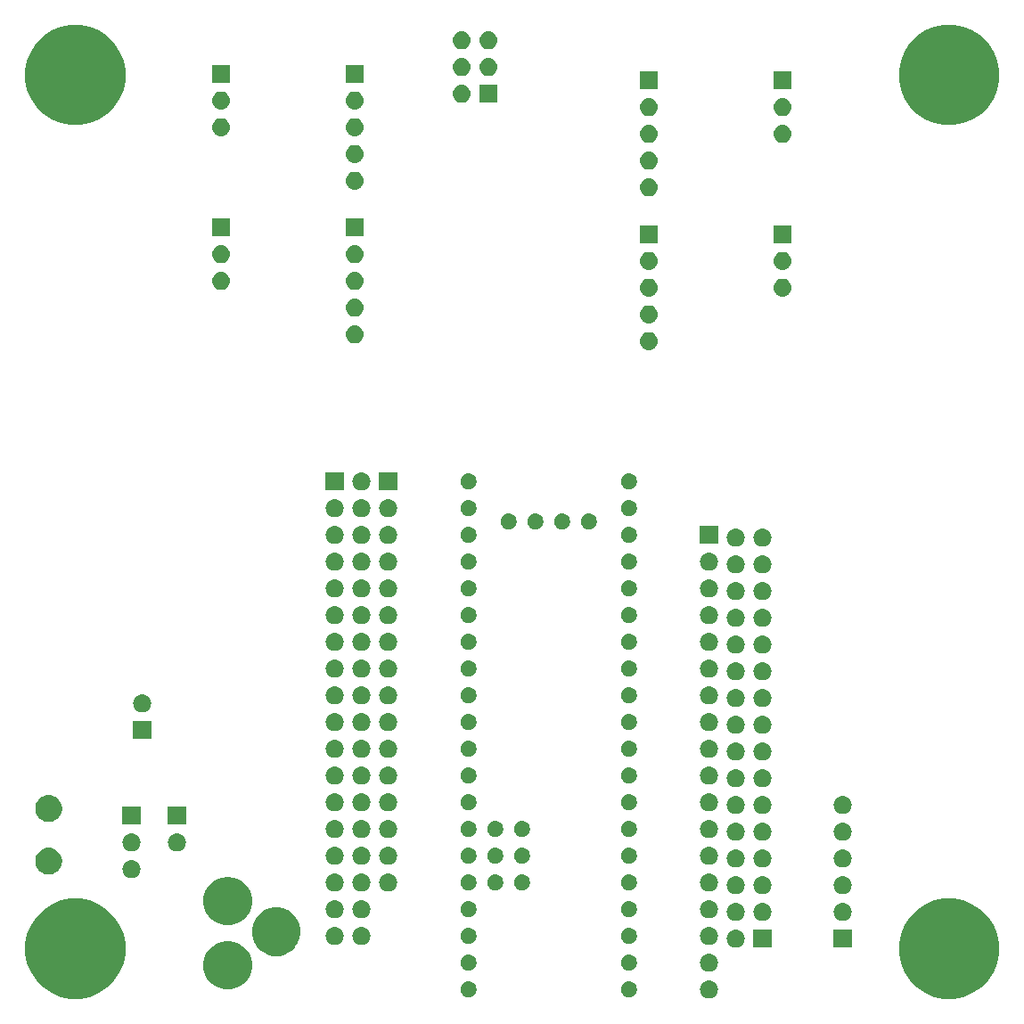
<source format=gbr>
G04 #@! TF.GenerationSoftware,KiCad,Pcbnew,(5.0.2)-1*
G04 #@! TF.CreationDate,2019-02-27T20:45:44-05:00*
G04 #@! TF.ProjectId,Blue-Pill-Board,426c7565-2d50-4696-9c6c-2d426f617264,X1*
G04 #@! TF.SameCoordinates,Original*
G04 #@! TF.FileFunction,Soldermask,Bot*
G04 #@! TF.FilePolarity,Negative*
%FSLAX46Y46*%
G04 Gerber Fmt 4.6, Leading zero omitted, Abs format (unit mm)*
G04 Created by KiCad (PCBNEW (5.0.2)-1) date 2/27/2019 8:45:44 PM*
%MOMM*%
%LPD*%
G01*
G04 APERTURE LIST*
%ADD10C,0.150000*%
G04 APERTURE END LIST*
D10*
G36*
X100389169Y-94420519D02*
X101255889Y-94779526D01*
X102035920Y-95300726D01*
X102699274Y-95964080D01*
X103220474Y-96744111D01*
X103579481Y-97610831D01*
X103762500Y-98530933D01*
X103762500Y-99469067D01*
X103579481Y-100389169D01*
X103220474Y-101255889D01*
X102699274Y-102035920D01*
X102035920Y-102699274D01*
X101255889Y-103220474D01*
X100389169Y-103579481D01*
X99469067Y-103762500D01*
X98530933Y-103762500D01*
X97610831Y-103579481D01*
X96744111Y-103220474D01*
X95964080Y-102699274D01*
X95300726Y-102035920D01*
X94779526Y-101255889D01*
X94420519Y-100389169D01*
X94237500Y-99469067D01*
X94237500Y-98530933D01*
X94420519Y-97610831D01*
X94779526Y-96744111D01*
X95300726Y-95964080D01*
X95964080Y-95300726D01*
X96744111Y-94779526D01*
X97610831Y-94420519D01*
X98530933Y-94237500D01*
X99469067Y-94237500D01*
X100389169Y-94420519D01*
X100389169Y-94420519D01*
G37*
G36*
X17389169Y-94420519D02*
X18255889Y-94779526D01*
X19035920Y-95300726D01*
X19699274Y-95964080D01*
X20220474Y-96744111D01*
X20579481Y-97610831D01*
X20762500Y-98530933D01*
X20762500Y-99469067D01*
X20579481Y-100389169D01*
X20220474Y-101255889D01*
X19699274Y-102035920D01*
X19035920Y-102699274D01*
X18255889Y-103220474D01*
X17389169Y-103579481D01*
X16469067Y-103762500D01*
X15530933Y-103762500D01*
X14610831Y-103579481D01*
X13744111Y-103220474D01*
X12964080Y-102699274D01*
X12300726Y-102035920D01*
X11779526Y-101255889D01*
X11420519Y-100389169D01*
X11237500Y-99469067D01*
X11237500Y-98530933D01*
X11420519Y-97610831D01*
X11779526Y-96744111D01*
X12300726Y-95964080D01*
X12964080Y-95300726D01*
X13744111Y-94779526D01*
X14610831Y-94420519D01*
X15530933Y-94237500D01*
X16469067Y-94237500D01*
X17389169Y-94420519D01*
X17389169Y-94420519D01*
G37*
G36*
X76366630Y-102032299D02*
X76526855Y-102080903D01*
X76674520Y-102159831D01*
X76803949Y-102266051D01*
X76910169Y-102395480D01*
X76989097Y-102543145D01*
X77037701Y-102703370D01*
X77054112Y-102870000D01*
X77037701Y-103036630D01*
X76989097Y-103196855D01*
X76910169Y-103344520D01*
X76803949Y-103473949D01*
X76674520Y-103580169D01*
X76526855Y-103659097D01*
X76366630Y-103707701D01*
X76241752Y-103720000D01*
X76158248Y-103720000D01*
X76033370Y-103707701D01*
X75873145Y-103659097D01*
X75725480Y-103580169D01*
X75596051Y-103473949D01*
X75489831Y-103344520D01*
X75410903Y-103196855D01*
X75362299Y-103036630D01*
X75345888Y-102870000D01*
X75362299Y-102703370D01*
X75410903Y-102543145D01*
X75489831Y-102395480D01*
X75596051Y-102266051D01*
X75725480Y-102159831D01*
X75873145Y-102080903D01*
X76033370Y-102032299D01*
X76158248Y-102020000D01*
X76241752Y-102020000D01*
X76366630Y-102032299D01*
X76366630Y-102032299D01*
G37*
G36*
X53513195Y-102127522D02*
X53562267Y-102137283D01*
X53616705Y-102159832D01*
X53700942Y-102194724D01*
X53825750Y-102278118D01*
X53931882Y-102384250D01*
X54015276Y-102509058D01*
X54072717Y-102647734D01*
X54102000Y-102794948D01*
X54102000Y-102945052D01*
X54072717Y-103092266D01*
X54015276Y-103230942D01*
X53931882Y-103355750D01*
X53825750Y-103461882D01*
X53825747Y-103461884D01*
X53700942Y-103545276D01*
X53562267Y-103602717D01*
X53513195Y-103612478D01*
X53415052Y-103632000D01*
X53264948Y-103632000D01*
X53166805Y-103612478D01*
X53117733Y-103602717D01*
X52979058Y-103545276D01*
X52854253Y-103461884D01*
X52854250Y-103461882D01*
X52748118Y-103355750D01*
X52664724Y-103230942D01*
X52607283Y-103092266D01*
X52578000Y-102945052D01*
X52578000Y-102794948D01*
X52607283Y-102647734D01*
X52664724Y-102509058D01*
X52748118Y-102384250D01*
X52854250Y-102278118D01*
X52979058Y-102194724D01*
X53063295Y-102159832D01*
X53117733Y-102137283D01*
X53166805Y-102127522D01*
X53264948Y-102108000D01*
X53415052Y-102108000D01*
X53513195Y-102127522D01*
X53513195Y-102127522D01*
G37*
G36*
X68753195Y-102127522D02*
X68802267Y-102137283D01*
X68856705Y-102159832D01*
X68940942Y-102194724D01*
X69065750Y-102278118D01*
X69171882Y-102384250D01*
X69255276Y-102509058D01*
X69312717Y-102647734D01*
X69342000Y-102794948D01*
X69342000Y-102945052D01*
X69312717Y-103092266D01*
X69255276Y-103230942D01*
X69171882Y-103355750D01*
X69065750Y-103461882D01*
X69065747Y-103461884D01*
X68940942Y-103545276D01*
X68802267Y-103602717D01*
X68753195Y-103612478D01*
X68655052Y-103632000D01*
X68504948Y-103632000D01*
X68406805Y-103612478D01*
X68357733Y-103602717D01*
X68219058Y-103545276D01*
X68094253Y-103461884D01*
X68094250Y-103461882D01*
X67988118Y-103355750D01*
X67904724Y-103230942D01*
X67847283Y-103092266D01*
X67818000Y-102945052D01*
X67818000Y-102794948D01*
X67847283Y-102647734D01*
X67904724Y-102509058D01*
X67988118Y-102384250D01*
X68094250Y-102278118D01*
X68219058Y-102194724D01*
X68303295Y-102159832D01*
X68357733Y-102137283D01*
X68406805Y-102127522D01*
X68504948Y-102108000D01*
X68655052Y-102108000D01*
X68753195Y-102127522D01*
X68753195Y-102127522D01*
G37*
G36*
X31150885Y-98372387D02*
X31503682Y-98518520D01*
X31569459Y-98545766D01*
X31881356Y-98754169D01*
X31946168Y-98797475D01*
X32266525Y-99117832D01*
X32266527Y-99117835D01*
X32516737Y-99492300D01*
X32518235Y-99494543D01*
X32691613Y-99913115D01*
X32780000Y-100357468D01*
X32780000Y-100810532D01*
X32691613Y-101254885D01*
X32518235Y-101673457D01*
X32266525Y-102050168D01*
X31946168Y-102370525D01*
X31946165Y-102370527D01*
X31569459Y-102622234D01*
X31569458Y-102622235D01*
X31569457Y-102622235D01*
X31150885Y-102795613D01*
X30706532Y-102884000D01*
X30253468Y-102884000D01*
X29809115Y-102795613D01*
X29390543Y-102622235D01*
X29390542Y-102622235D01*
X29390541Y-102622234D01*
X29013835Y-102370527D01*
X29013832Y-102370525D01*
X28693475Y-102050168D01*
X28441765Y-101673457D01*
X28268387Y-101254885D01*
X28180000Y-100810532D01*
X28180000Y-100357468D01*
X28268387Y-99913115D01*
X28441765Y-99494543D01*
X28443264Y-99492300D01*
X28693473Y-99117835D01*
X28693475Y-99117832D01*
X29013832Y-98797475D01*
X29078644Y-98754169D01*
X29390541Y-98545766D01*
X29456319Y-98518520D01*
X29809115Y-98372387D01*
X30253468Y-98284000D01*
X30706532Y-98284000D01*
X31150885Y-98372387D01*
X31150885Y-98372387D01*
G37*
G36*
X76366630Y-99492299D02*
X76526855Y-99540903D01*
X76674520Y-99619831D01*
X76803949Y-99726051D01*
X76910169Y-99855480D01*
X76989097Y-100003145D01*
X77037701Y-100163370D01*
X77054112Y-100330000D01*
X77037701Y-100496630D01*
X76989097Y-100656855D01*
X76910169Y-100804520D01*
X76803949Y-100933949D01*
X76674520Y-101040169D01*
X76526855Y-101119097D01*
X76366630Y-101167701D01*
X76241752Y-101180000D01*
X76158248Y-101180000D01*
X76033370Y-101167701D01*
X75873145Y-101119097D01*
X75725480Y-101040169D01*
X75596051Y-100933949D01*
X75489831Y-100804520D01*
X75410903Y-100656855D01*
X75362299Y-100496630D01*
X75345888Y-100330000D01*
X75362299Y-100163370D01*
X75410903Y-100003145D01*
X75489831Y-99855480D01*
X75596051Y-99726051D01*
X75725480Y-99619831D01*
X75873145Y-99540903D01*
X76033370Y-99492299D01*
X76158248Y-99480000D01*
X76241752Y-99480000D01*
X76366630Y-99492299D01*
X76366630Y-99492299D01*
G37*
G36*
X68753195Y-99587522D02*
X68802267Y-99597283D01*
X68856705Y-99619832D01*
X68940942Y-99654724D01*
X69065750Y-99738118D01*
X69171882Y-99844250D01*
X69255276Y-99969058D01*
X69312717Y-100107734D01*
X69342000Y-100254948D01*
X69342000Y-100405052D01*
X69312717Y-100552266D01*
X69255276Y-100690942D01*
X69171882Y-100815750D01*
X69065750Y-100921882D01*
X69065747Y-100921884D01*
X68940942Y-101005276D01*
X68802267Y-101062717D01*
X68753195Y-101072478D01*
X68655052Y-101092000D01*
X68504948Y-101092000D01*
X68406805Y-101072478D01*
X68357733Y-101062717D01*
X68219058Y-101005276D01*
X68094253Y-100921884D01*
X68094250Y-100921882D01*
X67988118Y-100815750D01*
X67904724Y-100690942D01*
X67847283Y-100552266D01*
X67818000Y-100405052D01*
X67818000Y-100254948D01*
X67847283Y-100107734D01*
X67904724Y-99969058D01*
X67988118Y-99844250D01*
X68094250Y-99738118D01*
X68219058Y-99654724D01*
X68303295Y-99619832D01*
X68357733Y-99597283D01*
X68406805Y-99587522D01*
X68504948Y-99568000D01*
X68655052Y-99568000D01*
X68753195Y-99587522D01*
X68753195Y-99587522D01*
G37*
G36*
X53513195Y-99587522D02*
X53562267Y-99597283D01*
X53616705Y-99619832D01*
X53700942Y-99654724D01*
X53825750Y-99738118D01*
X53931882Y-99844250D01*
X54015276Y-99969058D01*
X54072717Y-100107734D01*
X54102000Y-100254948D01*
X54102000Y-100405052D01*
X54072717Y-100552266D01*
X54015276Y-100690942D01*
X53931882Y-100815750D01*
X53825750Y-100921882D01*
X53825747Y-100921884D01*
X53700942Y-101005276D01*
X53562267Y-101062717D01*
X53513195Y-101072478D01*
X53415052Y-101092000D01*
X53264948Y-101092000D01*
X53166805Y-101072478D01*
X53117733Y-101062717D01*
X52979058Y-101005276D01*
X52854253Y-100921884D01*
X52854250Y-100921882D01*
X52748118Y-100815750D01*
X52664724Y-100690942D01*
X52607283Y-100552266D01*
X52578000Y-100405052D01*
X52578000Y-100254948D01*
X52607283Y-100107734D01*
X52664724Y-99969058D01*
X52748118Y-99844250D01*
X52854250Y-99738118D01*
X52979058Y-99654724D01*
X53063295Y-99619832D01*
X53117733Y-99597283D01*
X53166805Y-99587522D01*
X53264948Y-99568000D01*
X53415052Y-99568000D01*
X53513195Y-99587522D01*
X53513195Y-99587522D01*
G37*
G36*
X35750885Y-95172387D02*
X36149190Y-95337370D01*
X36169459Y-95345766D01*
X36515308Y-95576855D01*
X36546168Y-95597475D01*
X36866525Y-95917832D01*
X37118235Y-96294543D01*
X37291613Y-96713115D01*
X37380000Y-97157468D01*
X37380000Y-97610532D01*
X37291613Y-98054885D01*
X37156167Y-98381882D01*
X37118234Y-98473459D01*
X36901735Y-98797473D01*
X36866525Y-98850168D01*
X36546168Y-99170525D01*
X36546165Y-99170527D01*
X36169459Y-99422234D01*
X36169458Y-99422235D01*
X36169457Y-99422235D01*
X35750885Y-99595613D01*
X35306532Y-99684000D01*
X34853468Y-99684000D01*
X34409115Y-99595613D01*
X33990543Y-99422235D01*
X33990542Y-99422235D01*
X33990541Y-99422234D01*
X33613835Y-99170527D01*
X33613832Y-99170525D01*
X33293475Y-98850168D01*
X33258265Y-98797473D01*
X33041766Y-98473459D01*
X33003834Y-98381882D01*
X32868387Y-98054885D01*
X32780000Y-97610532D01*
X32780000Y-97157468D01*
X32868387Y-96713115D01*
X33041765Y-96294543D01*
X33293475Y-95917832D01*
X33613832Y-95597475D01*
X33644692Y-95576855D01*
X33990541Y-95345766D01*
X34010811Y-95337370D01*
X34409115Y-95172387D01*
X34853468Y-95084000D01*
X35306532Y-95084000D01*
X35750885Y-95172387D01*
X35750885Y-95172387D01*
G37*
G36*
X82130000Y-98894000D02*
X80430000Y-98894000D01*
X80430000Y-97194000D01*
X82130000Y-97194000D01*
X82130000Y-98894000D01*
X82130000Y-98894000D01*
G37*
G36*
X78906630Y-97206299D02*
X79066855Y-97254903D01*
X79214520Y-97333831D01*
X79343949Y-97440051D01*
X79450169Y-97569480D01*
X79529097Y-97717145D01*
X79577701Y-97877370D01*
X79594112Y-98044000D01*
X79577701Y-98210630D01*
X79529097Y-98370855D01*
X79450169Y-98518520D01*
X79343949Y-98647949D01*
X79214520Y-98754169D01*
X79066855Y-98833097D01*
X78906630Y-98881701D01*
X78781752Y-98894000D01*
X78698248Y-98894000D01*
X78573370Y-98881701D01*
X78413145Y-98833097D01*
X78265480Y-98754169D01*
X78136051Y-98647949D01*
X78029831Y-98518520D01*
X77950903Y-98370855D01*
X77902299Y-98210630D01*
X77885888Y-98044000D01*
X77902299Y-97877370D01*
X77950903Y-97717145D01*
X78029831Y-97569480D01*
X78136051Y-97440051D01*
X78265480Y-97333831D01*
X78413145Y-97254903D01*
X78573370Y-97206299D01*
X78698248Y-97194000D01*
X78781752Y-97194000D01*
X78906630Y-97206299D01*
X78906630Y-97206299D01*
G37*
G36*
X89750000Y-98894000D02*
X88050000Y-98894000D01*
X88050000Y-97194000D01*
X89750000Y-97194000D01*
X89750000Y-98894000D01*
X89750000Y-98894000D01*
G37*
G36*
X40806630Y-96952299D02*
X40966855Y-97000903D01*
X41114520Y-97079831D01*
X41243949Y-97186051D01*
X41350169Y-97315480D01*
X41429097Y-97463145D01*
X41477701Y-97623370D01*
X41494112Y-97790000D01*
X41477701Y-97956630D01*
X41429097Y-98116855D01*
X41350169Y-98264520D01*
X41243949Y-98393949D01*
X41114520Y-98500169D01*
X40966855Y-98579097D01*
X40806630Y-98627701D01*
X40681752Y-98640000D01*
X40598248Y-98640000D01*
X40473370Y-98627701D01*
X40313145Y-98579097D01*
X40165480Y-98500169D01*
X40036051Y-98393949D01*
X39929831Y-98264520D01*
X39850903Y-98116855D01*
X39802299Y-97956630D01*
X39785888Y-97790000D01*
X39802299Y-97623370D01*
X39850903Y-97463145D01*
X39929831Y-97315480D01*
X40036051Y-97186051D01*
X40165480Y-97079831D01*
X40313145Y-97000903D01*
X40473370Y-96952299D01*
X40598248Y-96940000D01*
X40681752Y-96940000D01*
X40806630Y-96952299D01*
X40806630Y-96952299D01*
G37*
G36*
X43346630Y-96952299D02*
X43506855Y-97000903D01*
X43654520Y-97079831D01*
X43783949Y-97186051D01*
X43890169Y-97315480D01*
X43969097Y-97463145D01*
X44017701Y-97623370D01*
X44034112Y-97790000D01*
X44017701Y-97956630D01*
X43969097Y-98116855D01*
X43890169Y-98264520D01*
X43783949Y-98393949D01*
X43654520Y-98500169D01*
X43506855Y-98579097D01*
X43346630Y-98627701D01*
X43221752Y-98640000D01*
X43138248Y-98640000D01*
X43013370Y-98627701D01*
X42853145Y-98579097D01*
X42705480Y-98500169D01*
X42576051Y-98393949D01*
X42469831Y-98264520D01*
X42390903Y-98116855D01*
X42342299Y-97956630D01*
X42325888Y-97790000D01*
X42342299Y-97623370D01*
X42390903Y-97463145D01*
X42469831Y-97315480D01*
X42576051Y-97186051D01*
X42705480Y-97079831D01*
X42853145Y-97000903D01*
X43013370Y-96952299D01*
X43138248Y-96940000D01*
X43221752Y-96940000D01*
X43346630Y-96952299D01*
X43346630Y-96952299D01*
G37*
G36*
X76366630Y-96952299D02*
X76526855Y-97000903D01*
X76674520Y-97079831D01*
X76803949Y-97186051D01*
X76910169Y-97315480D01*
X76989097Y-97463145D01*
X77037701Y-97623370D01*
X77054112Y-97790000D01*
X77037701Y-97956630D01*
X76989097Y-98116855D01*
X76910169Y-98264520D01*
X76803949Y-98393949D01*
X76674520Y-98500169D01*
X76526855Y-98579097D01*
X76366630Y-98627701D01*
X76241752Y-98640000D01*
X76158248Y-98640000D01*
X76033370Y-98627701D01*
X75873145Y-98579097D01*
X75725480Y-98500169D01*
X75596051Y-98393949D01*
X75489831Y-98264520D01*
X75410903Y-98116855D01*
X75362299Y-97956630D01*
X75345888Y-97790000D01*
X75362299Y-97623370D01*
X75410903Y-97463145D01*
X75489831Y-97315480D01*
X75596051Y-97186051D01*
X75725480Y-97079831D01*
X75873145Y-97000903D01*
X76033370Y-96952299D01*
X76158248Y-96940000D01*
X76241752Y-96940000D01*
X76366630Y-96952299D01*
X76366630Y-96952299D01*
G37*
G36*
X68753195Y-97047522D02*
X68802267Y-97057283D01*
X68856705Y-97079832D01*
X68940942Y-97114724D01*
X69065750Y-97198118D01*
X69171882Y-97304250D01*
X69255276Y-97429058D01*
X69312717Y-97567734D01*
X69342000Y-97714948D01*
X69342000Y-97865052D01*
X69323784Y-97956629D01*
X69312717Y-98012267D01*
X69295064Y-98054885D01*
X69255276Y-98150942D01*
X69171882Y-98275750D01*
X69065750Y-98381882D01*
X69065747Y-98381884D01*
X68940942Y-98465276D01*
X68802267Y-98522717D01*
X68760962Y-98530933D01*
X68655052Y-98552000D01*
X68504948Y-98552000D01*
X68399038Y-98530933D01*
X68357733Y-98522717D01*
X68219058Y-98465276D01*
X68094253Y-98381884D01*
X68094250Y-98381882D01*
X67988118Y-98275750D01*
X67904724Y-98150942D01*
X67864936Y-98054885D01*
X67847283Y-98012267D01*
X67836216Y-97956629D01*
X67818000Y-97865052D01*
X67818000Y-97714948D01*
X67847283Y-97567734D01*
X67904724Y-97429058D01*
X67988118Y-97304250D01*
X68094250Y-97198118D01*
X68219058Y-97114724D01*
X68303295Y-97079832D01*
X68357733Y-97057283D01*
X68406805Y-97047522D01*
X68504948Y-97028000D01*
X68655052Y-97028000D01*
X68753195Y-97047522D01*
X68753195Y-97047522D01*
G37*
G36*
X53513195Y-97047522D02*
X53562267Y-97057283D01*
X53616705Y-97079832D01*
X53700942Y-97114724D01*
X53825750Y-97198118D01*
X53931882Y-97304250D01*
X54015276Y-97429058D01*
X54072717Y-97567734D01*
X54102000Y-97714948D01*
X54102000Y-97865052D01*
X54083784Y-97956629D01*
X54072717Y-98012267D01*
X54055064Y-98054885D01*
X54015276Y-98150942D01*
X53931882Y-98275750D01*
X53825750Y-98381882D01*
X53825747Y-98381884D01*
X53700942Y-98465276D01*
X53562267Y-98522717D01*
X53520962Y-98530933D01*
X53415052Y-98552000D01*
X53264948Y-98552000D01*
X53159038Y-98530933D01*
X53117733Y-98522717D01*
X52979058Y-98465276D01*
X52854253Y-98381884D01*
X52854250Y-98381882D01*
X52748118Y-98275750D01*
X52664724Y-98150942D01*
X52624936Y-98054885D01*
X52607283Y-98012267D01*
X52596216Y-97956629D01*
X52578000Y-97865052D01*
X52578000Y-97714948D01*
X52607283Y-97567734D01*
X52664724Y-97429058D01*
X52748118Y-97304250D01*
X52854250Y-97198118D01*
X52979058Y-97114724D01*
X53063295Y-97079832D01*
X53117733Y-97057283D01*
X53166805Y-97047522D01*
X53264948Y-97028000D01*
X53415052Y-97028000D01*
X53513195Y-97047522D01*
X53513195Y-97047522D01*
G37*
G36*
X30965340Y-92235480D02*
X31150885Y-92272387D01*
X31569459Y-92445766D01*
X31715535Y-92543371D01*
X31946168Y-92697475D01*
X32266525Y-93017832D01*
X32266527Y-93017835D01*
X32456323Y-93301884D01*
X32518235Y-93394543D01*
X32691613Y-93813115D01*
X32780000Y-94257468D01*
X32780000Y-94710532D01*
X32716557Y-95029481D01*
X32691613Y-95154885D01*
X32518234Y-95573459D01*
X32288131Y-95917832D01*
X32266525Y-95950168D01*
X31946168Y-96270525D01*
X31946165Y-96270527D01*
X31569459Y-96522234D01*
X31569458Y-96522235D01*
X31569457Y-96522235D01*
X31150885Y-96695613D01*
X30706532Y-96784000D01*
X30253468Y-96784000D01*
X29809115Y-96695613D01*
X29390543Y-96522235D01*
X29390542Y-96522235D01*
X29390541Y-96522234D01*
X29013835Y-96270527D01*
X29013832Y-96270525D01*
X28693475Y-95950168D01*
X28671869Y-95917832D01*
X28441766Y-95573459D01*
X28268387Y-95154885D01*
X28243443Y-95029481D01*
X28180000Y-94710532D01*
X28180000Y-94257468D01*
X28268387Y-93813115D01*
X28441765Y-93394543D01*
X28503678Y-93301884D01*
X28693473Y-93017835D01*
X28693475Y-93017832D01*
X29013832Y-92697475D01*
X29244465Y-92543371D01*
X29390541Y-92445766D01*
X29809115Y-92272387D01*
X29994660Y-92235480D01*
X30253468Y-92184000D01*
X30706532Y-92184000D01*
X30965340Y-92235480D01*
X30965340Y-92235480D01*
G37*
G36*
X89066630Y-94666299D02*
X89226855Y-94714903D01*
X89374520Y-94793831D01*
X89503949Y-94900051D01*
X89610169Y-95029480D01*
X89689097Y-95177145D01*
X89737701Y-95337370D01*
X89754112Y-95504000D01*
X89737701Y-95670630D01*
X89689097Y-95830855D01*
X89610169Y-95978520D01*
X89503949Y-96107949D01*
X89374520Y-96214169D01*
X89226855Y-96293097D01*
X89066630Y-96341701D01*
X88941752Y-96354000D01*
X88858248Y-96354000D01*
X88733370Y-96341701D01*
X88573145Y-96293097D01*
X88425480Y-96214169D01*
X88296051Y-96107949D01*
X88189831Y-95978520D01*
X88110903Y-95830855D01*
X88062299Y-95670630D01*
X88045888Y-95504000D01*
X88062299Y-95337370D01*
X88110903Y-95177145D01*
X88189831Y-95029480D01*
X88296051Y-94900051D01*
X88425480Y-94793831D01*
X88573145Y-94714903D01*
X88733370Y-94666299D01*
X88858248Y-94654000D01*
X88941752Y-94654000D01*
X89066630Y-94666299D01*
X89066630Y-94666299D01*
G37*
G36*
X81446630Y-94666299D02*
X81606855Y-94714903D01*
X81754520Y-94793831D01*
X81883949Y-94900051D01*
X81990169Y-95029480D01*
X82069097Y-95177145D01*
X82117701Y-95337370D01*
X82134112Y-95504000D01*
X82117701Y-95670630D01*
X82069097Y-95830855D01*
X81990169Y-95978520D01*
X81883949Y-96107949D01*
X81754520Y-96214169D01*
X81606855Y-96293097D01*
X81446630Y-96341701D01*
X81321752Y-96354000D01*
X81238248Y-96354000D01*
X81113370Y-96341701D01*
X80953145Y-96293097D01*
X80805480Y-96214169D01*
X80676051Y-96107949D01*
X80569831Y-95978520D01*
X80490903Y-95830855D01*
X80442299Y-95670630D01*
X80425888Y-95504000D01*
X80442299Y-95337370D01*
X80490903Y-95177145D01*
X80569831Y-95029480D01*
X80676051Y-94900051D01*
X80805480Y-94793831D01*
X80953145Y-94714903D01*
X81113370Y-94666299D01*
X81238248Y-94654000D01*
X81321752Y-94654000D01*
X81446630Y-94666299D01*
X81446630Y-94666299D01*
G37*
G36*
X78906630Y-94666299D02*
X79066855Y-94714903D01*
X79214520Y-94793831D01*
X79343949Y-94900051D01*
X79450169Y-95029480D01*
X79529097Y-95177145D01*
X79577701Y-95337370D01*
X79594112Y-95504000D01*
X79577701Y-95670630D01*
X79529097Y-95830855D01*
X79450169Y-95978520D01*
X79343949Y-96107949D01*
X79214520Y-96214169D01*
X79066855Y-96293097D01*
X78906630Y-96341701D01*
X78781752Y-96354000D01*
X78698248Y-96354000D01*
X78573370Y-96341701D01*
X78413145Y-96293097D01*
X78265480Y-96214169D01*
X78136051Y-96107949D01*
X78029831Y-95978520D01*
X77950903Y-95830855D01*
X77902299Y-95670630D01*
X77885888Y-95504000D01*
X77902299Y-95337370D01*
X77950903Y-95177145D01*
X78029831Y-95029480D01*
X78136051Y-94900051D01*
X78265480Y-94793831D01*
X78413145Y-94714903D01*
X78573370Y-94666299D01*
X78698248Y-94654000D01*
X78781752Y-94654000D01*
X78906630Y-94666299D01*
X78906630Y-94666299D01*
G37*
G36*
X40806630Y-94412299D02*
X40966855Y-94460903D01*
X41114520Y-94539831D01*
X41243949Y-94646051D01*
X41350169Y-94775480D01*
X41429097Y-94923145D01*
X41477701Y-95083370D01*
X41494112Y-95250000D01*
X41477701Y-95416630D01*
X41429097Y-95576855D01*
X41350169Y-95724520D01*
X41243949Y-95853949D01*
X41114520Y-95960169D01*
X40966855Y-96039097D01*
X40806630Y-96087701D01*
X40681752Y-96100000D01*
X40598248Y-96100000D01*
X40473370Y-96087701D01*
X40313145Y-96039097D01*
X40165480Y-95960169D01*
X40036051Y-95853949D01*
X39929831Y-95724520D01*
X39850903Y-95576855D01*
X39802299Y-95416630D01*
X39785888Y-95250000D01*
X39802299Y-95083370D01*
X39850903Y-94923145D01*
X39929831Y-94775480D01*
X40036051Y-94646051D01*
X40165480Y-94539831D01*
X40313145Y-94460903D01*
X40473370Y-94412299D01*
X40598248Y-94400000D01*
X40681752Y-94400000D01*
X40806630Y-94412299D01*
X40806630Y-94412299D01*
G37*
G36*
X43346630Y-94412299D02*
X43506855Y-94460903D01*
X43654520Y-94539831D01*
X43783949Y-94646051D01*
X43890169Y-94775480D01*
X43969097Y-94923145D01*
X44017701Y-95083370D01*
X44034112Y-95250000D01*
X44017701Y-95416630D01*
X43969097Y-95576855D01*
X43890169Y-95724520D01*
X43783949Y-95853949D01*
X43654520Y-95960169D01*
X43506855Y-96039097D01*
X43346630Y-96087701D01*
X43221752Y-96100000D01*
X43138248Y-96100000D01*
X43013370Y-96087701D01*
X42853145Y-96039097D01*
X42705480Y-95960169D01*
X42576051Y-95853949D01*
X42469831Y-95724520D01*
X42390903Y-95576855D01*
X42342299Y-95416630D01*
X42325888Y-95250000D01*
X42342299Y-95083370D01*
X42390903Y-94923145D01*
X42469831Y-94775480D01*
X42576051Y-94646051D01*
X42705480Y-94539831D01*
X42853145Y-94460903D01*
X43013370Y-94412299D01*
X43138248Y-94400000D01*
X43221752Y-94400000D01*
X43346630Y-94412299D01*
X43346630Y-94412299D01*
G37*
G36*
X76366630Y-94412299D02*
X76526855Y-94460903D01*
X76674520Y-94539831D01*
X76803949Y-94646051D01*
X76910169Y-94775480D01*
X76989097Y-94923145D01*
X77037701Y-95083370D01*
X77054112Y-95250000D01*
X77037701Y-95416630D01*
X76989097Y-95576855D01*
X76910169Y-95724520D01*
X76803949Y-95853949D01*
X76674520Y-95960169D01*
X76526855Y-96039097D01*
X76366630Y-96087701D01*
X76241752Y-96100000D01*
X76158248Y-96100000D01*
X76033370Y-96087701D01*
X75873145Y-96039097D01*
X75725480Y-95960169D01*
X75596051Y-95853949D01*
X75489831Y-95724520D01*
X75410903Y-95576855D01*
X75362299Y-95416630D01*
X75345888Y-95250000D01*
X75362299Y-95083370D01*
X75410903Y-94923145D01*
X75489831Y-94775480D01*
X75596051Y-94646051D01*
X75725480Y-94539831D01*
X75873145Y-94460903D01*
X76033370Y-94412299D01*
X76158248Y-94400000D01*
X76241752Y-94400000D01*
X76366630Y-94412299D01*
X76366630Y-94412299D01*
G37*
G36*
X68753195Y-94507522D02*
X68802267Y-94517283D01*
X68856705Y-94539832D01*
X68940942Y-94574724D01*
X69065750Y-94658118D01*
X69171882Y-94764250D01*
X69255276Y-94889058D01*
X69312717Y-95027734D01*
X69342000Y-95174948D01*
X69342000Y-95325052D01*
X69323784Y-95416629D01*
X69312717Y-95472267D01*
X69270803Y-95573457D01*
X69255276Y-95610942D01*
X69171882Y-95735750D01*
X69065750Y-95841882D01*
X69065747Y-95841884D01*
X68940942Y-95925276D01*
X68802267Y-95982717D01*
X68753195Y-95992478D01*
X68655052Y-96012000D01*
X68504948Y-96012000D01*
X68406805Y-95992478D01*
X68357733Y-95982717D01*
X68219058Y-95925276D01*
X68094253Y-95841884D01*
X68094250Y-95841882D01*
X67988118Y-95735750D01*
X67904724Y-95610942D01*
X67889197Y-95573457D01*
X67847283Y-95472267D01*
X67836216Y-95416629D01*
X67818000Y-95325052D01*
X67818000Y-95174948D01*
X67847283Y-95027734D01*
X67904724Y-94889058D01*
X67988118Y-94764250D01*
X68094250Y-94658118D01*
X68219058Y-94574724D01*
X68303295Y-94539832D01*
X68357733Y-94517283D01*
X68406805Y-94507522D01*
X68504948Y-94488000D01*
X68655052Y-94488000D01*
X68753195Y-94507522D01*
X68753195Y-94507522D01*
G37*
G36*
X53513195Y-94507522D02*
X53562267Y-94517283D01*
X53616705Y-94539832D01*
X53700942Y-94574724D01*
X53825750Y-94658118D01*
X53931882Y-94764250D01*
X54015276Y-94889058D01*
X54072717Y-95027734D01*
X54102000Y-95174948D01*
X54102000Y-95325052D01*
X54083784Y-95416629D01*
X54072717Y-95472267D01*
X54030803Y-95573457D01*
X54015276Y-95610942D01*
X53931882Y-95735750D01*
X53825750Y-95841882D01*
X53825747Y-95841884D01*
X53700942Y-95925276D01*
X53562267Y-95982717D01*
X53513195Y-95992478D01*
X53415052Y-96012000D01*
X53264948Y-96012000D01*
X53166805Y-95992478D01*
X53117733Y-95982717D01*
X52979058Y-95925276D01*
X52854253Y-95841884D01*
X52854250Y-95841882D01*
X52748118Y-95735750D01*
X52664724Y-95610942D01*
X52649197Y-95573457D01*
X52607283Y-95472267D01*
X52596216Y-95416629D01*
X52578000Y-95325052D01*
X52578000Y-95174948D01*
X52607283Y-95027734D01*
X52664724Y-94889058D01*
X52748118Y-94764250D01*
X52854250Y-94658118D01*
X52979058Y-94574724D01*
X53063295Y-94539832D01*
X53117733Y-94517283D01*
X53166805Y-94507522D01*
X53264948Y-94488000D01*
X53415052Y-94488000D01*
X53513195Y-94507522D01*
X53513195Y-94507522D01*
G37*
G36*
X78906630Y-92126299D02*
X79066855Y-92174903D01*
X79214520Y-92253831D01*
X79343949Y-92360051D01*
X79450169Y-92489480D01*
X79529097Y-92637145D01*
X79577701Y-92797370D01*
X79594112Y-92964000D01*
X79577701Y-93130630D01*
X79529097Y-93290855D01*
X79450169Y-93438520D01*
X79343949Y-93567949D01*
X79214520Y-93674169D01*
X79066855Y-93753097D01*
X78906630Y-93801701D01*
X78781752Y-93814000D01*
X78698248Y-93814000D01*
X78573370Y-93801701D01*
X78413145Y-93753097D01*
X78265480Y-93674169D01*
X78136051Y-93567949D01*
X78029831Y-93438520D01*
X77950903Y-93290855D01*
X77902299Y-93130630D01*
X77885888Y-92964000D01*
X77902299Y-92797370D01*
X77950903Y-92637145D01*
X78029831Y-92489480D01*
X78136051Y-92360051D01*
X78265480Y-92253831D01*
X78413145Y-92174903D01*
X78573370Y-92126299D01*
X78698248Y-92114000D01*
X78781752Y-92114000D01*
X78906630Y-92126299D01*
X78906630Y-92126299D01*
G37*
G36*
X81446630Y-92126299D02*
X81606855Y-92174903D01*
X81754520Y-92253831D01*
X81883949Y-92360051D01*
X81990169Y-92489480D01*
X82069097Y-92637145D01*
X82117701Y-92797370D01*
X82134112Y-92964000D01*
X82117701Y-93130630D01*
X82069097Y-93290855D01*
X81990169Y-93438520D01*
X81883949Y-93567949D01*
X81754520Y-93674169D01*
X81606855Y-93753097D01*
X81446630Y-93801701D01*
X81321752Y-93814000D01*
X81238248Y-93814000D01*
X81113370Y-93801701D01*
X80953145Y-93753097D01*
X80805480Y-93674169D01*
X80676051Y-93567949D01*
X80569831Y-93438520D01*
X80490903Y-93290855D01*
X80442299Y-93130630D01*
X80425888Y-92964000D01*
X80442299Y-92797370D01*
X80490903Y-92637145D01*
X80569831Y-92489480D01*
X80676051Y-92360051D01*
X80805480Y-92253831D01*
X80953145Y-92174903D01*
X81113370Y-92126299D01*
X81238248Y-92114000D01*
X81321752Y-92114000D01*
X81446630Y-92126299D01*
X81446630Y-92126299D01*
G37*
G36*
X89066630Y-92126299D02*
X89226855Y-92174903D01*
X89374520Y-92253831D01*
X89503949Y-92360051D01*
X89610169Y-92489480D01*
X89689097Y-92637145D01*
X89737701Y-92797370D01*
X89754112Y-92964000D01*
X89737701Y-93130630D01*
X89689097Y-93290855D01*
X89610169Y-93438520D01*
X89503949Y-93567949D01*
X89374520Y-93674169D01*
X89226855Y-93753097D01*
X89066630Y-93801701D01*
X88941752Y-93814000D01*
X88858248Y-93814000D01*
X88733370Y-93801701D01*
X88573145Y-93753097D01*
X88425480Y-93674169D01*
X88296051Y-93567949D01*
X88189831Y-93438520D01*
X88110903Y-93290855D01*
X88062299Y-93130630D01*
X88045888Y-92964000D01*
X88062299Y-92797370D01*
X88110903Y-92637145D01*
X88189831Y-92489480D01*
X88296051Y-92360051D01*
X88425480Y-92253831D01*
X88573145Y-92174903D01*
X88733370Y-92126299D01*
X88858248Y-92114000D01*
X88941752Y-92114000D01*
X89066630Y-92126299D01*
X89066630Y-92126299D01*
G37*
G36*
X45886630Y-91872299D02*
X46046855Y-91920903D01*
X46194520Y-91999831D01*
X46323949Y-92106051D01*
X46430169Y-92235480D01*
X46509097Y-92383145D01*
X46557701Y-92543370D01*
X46574112Y-92710000D01*
X46557701Y-92876630D01*
X46509097Y-93036855D01*
X46430169Y-93184520D01*
X46323949Y-93313949D01*
X46194520Y-93420169D01*
X46046855Y-93499097D01*
X45886630Y-93547701D01*
X45761752Y-93560000D01*
X45678248Y-93560000D01*
X45553370Y-93547701D01*
X45393145Y-93499097D01*
X45245480Y-93420169D01*
X45116051Y-93313949D01*
X45009831Y-93184520D01*
X44930903Y-93036855D01*
X44882299Y-92876630D01*
X44865888Y-92710000D01*
X44882299Y-92543370D01*
X44930903Y-92383145D01*
X45009831Y-92235480D01*
X45116051Y-92106051D01*
X45245480Y-91999831D01*
X45393145Y-91920903D01*
X45553370Y-91872299D01*
X45678248Y-91860000D01*
X45761752Y-91860000D01*
X45886630Y-91872299D01*
X45886630Y-91872299D01*
G37*
G36*
X76366630Y-91872299D02*
X76526855Y-91920903D01*
X76674520Y-91999831D01*
X76803949Y-92106051D01*
X76910169Y-92235480D01*
X76989097Y-92383145D01*
X77037701Y-92543370D01*
X77054112Y-92710000D01*
X77037701Y-92876630D01*
X76989097Y-93036855D01*
X76910169Y-93184520D01*
X76803949Y-93313949D01*
X76674520Y-93420169D01*
X76526855Y-93499097D01*
X76366630Y-93547701D01*
X76241752Y-93560000D01*
X76158248Y-93560000D01*
X76033370Y-93547701D01*
X75873145Y-93499097D01*
X75725480Y-93420169D01*
X75596051Y-93313949D01*
X75489831Y-93184520D01*
X75410903Y-93036855D01*
X75362299Y-92876630D01*
X75345888Y-92710000D01*
X75362299Y-92543370D01*
X75410903Y-92383145D01*
X75489831Y-92235480D01*
X75596051Y-92106051D01*
X75725480Y-91999831D01*
X75873145Y-91920903D01*
X76033370Y-91872299D01*
X76158248Y-91860000D01*
X76241752Y-91860000D01*
X76366630Y-91872299D01*
X76366630Y-91872299D01*
G37*
G36*
X40806630Y-91872299D02*
X40966855Y-91920903D01*
X41114520Y-91999831D01*
X41243949Y-92106051D01*
X41350169Y-92235480D01*
X41429097Y-92383145D01*
X41477701Y-92543370D01*
X41494112Y-92710000D01*
X41477701Y-92876630D01*
X41429097Y-93036855D01*
X41350169Y-93184520D01*
X41243949Y-93313949D01*
X41114520Y-93420169D01*
X40966855Y-93499097D01*
X40806630Y-93547701D01*
X40681752Y-93560000D01*
X40598248Y-93560000D01*
X40473370Y-93547701D01*
X40313145Y-93499097D01*
X40165480Y-93420169D01*
X40036051Y-93313949D01*
X39929831Y-93184520D01*
X39850903Y-93036855D01*
X39802299Y-92876630D01*
X39785888Y-92710000D01*
X39802299Y-92543370D01*
X39850903Y-92383145D01*
X39929831Y-92235480D01*
X40036051Y-92106051D01*
X40165480Y-91999831D01*
X40313145Y-91920903D01*
X40473370Y-91872299D01*
X40598248Y-91860000D01*
X40681752Y-91860000D01*
X40806630Y-91872299D01*
X40806630Y-91872299D01*
G37*
G36*
X43346630Y-91872299D02*
X43506855Y-91920903D01*
X43654520Y-91999831D01*
X43783949Y-92106051D01*
X43890169Y-92235480D01*
X43969097Y-92383145D01*
X44017701Y-92543370D01*
X44034112Y-92710000D01*
X44017701Y-92876630D01*
X43969097Y-93036855D01*
X43890169Y-93184520D01*
X43783949Y-93313949D01*
X43654520Y-93420169D01*
X43506855Y-93499097D01*
X43346630Y-93547701D01*
X43221752Y-93560000D01*
X43138248Y-93560000D01*
X43013370Y-93547701D01*
X42853145Y-93499097D01*
X42705480Y-93420169D01*
X42576051Y-93313949D01*
X42469831Y-93184520D01*
X42390903Y-93036855D01*
X42342299Y-92876630D01*
X42325888Y-92710000D01*
X42342299Y-92543370D01*
X42390903Y-92383145D01*
X42469831Y-92235480D01*
X42576051Y-92106051D01*
X42705480Y-91999831D01*
X42853145Y-91920903D01*
X43013370Y-91872299D01*
X43138248Y-91860000D01*
X43221752Y-91860000D01*
X43346630Y-91872299D01*
X43346630Y-91872299D01*
G37*
G36*
X58593195Y-91967522D02*
X58642267Y-91977283D01*
X58696705Y-91999832D01*
X58780942Y-92034724D01*
X58905750Y-92118118D01*
X59011882Y-92224250D01*
X59011884Y-92224253D01*
X59095276Y-92349058D01*
X59135334Y-92445766D01*
X59152717Y-92487734D01*
X59182000Y-92634948D01*
X59182000Y-92785052D01*
X59163784Y-92876629D01*
X59152717Y-92932267D01*
X59109395Y-93036855D01*
X59095276Y-93070942D01*
X59011882Y-93195750D01*
X58905750Y-93301882D01*
X58905747Y-93301884D01*
X58780942Y-93385276D01*
X58642267Y-93442717D01*
X58593195Y-93452478D01*
X58495052Y-93472000D01*
X58344948Y-93472000D01*
X58246805Y-93452478D01*
X58197733Y-93442717D01*
X58059058Y-93385276D01*
X57934253Y-93301884D01*
X57934250Y-93301882D01*
X57828118Y-93195750D01*
X57744724Y-93070942D01*
X57730605Y-93036855D01*
X57687283Y-92932267D01*
X57676216Y-92876629D01*
X57658000Y-92785052D01*
X57658000Y-92634948D01*
X57687283Y-92487734D01*
X57704667Y-92445766D01*
X57744724Y-92349058D01*
X57828116Y-92224253D01*
X57828118Y-92224250D01*
X57934250Y-92118118D01*
X58059058Y-92034724D01*
X58143295Y-91999832D01*
X58197733Y-91977283D01*
X58246805Y-91967522D01*
X58344948Y-91948000D01*
X58495052Y-91948000D01*
X58593195Y-91967522D01*
X58593195Y-91967522D01*
G37*
G36*
X56053195Y-91967522D02*
X56102267Y-91977283D01*
X56156705Y-91999832D01*
X56240942Y-92034724D01*
X56365750Y-92118118D01*
X56471882Y-92224250D01*
X56471884Y-92224253D01*
X56555276Y-92349058D01*
X56595334Y-92445766D01*
X56612717Y-92487734D01*
X56642000Y-92634948D01*
X56642000Y-92785052D01*
X56623784Y-92876629D01*
X56612717Y-92932267D01*
X56569395Y-93036855D01*
X56555276Y-93070942D01*
X56471882Y-93195750D01*
X56365750Y-93301882D01*
X56365747Y-93301884D01*
X56240942Y-93385276D01*
X56102267Y-93442717D01*
X56053195Y-93452478D01*
X55955052Y-93472000D01*
X55804948Y-93472000D01*
X55706805Y-93452478D01*
X55657733Y-93442717D01*
X55519058Y-93385276D01*
X55394253Y-93301884D01*
X55394250Y-93301882D01*
X55288118Y-93195750D01*
X55204724Y-93070942D01*
X55190605Y-93036855D01*
X55147283Y-92932267D01*
X55136216Y-92876629D01*
X55118000Y-92785052D01*
X55118000Y-92634948D01*
X55147283Y-92487734D01*
X55164667Y-92445766D01*
X55204724Y-92349058D01*
X55288116Y-92224253D01*
X55288118Y-92224250D01*
X55394250Y-92118118D01*
X55519058Y-92034724D01*
X55603295Y-91999832D01*
X55657733Y-91977283D01*
X55706805Y-91967522D01*
X55804948Y-91948000D01*
X55955052Y-91948000D01*
X56053195Y-91967522D01*
X56053195Y-91967522D01*
G37*
G36*
X53513195Y-91967522D02*
X53562267Y-91977283D01*
X53616705Y-91999832D01*
X53700942Y-92034724D01*
X53825750Y-92118118D01*
X53931882Y-92224250D01*
X53931884Y-92224253D01*
X54015276Y-92349058D01*
X54055334Y-92445766D01*
X54072717Y-92487734D01*
X54102000Y-92634948D01*
X54102000Y-92785052D01*
X54083784Y-92876629D01*
X54072717Y-92932267D01*
X54029395Y-93036855D01*
X54015276Y-93070942D01*
X53931882Y-93195750D01*
X53825750Y-93301882D01*
X53825747Y-93301884D01*
X53700942Y-93385276D01*
X53562267Y-93442717D01*
X53513195Y-93452478D01*
X53415052Y-93472000D01*
X53264948Y-93472000D01*
X53166805Y-93452478D01*
X53117733Y-93442717D01*
X52979058Y-93385276D01*
X52854253Y-93301884D01*
X52854250Y-93301882D01*
X52748118Y-93195750D01*
X52664724Y-93070942D01*
X52650605Y-93036855D01*
X52607283Y-92932267D01*
X52596216Y-92876629D01*
X52578000Y-92785052D01*
X52578000Y-92634948D01*
X52607283Y-92487734D01*
X52624667Y-92445766D01*
X52664724Y-92349058D01*
X52748116Y-92224253D01*
X52748118Y-92224250D01*
X52854250Y-92118118D01*
X52979058Y-92034724D01*
X53063295Y-91999832D01*
X53117733Y-91977283D01*
X53166805Y-91967522D01*
X53264948Y-91948000D01*
X53415052Y-91948000D01*
X53513195Y-91967522D01*
X53513195Y-91967522D01*
G37*
G36*
X68753195Y-91967522D02*
X68802267Y-91977283D01*
X68856705Y-91999832D01*
X68940942Y-92034724D01*
X69065750Y-92118118D01*
X69171882Y-92224250D01*
X69171884Y-92224253D01*
X69255276Y-92349058D01*
X69295334Y-92445766D01*
X69312717Y-92487734D01*
X69342000Y-92634948D01*
X69342000Y-92785052D01*
X69323784Y-92876629D01*
X69312717Y-92932267D01*
X69269395Y-93036855D01*
X69255276Y-93070942D01*
X69171882Y-93195750D01*
X69065750Y-93301882D01*
X69065747Y-93301884D01*
X68940942Y-93385276D01*
X68802267Y-93442717D01*
X68753195Y-93452478D01*
X68655052Y-93472000D01*
X68504948Y-93472000D01*
X68406805Y-93452478D01*
X68357733Y-93442717D01*
X68219058Y-93385276D01*
X68094253Y-93301884D01*
X68094250Y-93301882D01*
X67988118Y-93195750D01*
X67904724Y-93070942D01*
X67890605Y-93036855D01*
X67847283Y-92932267D01*
X67836216Y-92876629D01*
X67818000Y-92785052D01*
X67818000Y-92634948D01*
X67847283Y-92487734D01*
X67864667Y-92445766D01*
X67904724Y-92349058D01*
X67988116Y-92224253D01*
X67988118Y-92224250D01*
X68094250Y-92118118D01*
X68219058Y-92034724D01*
X68303295Y-91999832D01*
X68357733Y-91977283D01*
X68406805Y-91967522D01*
X68504948Y-91948000D01*
X68655052Y-91948000D01*
X68753195Y-91967522D01*
X68753195Y-91967522D01*
G37*
G36*
X21502630Y-90602299D02*
X21662855Y-90650903D01*
X21810520Y-90729831D01*
X21939949Y-90836051D01*
X22046169Y-90965480D01*
X22125097Y-91113145D01*
X22173701Y-91273370D01*
X22190112Y-91440000D01*
X22173701Y-91606630D01*
X22125097Y-91766855D01*
X22046169Y-91914520D01*
X21939949Y-92043949D01*
X21810520Y-92150169D01*
X21662855Y-92229097D01*
X21502630Y-92277701D01*
X21377752Y-92290000D01*
X21294248Y-92290000D01*
X21169370Y-92277701D01*
X21009145Y-92229097D01*
X20861480Y-92150169D01*
X20732051Y-92043949D01*
X20625831Y-91914520D01*
X20546903Y-91766855D01*
X20498299Y-91606630D01*
X20481888Y-91440000D01*
X20498299Y-91273370D01*
X20546903Y-91113145D01*
X20625831Y-90965480D01*
X20732051Y-90836051D01*
X20861480Y-90729831D01*
X21009145Y-90650903D01*
X21169370Y-90602299D01*
X21294248Y-90590000D01*
X21377752Y-90590000D01*
X21502630Y-90602299D01*
X21502630Y-90602299D01*
G37*
G36*
X13709764Y-89432402D02*
X13832445Y-89456805D01*
X14063571Y-89552541D01*
X14271581Y-89691529D01*
X14448471Y-89868419D01*
X14448473Y-89868422D01*
X14587459Y-90076429D01*
X14683195Y-90307555D01*
X14683195Y-90307557D01*
X14732000Y-90552914D01*
X14732000Y-90803086D01*
X14723608Y-90845276D01*
X14683195Y-91048445D01*
X14594861Y-91261700D01*
X14587459Y-91279571D01*
X14448471Y-91487581D01*
X14271581Y-91664471D01*
X14271578Y-91664473D01*
X14063571Y-91803459D01*
X13832445Y-91899195D01*
X13755400Y-91914520D01*
X13587086Y-91948000D01*
X13336914Y-91948000D01*
X13168600Y-91914520D01*
X13091555Y-91899195D01*
X12860429Y-91803459D01*
X12652422Y-91664473D01*
X12652419Y-91664471D01*
X12475529Y-91487581D01*
X12336541Y-91279571D01*
X12329139Y-91261700D01*
X12240805Y-91048445D01*
X12200392Y-90845276D01*
X12192000Y-90803086D01*
X12192000Y-90552914D01*
X12240805Y-90307557D01*
X12240805Y-90307555D01*
X12336541Y-90076429D01*
X12475527Y-89868422D01*
X12475529Y-89868419D01*
X12652419Y-89691529D01*
X12860429Y-89552541D01*
X13091555Y-89456805D01*
X13214236Y-89432402D01*
X13336914Y-89408000D01*
X13587086Y-89408000D01*
X13709764Y-89432402D01*
X13709764Y-89432402D01*
G37*
G36*
X78906630Y-89586299D02*
X79066855Y-89634903D01*
X79214520Y-89713831D01*
X79343949Y-89820051D01*
X79450169Y-89949480D01*
X79529097Y-90097145D01*
X79577701Y-90257370D01*
X79594112Y-90424000D01*
X79577701Y-90590630D01*
X79529097Y-90750855D01*
X79450169Y-90898520D01*
X79343949Y-91027949D01*
X79214520Y-91134169D01*
X79066855Y-91213097D01*
X78906630Y-91261701D01*
X78781752Y-91274000D01*
X78698248Y-91274000D01*
X78573370Y-91261701D01*
X78413145Y-91213097D01*
X78265480Y-91134169D01*
X78136051Y-91027949D01*
X78029831Y-90898520D01*
X77950903Y-90750855D01*
X77902299Y-90590630D01*
X77885888Y-90424000D01*
X77902299Y-90257370D01*
X77950903Y-90097145D01*
X78029831Y-89949480D01*
X78136051Y-89820051D01*
X78265480Y-89713831D01*
X78413145Y-89634903D01*
X78573370Y-89586299D01*
X78698248Y-89574000D01*
X78781752Y-89574000D01*
X78906630Y-89586299D01*
X78906630Y-89586299D01*
G37*
G36*
X89066630Y-89586299D02*
X89226855Y-89634903D01*
X89374520Y-89713831D01*
X89503949Y-89820051D01*
X89610169Y-89949480D01*
X89689097Y-90097145D01*
X89737701Y-90257370D01*
X89754112Y-90424000D01*
X89737701Y-90590630D01*
X89689097Y-90750855D01*
X89610169Y-90898520D01*
X89503949Y-91027949D01*
X89374520Y-91134169D01*
X89226855Y-91213097D01*
X89066630Y-91261701D01*
X88941752Y-91274000D01*
X88858248Y-91274000D01*
X88733370Y-91261701D01*
X88573145Y-91213097D01*
X88425480Y-91134169D01*
X88296051Y-91027949D01*
X88189831Y-90898520D01*
X88110903Y-90750855D01*
X88062299Y-90590630D01*
X88045888Y-90424000D01*
X88062299Y-90257370D01*
X88110903Y-90097145D01*
X88189831Y-89949480D01*
X88296051Y-89820051D01*
X88425480Y-89713831D01*
X88573145Y-89634903D01*
X88733370Y-89586299D01*
X88858248Y-89574000D01*
X88941752Y-89574000D01*
X89066630Y-89586299D01*
X89066630Y-89586299D01*
G37*
G36*
X81446630Y-89586299D02*
X81606855Y-89634903D01*
X81754520Y-89713831D01*
X81883949Y-89820051D01*
X81990169Y-89949480D01*
X82069097Y-90097145D01*
X82117701Y-90257370D01*
X82134112Y-90424000D01*
X82117701Y-90590630D01*
X82069097Y-90750855D01*
X81990169Y-90898520D01*
X81883949Y-91027949D01*
X81754520Y-91134169D01*
X81606855Y-91213097D01*
X81446630Y-91261701D01*
X81321752Y-91274000D01*
X81238248Y-91274000D01*
X81113370Y-91261701D01*
X80953145Y-91213097D01*
X80805480Y-91134169D01*
X80676051Y-91027949D01*
X80569831Y-90898520D01*
X80490903Y-90750855D01*
X80442299Y-90590630D01*
X80425888Y-90424000D01*
X80442299Y-90257370D01*
X80490903Y-90097145D01*
X80569831Y-89949480D01*
X80676051Y-89820051D01*
X80805480Y-89713831D01*
X80953145Y-89634903D01*
X81113370Y-89586299D01*
X81238248Y-89574000D01*
X81321752Y-89574000D01*
X81446630Y-89586299D01*
X81446630Y-89586299D01*
G37*
G36*
X40806630Y-89332299D02*
X40966855Y-89380903D01*
X41114520Y-89459831D01*
X41243949Y-89566051D01*
X41350169Y-89695480D01*
X41429097Y-89843145D01*
X41477701Y-90003370D01*
X41494112Y-90170000D01*
X41477701Y-90336630D01*
X41429097Y-90496855D01*
X41350169Y-90644520D01*
X41243949Y-90773949D01*
X41114520Y-90880169D01*
X40966855Y-90959097D01*
X40806630Y-91007701D01*
X40681752Y-91020000D01*
X40598248Y-91020000D01*
X40473370Y-91007701D01*
X40313145Y-90959097D01*
X40165480Y-90880169D01*
X40036051Y-90773949D01*
X39929831Y-90644520D01*
X39850903Y-90496855D01*
X39802299Y-90336630D01*
X39785888Y-90170000D01*
X39802299Y-90003370D01*
X39850903Y-89843145D01*
X39929831Y-89695480D01*
X40036051Y-89566051D01*
X40165480Y-89459831D01*
X40313145Y-89380903D01*
X40473370Y-89332299D01*
X40598248Y-89320000D01*
X40681752Y-89320000D01*
X40806630Y-89332299D01*
X40806630Y-89332299D01*
G37*
G36*
X76366630Y-89332299D02*
X76526855Y-89380903D01*
X76674520Y-89459831D01*
X76803949Y-89566051D01*
X76910169Y-89695480D01*
X76989097Y-89843145D01*
X77037701Y-90003370D01*
X77054112Y-90170000D01*
X77037701Y-90336630D01*
X76989097Y-90496855D01*
X76910169Y-90644520D01*
X76803949Y-90773949D01*
X76674520Y-90880169D01*
X76526855Y-90959097D01*
X76366630Y-91007701D01*
X76241752Y-91020000D01*
X76158248Y-91020000D01*
X76033370Y-91007701D01*
X75873145Y-90959097D01*
X75725480Y-90880169D01*
X75596051Y-90773949D01*
X75489831Y-90644520D01*
X75410903Y-90496855D01*
X75362299Y-90336630D01*
X75345888Y-90170000D01*
X75362299Y-90003370D01*
X75410903Y-89843145D01*
X75489831Y-89695480D01*
X75596051Y-89566051D01*
X75725480Y-89459831D01*
X75873145Y-89380903D01*
X76033370Y-89332299D01*
X76158248Y-89320000D01*
X76241752Y-89320000D01*
X76366630Y-89332299D01*
X76366630Y-89332299D01*
G37*
G36*
X43346630Y-89332299D02*
X43506855Y-89380903D01*
X43654520Y-89459831D01*
X43783949Y-89566051D01*
X43890169Y-89695480D01*
X43969097Y-89843145D01*
X44017701Y-90003370D01*
X44034112Y-90170000D01*
X44017701Y-90336630D01*
X43969097Y-90496855D01*
X43890169Y-90644520D01*
X43783949Y-90773949D01*
X43654520Y-90880169D01*
X43506855Y-90959097D01*
X43346630Y-91007701D01*
X43221752Y-91020000D01*
X43138248Y-91020000D01*
X43013370Y-91007701D01*
X42853145Y-90959097D01*
X42705480Y-90880169D01*
X42576051Y-90773949D01*
X42469831Y-90644520D01*
X42390903Y-90496855D01*
X42342299Y-90336630D01*
X42325888Y-90170000D01*
X42342299Y-90003370D01*
X42390903Y-89843145D01*
X42469831Y-89695480D01*
X42576051Y-89566051D01*
X42705480Y-89459831D01*
X42853145Y-89380903D01*
X43013370Y-89332299D01*
X43138248Y-89320000D01*
X43221752Y-89320000D01*
X43346630Y-89332299D01*
X43346630Y-89332299D01*
G37*
G36*
X45886630Y-89332299D02*
X46046855Y-89380903D01*
X46194520Y-89459831D01*
X46323949Y-89566051D01*
X46430169Y-89695480D01*
X46509097Y-89843145D01*
X46557701Y-90003370D01*
X46574112Y-90170000D01*
X46557701Y-90336630D01*
X46509097Y-90496855D01*
X46430169Y-90644520D01*
X46323949Y-90773949D01*
X46194520Y-90880169D01*
X46046855Y-90959097D01*
X45886630Y-91007701D01*
X45761752Y-91020000D01*
X45678248Y-91020000D01*
X45553370Y-91007701D01*
X45393145Y-90959097D01*
X45245480Y-90880169D01*
X45116051Y-90773949D01*
X45009831Y-90644520D01*
X44930903Y-90496855D01*
X44882299Y-90336630D01*
X44865888Y-90170000D01*
X44882299Y-90003370D01*
X44930903Y-89843145D01*
X45009831Y-89695480D01*
X45116051Y-89566051D01*
X45245480Y-89459831D01*
X45393145Y-89380903D01*
X45553370Y-89332299D01*
X45678248Y-89320000D01*
X45761752Y-89320000D01*
X45886630Y-89332299D01*
X45886630Y-89332299D01*
G37*
G36*
X68753195Y-89427522D02*
X68802267Y-89437283D01*
X68856705Y-89459832D01*
X68940942Y-89494724D01*
X69065750Y-89578118D01*
X69171882Y-89684250D01*
X69255276Y-89809058D01*
X69312717Y-89947734D01*
X69342000Y-90094948D01*
X69342000Y-90245052D01*
X69329567Y-90307555D01*
X69312717Y-90392267D01*
X69269395Y-90496855D01*
X69255276Y-90530942D01*
X69171882Y-90655750D01*
X69065750Y-90761882D01*
X69065747Y-90761884D01*
X68940942Y-90845276D01*
X68802267Y-90902717D01*
X68753195Y-90912478D01*
X68655052Y-90932000D01*
X68504948Y-90932000D01*
X68406805Y-90912478D01*
X68357733Y-90902717D01*
X68219058Y-90845276D01*
X68094253Y-90761884D01*
X68094250Y-90761882D01*
X67988118Y-90655750D01*
X67904724Y-90530942D01*
X67890605Y-90496855D01*
X67847283Y-90392267D01*
X67830433Y-90307555D01*
X67818000Y-90245052D01*
X67818000Y-90094948D01*
X67847283Y-89947734D01*
X67904724Y-89809058D01*
X67988118Y-89684250D01*
X68094250Y-89578118D01*
X68219058Y-89494724D01*
X68303295Y-89459832D01*
X68357733Y-89437283D01*
X68406805Y-89427522D01*
X68504948Y-89408000D01*
X68655052Y-89408000D01*
X68753195Y-89427522D01*
X68753195Y-89427522D01*
G37*
G36*
X53513195Y-89427522D02*
X53562267Y-89437283D01*
X53616705Y-89459832D01*
X53700942Y-89494724D01*
X53825750Y-89578118D01*
X53931882Y-89684250D01*
X54015276Y-89809058D01*
X54072717Y-89947734D01*
X54102000Y-90094948D01*
X54102000Y-90245052D01*
X54089567Y-90307555D01*
X54072717Y-90392267D01*
X54029395Y-90496855D01*
X54015276Y-90530942D01*
X53931882Y-90655750D01*
X53825750Y-90761882D01*
X53825747Y-90761884D01*
X53700942Y-90845276D01*
X53562267Y-90902717D01*
X53513195Y-90912478D01*
X53415052Y-90932000D01*
X53264948Y-90932000D01*
X53166805Y-90912478D01*
X53117733Y-90902717D01*
X52979058Y-90845276D01*
X52854253Y-90761884D01*
X52854250Y-90761882D01*
X52748118Y-90655750D01*
X52664724Y-90530942D01*
X52650605Y-90496855D01*
X52607283Y-90392267D01*
X52590433Y-90307555D01*
X52578000Y-90245052D01*
X52578000Y-90094948D01*
X52607283Y-89947734D01*
X52664724Y-89809058D01*
X52748118Y-89684250D01*
X52854250Y-89578118D01*
X52979058Y-89494724D01*
X53063295Y-89459832D01*
X53117733Y-89437283D01*
X53166805Y-89427522D01*
X53264948Y-89408000D01*
X53415052Y-89408000D01*
X53513195Y-89427522D01*
X53513195Y-89427522D01*
G37*
G36*
X58593195Y-89427522D02*
X58642267Y-89437283D01*
X58696705Y-89459832D01*
X58780942Y-89494724D01*
X58905750Y-89578118D01*
X59011882Y-89684250D01*
X59095276Y-89809058D01*
X59152717Y-89947734D01*
X59182000Y-90094948D01*
X59182000Y-90245052D01*
X59169567Y-90307555D01*
X59152717Y-90392267D01*
X59109395Y-90496855D01*
X59095276Y-90530942D01*
X59011882Y-90655750D01*
X58905750Y-90761882D01*
X58905747Y-90761884D01*
X58780942Y-90845276D01*
X58642267Y-90902717D01*
X58593195Y-90912478D01*
X58495052Y-90932000D01*
X58344948Y-90932000D01*
X58246805Y-90912478D01*
X58197733Y-90902717D01*
X58059058Y-90845276D01*
X57934253Y-90761884D01*
X57934250Y-90761882D01*
X57828118Y-90655750D01*
X57744724Y-90530942D01*
X57730605Y-90496855D01*
X57687283Y-90392267D01*
X57670433Y-90307555D01*
X57658000Y-90245052D01*
X57658000Y-90094948D01*
X57687283Y-89947734D01*
X57744724Y-89809058D01*
X57828118Y-89684250D01*
X57934250Y-89578118D01*
X58059058Y-89494724D01*
X58143295Y-89459832D01*
X58197733Y-89437283D01*
X58246805Y-89427522D01*
X58344948Y-89408000D01*
X58495052Y-89408000D01*
X58593195Y-89427522D01*
X58593195Y-89427522D01*
G37*
G36*
X56053195Y-89427522D02*
X56102267Y-89437283D01*
X56156705Y-89459832D01*
X56240942Y-89494724D01*
X56365750Y-89578118D01*
X56471882Y-89684250D01*
X56555276Y-89809058D01*
X56612717Y-89947734D01*
X56642000Y-90094948D01*
X56642000Y-90245052D01*
X56629567Y-90307555D01*
X56612717Y-90392267D01*
X56569395Y-90496855D01*
X56555276Y-90530942D01*
X56471882Y-90655750D01*
X56365750Y-90761882D01*
X56365747Y-90761884D01*
X56240942Y-90845276D01*
X56102267Y-90902717D01*
X56053195Y-90912478D01*
X55955052Y-90932000D01*
X55804948Y-90932000D01*
X55706805Y-90912478D01*
X55657733Y-90902717D01*
X55519058Y-90845276D01*
X55394253Y-90761884D01*
X55394250Y-90761882D01*
X55288118Y-90655750D01*
X55204724Y-90530942D01*
X55190605Y-90496855D01*
X55147283Y-90392267D01*
X55130433Y-90307555D01*
X55118000Y-90245052D01*
X55118000Y-90094948D01*
X55147283Y-89947734D01*
X55204724Y-89809058D01*
X55288118Y-89684250D01*
X55394250Y-89578118D01*
X55519058Y-89494724D01*
X55603295Y-89459832D01*
X55657733Y-89437283D01*
X55706805Y-89427522D01*
X55804948Y-89408000D01*
X55955052Y-89408000D01*
X56053195Y-89427522D01*
X56053195Y-89427522D01*
G37*
G36*
X21502630Y-88062299D02*
X21662855Y-88110903D01*
X21810520Y-88189831D01*
X21939949Y-88296051D01*
X22046169Y-88425480D01*
X22125097Y-88573145D01*
X22173701Y-88733370D01*
X22190112Y-88900000D01*
X22173701Y-89066630D01*
X22125097Y-89226855D01*
X22046169Y-89374520D01*
X21939949Y-89503949D01*
X21810520Y-89610169D01*
X21662855Y-89689097D01*
X21502630Y-89737701D01*
X21377752Y-89750000D01*
X21294248Y-89750000D01*
X21169370Y-89737701D01*
X21009145Y-89689097D01*
X20861480Y-89610169D01*
X20732051Y-89503949D01*
X20625831Y-89374520D01*
X20546903Y-89226855D01*
X20498299Y-89066630D01*
X20481888Y-88900000D01*
X20498299Y-88733370D01*
X20546903Y-88573145D01*
X20625831Y-88425480D01*
X20732051Y-88296051D01*
X20861480Y-88189831D01*
X21009145Y-88110903D01*
X21169370Y-88062299D01*
X21294248Y-88050000D01*
X21377752Y-88050000D01*
X21502630Y-88062299D01*
X21502630Y-88062299D01*
G37*
G36*
X25820630Y-88062299D02*
X25980855Y-88110903D01*
X26128520Y-88189831D01*
X26257949Y-88296051D01*
X26364169Y-88425480D01*
X26443097Y-88573145D01*
X26491701Y-88733370D01*
X26508112Y-88900000D01*
X26491701Y-89066630D01*
X26443097Y-89226855D01*
X26364169Y-89374520D01*
X26257949Y-89503949D01*
X26128520Y-89610169D01*
X25980855Y-89689097D01*
X25820630Y-89737701D01*
X25695752Y-89750000D01*
X25612248Y-89750000D01*
X25487370Y-89737701D01*
X25327145Y-89689097D01*
X25179480Y-89610169D01*
X25050051Y-89503949D01*
X24943831Y-89374520D01*
X24864903Y-89226855D01*
X24816299Y-89066630D01*
X24799888Y-88900000D01*
X24816299Y-88733370D01*
X24864903Y-88573145D01*
X24943831Y-88425480D01*
X25050051Y-88296051D01*
X25179480Y-88189831D01*
X25327145Y-88110903D01*
X25487370Y-88062299D01*
X25612248Y-88050000D01*
X25695752Y-88050000D01*
X25820630Y-88062299D01*
X25820630Y-88062299D01*
G37*
G36*
X89066630Y-87046299D02*
X89226855Y-87094903D01*
X89374520Y-87173831D01*
X89503949Y-87280051D01*
X89610169Y-87409480D01*
X89689097Y-87557145D01*
X89737701Y-87717370D01*
X89754112Y-87884000D01*
X89737701Y-88050630D01*
X89689097Y-88210855D01*
X89610169Y-88358520D01*
X89503949Y-88487949D01*
X89374520Y-88594169D01*
X89226855Y-88673097D01*
X89066630Y-88721701D01*
X88941752Y-88734000D01*
X88858248Y-88734000D01*
X88733370Y-88721701D01*
X88573145Y-88673097D01*
X88425480Y-88594169D01*
X88296051Y-88487949D01*
X88189831Y-88358520D01*
X88110903Y-88210855D01*
X88062299Y-88050630D01*
X88045888Y-87884000D01*
X88062299Y-87717370D01*
X88110903Y-87557145D01*
X88189831Y-87409480D01*
X88296051Y-87280051D01*
X88425480Y-87173831D01*
X88573145Y-87094903D01*
X88733370Y-87046299D01*
X88858248Y-87034000D01*
X88941752Y-87034000D01*
X89066630Y-87046299D01*
X89066630Y-87046299D01*
G37*
G36*
X78906630Y-87046299D02*
X79066855Y-87094903D01*
X79214520Y-87173831D01*
X79343949Y-87280051D01*
X79450169Y-87409480D01*
X79529097Y-87557145D01*
X79577701Y-87717370D01*
X79594112Y-87884000D01*
X79577701Y-88050630D01*
X79529097Y-88210855D01*
X79450169Y-88358520D01*
X79343949Y-88487949D01*
X79214520Y-88594169D01*
X79066855Y-88673097D01*
X78906630Y-88721701D01*
X78781752Y-88734000D01*
X78698248Y-88734000D01*
X78573370Y-88721701D01*
X78413145Y-88673097D01*
X78265480Y-88594169D01*
X78136051Y-88487949D01*
X78029831Y-88358520D01*
X77950903Y-88210855D01*
X77902299Y-88050630D01*
X77885888Y-87884000D01*
X77902299Y-87717370D01*
X77950903Y-87557145D01*
X78029831Y-87409480D01*
X78136051Y-87280051D01*
X78265480Y-87173831D01*
X78413145Y-87094903D01*
X78573370Y-87046299D01*
X78698248Y-87034000D01*
X78781752Y-87034000D01*
X78906630Y-87046299D01*
X78906630Y-87046299D01*
G37*
G36*
X81446630Y-87046299D02*
X81606855Y-87094903D01*
X81754520Y-87173831D01*
X81883949Y-87280051D01*
X81990169Y-87409480D01*
X82069097Y-87557145D01*
X82117701Y-87717370D01*
X82134112Y-87884000D01*
X82117701Y-88050630D01*
X82069097Y-88210855D01*
X81990169Y-88358520D01*
X81883949Y-88487949D01*
X81754520Y-88594169D01*
X81606855Y-88673097D01*
X81446630Y-88721701D01*
X81321752Y-88734000D01*
X81238248Y-88734000D01*
X81113370Y-88721701D01*
X80953145Y-88673097D01*
X80805480Y-88594169D01*
X80676051Y-88487949D01*
X80569831Y-88358520D01*
X80490903Y-88210855D01*
X80442299Y-88050630D01*
X80425888Y-87884000D01*
X80442299Y-87717370D01*
X80490903Y-87557145D01*
X80569831Y-87409480D01*
X80676051Y-87280051D01*
X80805480Y-87173831D01*
X80953145Y-87094903D01*
X81113370Y-87046299D01*
X81238248Y-87034000D01*
X81321752Y-87034000D01*
X81446630Y-87046299D01*
X81446630Y-87046299D01*
G37*
G36*
X45886630Y-86792299D02*
X46046855Y-86840903D01*
X46194520Y-86919831D01*
X46323949Y-87026051D01*
X46430169Y-87155480D01*
X46509097Y-87303145D01*
X46557701Y-87463370D01*
X46574112Y-87630000D01*
X46557701Y-87796630D01*
X46509097Y-87956855D01*
X46430169Y-88104520D01*
X46323949Y-88233949D01*
X46194520Y-88340169D01*
X46046855Y-88419097D01*
X45886630Y-88467701D01*
X45761752Y-88480000D01*
X45678248Y-88480000D01*
X45553370Y-88467701D01*
X45393145Y-88419097D01*
X45245480Y-88340169D01*
X45116051Y-88233949D01*
X45009831Y-88104520D01*
X44930903Y-87956855D01*
X44882299Y-87796630D01*
X44865888Y-87630000D01*
X44882299Y-87463370D01*
X44930903Y-87303145D01*
X45009831Y-87155480D01*
X45116051Y-87026051D01*
X45245480Y-86919831D01*
X45393145Y-86840903D01*
X45553370Y-86792299D01*
X45678248Y-86780000D01*
X45761752Y-86780000D01*
X45886630Y-86792299D01*
X45886630Y-86792299D01*
G37*
G36*
X40806630Y-86792299D02*
X40966855Y-86840903D01*
X41114520Y-86919831D01*
X41243949Y-87026051D01*
X41350169Y-87155480D01*
X41429097Y-87303145D01*
X41477701Y-87463370D01*
X41494112Y-87630000D01*
X41477701Y-87796630D01*
X41429097Y-87956855D01*
X41350169Y-88104520D01*
X41243949Y-88233949D01*
X41114520Y-88340169D01*
X40966855Y-88419097D01*
X40806630Y-88467701D01*
X40681752Y-88480000D01*
X40598248Y-88480000D01*
X40473370Y-88467701D01*
X40313145Y-88419097D01*
X40165480Y-88340169D01*
X40036051Y-88233949D01*
X39929831Y-88104520D01*
X39850903Y-87956855D01*
X39802299Y-87796630D01*
X39785888Y-87630000D01*
X39802299Y-87463370D01*
X39850903Y-87303145D01*
X39929831Y-87155480D01*
X40036051Y-87026051D01*
X40165480Y-86919831D01*
X40313145Y-86840903D01*
X40473370Y-86792299D01*
X40598248Y-86780000D01*
X40681752Y-86780000D01*
X40806630Y-86792299D01*
X40806630Y-86792299D01*
G37*
G36*
X76366630Y-86792299D02*
X76526855Y-86840903D01*
X76674520Y-86919831D01*
X76803949Y-87026051D01*
X76910169Y-87155480D01*
X76989097Y-87303145D01*
X77037701Y-87463370D01*
X77054112Y-87630000D01*
X77037701Y-87796630D01*
X76989097Y-87956855D01*
X76910169Y-88104520D01*
X76803949Y-88233949D01*
X76674520Y-88340169D01*
X76526855Y-88419097D01*
X76366630Y-88467701D01*
X76241752Y-88480000D01*
X76158248Y-88480000D01*
X76033370Y-88467701D01*
X75873145Y-88419097D01*
X75725480Y-88340169D01*
X75596051Y-88233949D01*
X75489831Y-88104520D01*
X75410903Y-87956855D01*
X75362299Y-87796630D01*
X75345888Y-87630000D01*
X75362299Y-87463370D01*
X75410903Y-87303145D01*
X75489831Y-87155480D01*
X75596051Y-87026051D01*
X75725480Y-86919831D01*
X75873145Y-86840903D01*
X76033370Y-86792299D01*
X76158248Y-86780000D01*
X76241752Y-86780000D01*
X76366630Y-86792299D01*
X76366630Y-86792299D01*
G37*
G36*
X43346630Y-86792299D02*
X43506855Y-86840903D01*
X43654520Y-86919831D01*
X43783949Y-87026051D01*
X43890169Y-87155480D01*
X43969097Y-87303145D01*
X44017701Y-87463370D01*
X44034112Y-87630000D01*
X44017701Y-87796630D01*
X43969097Y-87956855D01*
X43890169Y-88104520D01*
X43783949Y-88233949D01*
X43654520Y-88340169D01*
X43506855Y-88419097D01*
X43346630Y-88467701D01*
X43221752Y-88480000D01*
X43138248Y-88480000D01*
X43013370Y-88467701D01*
X42853145Y-88419097D01*
X42705480Y-88340169D01*
X42576051Y-88233949D01*
X42469831Y-88104520D01*
X42390903Y-87956855D01*
X42342299Y-87796630D01*
X42325888Y-87630000D01*
X42342299Y-87463370D01*
X42390903Y-87303145D01*
X42469831Y-87155480D01*
X42576051Y-87026051D01*
X42705480Y-86919831D01*
X42853145Y-86840903D01*
X43013370Y-86792299D01*
X43138248Y-86780000D01*
X43221752Y-86780000D01*
X43346630Y-86792299D01*
X43346630Y-86792299D01*
G37*
G36*
X68753195Y-86887522D02*
X68802267Y-86897283D01*
X68856705Y-86919832D01*
X68940942Y-86954724D01*
X69065750Y-87038118D01*
X69171882Y-87144250D01*
X69255276Y-87269058D01*
X69312717Y-87407734D01*
X69342000Y-87554948D01*
X69342000Y-87705052D01*
X69323784Y-87796629D01*
X69312717Y-87852267D01*
X69269395Y-87956855D01*
X69255276Y-87990942D01*
X69171882Y-88115750D01*
X69065750Y-88221882D01*
X69065747Y-88221884D01*
X68940942Y-88305276D01*
X68802267Y-88362717D01*
X68753195Y-88372478D01*
X68655052Y-88392000D01*
X68504948Y-88392000D01*
X68406805Y-88372478D01*
X68357733Y-88362717D01*
X68219058Y-88305276D01*
X68094253Y-88221884D01*
X68094250Y-88221882D01*
X67988118Y-88115750D01*
X67904724Y-87990942D01*
X67890605Y-87956855D01*
X67847283Y-87852267D01*
X67836216Y-87796629D01*
X67818000Y-87705052D01*
X67818000Y-87554948D01*
X67847283Y-87407734D01*
X67904724Y-87269058D01*
X67988118Y-87144250D01*
X68094250Y-87038118D01*
X68219058Y-86954724D01*
X68303295Y-86919832D01*
X68357733Y-86897283D01*
X68406805Y-86887522D01*
X68504948Y-86868000D01*
X68655052Y-86868000D01*
X68753195Y-86887522D01*
X68753195Y-86887522D01*
G37*
G36*
X58593195Y-86887522D02*
X58642267Y-86897283D01*
X58696705Y-86919832D01*
X58780942Y-86954724D01*
X58905750Y-87038118D01*
X59011882Y-87144250D01*
X59095276Y-87269058D01*
X59152717Y-87407734D01*
X59182000Y-87554948D01*
X59182000Y-87705052D01*
X59163784Y-87796629D01*
X59152717Y-87852267D01*
X59109395Y-87956855D01*
X59095276Y-87990942D01*
X59011882Y-88115750D01*
X58905750Y-88221882D01*
X58905747Y-88221884D01*
X58780942Y-88305276D01*
X58642267Y-88362717D01*
X58593195Y-88372478D01*
X58495052Y-88392000D01*
X58344948Y-88392000D01*
X58246805Y-88372478D01*
X58197733Y-88362717D01*
X58059058Y-88305276D01*
X57934253Y-88221884D01*
X57934250Y-88221882D01*
X57828118Y-88115750D01*
X57744724Y-87990942D01*
X57730605Y-87956855D01*
X57687283Y-87852267D01*
X57676216Y-87796629D01*
X57658000Y-87705052D01*
X57658000Y-87554948D01*
X57687283Y-87407734D01*
X57744724Y-87269058D01*
X57828118Y-87144250D01*
X57934250Y-87038118D01*
X58059058Y-86954724D01*
X58143295Y-86919832D01*
X58197733Y-86897283D01*
X58246805Y-86887522D01*
X58344948Y-86868000D01*
X58495052Y-86868000D01*
X58593195Y-86887522D01*
X58593195Y-86887522D01*
G37*
G36*
X56053195Y-86887522D02*
X56102267Y-86897283D01*
X56156705Y-86919832D01*
X56240942Y-86954724D01*
X56365750Y-87038118D01*
X56471882Y-87144250D01*
X56555276Y-87269058D01*
X56612717Y-87407734D01*
X56642000Y-87554948D01*
X56642000Y-87705052D01*
X56623784Y-87796629D01*
X56612717Y-87852267D01*
X56569395Y-87956855D01*
X56555276Y-87990942D01*
X56471882Y-88115750D01*
X56365750Y-88221882D01*
X56365747Y-88221884D01*
X56240942Y-88305276D01*
X56102267Y-88362717D01*
X56053195Y-88372478D01*
X55955052Y-88392000D01*
X55804948Y-88392000D01*
X55706805Y-88372478D01*
X55657733Y-88362717D01*
X55519058Y-88305276D01*
X55394253Y-88221884D01*
X55394250Y-88221882D01*
X55288118Y-88115750D01*
X55204724Y-87990942D01*
X55190605Y-87956855D01*
X55147283Y-87852267D01*
X55136216Y-87796629D01*
X55118000Y-87705052D01*
X55118000Y-87554948D01*
X55147283Y-87407734D01*
X55204724Y-87269058D01*
X55288118Y-87144250D01*
X55394250Y-87038118D01*
X55519058Y-86954724D01*
X55603295Y-86919832D01*
X55657733Y-86897283D01*
X55706805Y-86887522D01*
X55804948Y-86868000D01*
X55955052Y-86868000D01*
X56053195Y-86887522D01*
X56053195Y-86887522D01*
G37*
G36*
X53513195Y-86887522D02*
X53562267Y-86897283D01*
X53616705Y-86919832D01*
X53700942Y-86954724D01*
X53825750Y-87038118D01*
X53931882Y-87144250D01*
X54015276Y-87269058D01*
X54072717Y-87407734D01*
X54102000Y-87554948D01*
X54102000Y-87705052D01*
X54083784Y-87796629D01*
X54072717Y-87852267D01*
X54029395Y-87956855D01*
X54015276Y-87990942D01*
X53931882Y-88115750D01*
X53825750Y-88221882D01*
X53825747Y-88221884D01*
X53700942Y-88305276D01*
X53562267Y-88362717D01*
X53513195Y-88372478D01*
X53415052Y-88392000D01*
X53264948Y-88392000D01*
X53166805Y-88372478D01*
X53117733Y-88362717D01*
X52979058Y-88305276D01*
X52854253Y-88221884D01*
X52854250Y-88221882D01*
X52748118Y-88115750D01*
X52664724Y-87990942D01*
X52650605Y-87956855D01*
X52607283Y-87852267D01*
X52596216Y-87796629D01*
X52578000Y-87705052D01*
X52578000Y-87554948D01*
X52607283Y-87407734D01*
X52664724Y-87269058D01*
X52748118Y-87144250D01*
X52854250Y-87038118D01*
X52979058Y-86954724D01*
X53063295Y-86919832D01*
X53117733Y-86897283D01*
X53166805Y-86887522D01*
X53264948Y-86868000D01*
X53415052Y-86868000D01*
X53513195Y-86887522D01*
X53513195Y-86887522D01*
G37*
G36*
X26504000Y-87210000D02*
X24804000Y-87210000D01*
X24804000Y-85510000D01*
X26504000Y-85510000D01*
X26504000Y-87210000D01*
X26504000Y-87210000D01*
G37*
G36*
X22186000Y-87210000D02*
X20486000Y-87210000D01*
X20486000Y-85510000D01*
X22186000Y-85510000D01*
X22186000Y-87210000D01*
X22186000Y-87210000D01*
G37*
G36*
X13709764Y-84432402D02*
X13832445Y-84456805D01*
X14063571Y-84552541D01*
X14271581Y-84691529D01*
X14448471Y-84868419D01*
X14448473Y-84868422D01*
X14587459Y-85076429D01*
X14683195Y-85307555D01*
X14732000Y-85552916D01*
X14732000Y-85803084D01*
X14683195Y-86048445D01*
X14627998Y-86181701D01*
X14587459Y-86279571D01*
X14448471Y-86487581D01*
X14271581Y-86664471D01*
X14271578Y-86664473D01*
X14063571Y-86803459D01*
X13832445Y-86899195D01*
X13728700Y-86919831D01*
X13587086Y-86948000D01*
X13336914Y-86948000D01*
X13195300Y-86919831D01*
X13091555Y-86899195D01*
X12860429Y-86803459D01*
X12652422Y-86664473D01*
X12652419Y-86664471D01*
X12475529Y-86487581D01*
X12336541Y-86279571D01*
X12296002Y-86181701D01*
X12240805Y-86048445D01*
X12192000Y-85803084D01*
X12192000Y-85552916D01*
X12240805Y-85307555D01*
X12336541Y-85076429D01*
X12475527Y-84868422D01*
X12475529Y-84868419D01*
X12652419Y-84691529D01*
X12860429Y-84552541D01*
X13091555Y-84456805D01*
X13214236Y-84432402D01*
X13336914Y-84408000D01*
X13587086Y-84408000D01*
X13709764Y-84432402D01*
X13709764Y-84432402D01*
G37*
G36*
X89066630Y-84506299D02*
X89226855Y-84554903D01*
X89374520Y-84633831D01*
X89503949Y-84740051D01*
X89610169Y-84869480D01*
X89689097Y-85017145D01*
X89737701Y-85177370D01*
X89754112Y-85344000D01*
X89737701Y-85510630D01*
X89689097Y-85670855D01*
X89610169Y-85818520D01*
X89503949Y-85947949D01*
X89374520Y-86054169D01*
X89226855Y-86133097D01*
X89066630Y-86181701D01*
X88941752Y-86194000D01*
X88858248Y-86194000D01*
X88733370Y-86181701D01*
X88573145Y-86133097D01*
X88425480Y-86054169D01*
X88296051Y-85947949D01*
X88189831Y-85818520D01*
X88110903Y-85670855D01*
X88062299Y-85510630D01*
X88045888Y-85344000D01*
X88062299Y-85177370D01*
X88110903Y-85017145D01*
X88189831Y-84869480D01*
X88296051Y-84740051D01*
X88425480Y-84633831D01*
X88573145Y-84554903D01*
X88733370Y-84506299D01*
X88858248Y-84494000D01*
X88941752Y-84494000D01*
X89066630Y-84506299D01*
X89066630Y-84506299D01*
G37*
G36*
X81446630Y-84506299D02*
X81606855Y-84554903D01*
X81754520Y-84633831D01*
X81883949Y-84740051D01*
X81990169Y-84869480D01*
X82069097Y-85017145D01*
X82117701Y-85177370D01*
X82134112Y-85344000D01*
X82117701Y-85510630D01*
X82069097Y-85670855D01*
X81990169Y-85818520D01*
X81883949Y-85947949D01*
X81754520Y-86054169D01*
X81606855Y-86133097D01*
X81446630Y-86181701D01*
X81321752Y-86194000D01*
X81238248Y-86194000D01*
X81113370Y-86181701D01*
X80953145Y-86133097D01*
X80805480Y-86054169D01*
X80676051Y-85947949D01*
X80569831Y-85818520D01*
X80490903Y-85670855D01*
X80442299Y-85510630D01*
X80425888Y-85344000D01*
X80442299Y-85177370D01*
X80490903Y-85017145D01*
X80569831Y-84869480D01*
X80676051Y-84740051D01*
X80805480Y-84633831D01*
X80953145Y-84554903D01*
X81113370Y-84506299D01*
X81238248Y-84494000D01*
X81321752Y-84494000D01*
X81446630Y-84506299D01*
X81446630Y-84506299D01*
G37*
G36*
X78906630Y-84506299D02*
X79066855Y-84554903D01*
X79214520Y-84633831D01*
X79343949Y-84740051D01*
X79450169Y-84869480D01*
X79529097Y-85017145D01*
X79577701Y-85177370D01*
X79594112Y-85344000D01*
X79577701Y-85510630D01*
X79529097Y-85670855D01*
X79450169Y-85818520D01*
X79343949Y-85947949D01*
X79214520Y-86054169D01*
X79066855Y-86133097D01*
X78906630Y-86181701D01*
X78781752Y-86194000D01*
X78698248Y-86194000D01*
X78573370Y-86181701D01*
X78413145Y-86133097D01*
X78265480Y-86054169D01*
X78136051Y-85947949D01*
X78029831Y-85818520D01*
X77950903Y-85670855D01*
X77902299Y-85510630D01*
X77885888Y-85344000D01*
X77902299Y-85177370D01*
X77950903Y-85017145D01*
X78029831Y-84869480D01*
X78136051Y-84740051D01*
X78265480Y-84633831D01*
X78413145Y-84554903D01*
X78573370Y-84506299D01*
X78698248Y-84494000D01*
X78781752Y-84494000D01*
X78906630Y-84506299D01*
X78906630Y-84506299D01*
G37*
G36*
X76366630Y-84252299D02*
X76526855Y-84300903D01*
X76674520Y-84379831D01*
X76803949Y-84486051D01*
X76910169Y-84615480D01*
X76989097Y-84763145D01*
X77037701Y-84923370D01*
X77054112Y-85090000D01*
X77037701Y-85256630D01*
X76989097Y-85416855D01*
X76910169Y-85564520D01*
X76803949Y-85693949D01*
X76674520Y-85800169D01*
X76526855Y-85879097D01*
X76366630Y-85927701D01*
X76241752Y-85940000D01*
X76158248Y-85940000D01*
X76033370Y-85927701D01*
X75873145Y-85879097D01*
X75725480Y-85800169D01*
X75596051Y-85693949D01*
X75489831Y-85564520D01*
X75410903Y-85416855D01*
X75362299Y-85256630D01*
X75345888Y-85090000D01*
X75362299Y-84923370D01*
X75410903Y-84763145D01*
X75489831Y-84615480D01*
X75596051Y-84486051D01*
X75725480Y-84379831D01*
X75873145Y-84300903D01*
X76033370Y-84252299D01*
X76158248Y-84240000D01*
X76241752Y-84240000D01*
X76366630Y-84252299D01*
X76366630Y-84252299D01*
G37*
G36*
X45886630Y-84252299D02*
X46046855Y-84300903D01*
X46194520Y-84379831D01*
X46323949Y-84486051D01*
X46430169Y-84615480D01*
X46509097Y-84763145D01*
X46557701Y-84923370D01*
X46574112Y-85090000D01*
X46557701Y-85256630D01*
X46509097Y-85416855D01*
X46430169Y-85564520D01*
X46323949Y-85693949D01*
X46194520Y-85800169D01*
X46046855Y-85879097D01*
X45886630Y-85927701D01*
X45761752Y-85940000D01*
X45678248Y-85940000D01*
X45553370Y-85927701D01*
X45393145Y-85879097D01*
X45245480Y-85800169D01*
X45116051Y-85693949D01*
X45009831Y-85564520D01*
X44930903Y-85416855D01*
X44882299Y-85256630D01*
X44865888Y-85090000D01*
X44882299Y-84923370D01*
X44930903Y-84763145D01*
X45009831Y-84615480D01*
X45116051Y-84486051D01*
X45245480Y-84379831D01*
X45393145Y-84300903D01*
X45553370Y-84252299D01*
X45678248Y-84240000D01*
X45761752Y-84240000D01*
X45886630Y-84252299D01*
X45886630Y-84252299D01*
G37*
G36*
X43346630Y-84252299D02*
X43506855Y-84300903D01*
X43654520Y-84379831D01*
X43783949Y-84486051D01*
X43890169Y-84615480D01*
X43969097Y-84763145D01*
X44017701Y-84923370D01*
X44034112Y-85090000D01*
X44017701Y-85256630D01*
X43969097Y-85416855D01*
X43890169Y-85564520D01*
X43783949Y-85693949D01*
X43654520Y-85800169D01*
X43506855Y-85879097D01*
X43346630Y-85927701D01*
X43221752Y-85940000D01*
X43138248Y-85940000D01*
X43013370Y-85927701D01*
X42853145Y-85879097D01*
X42705480Y-85800169D01*
X42576051Y-85693949D01*
X42469831Y-85564520D01*
X42390903Y-85416855D01*
X42342299Y-85256630D01*
X42325888Y-85090000D01*
X42342299Y-84923370D01*
X42390903Y-84763145D01*
X42469831Y-84615480D01*
X42576051Y-84486051D01*
X42705480Y-84379831D01*
X42853145Y-84300903D01*
X43013370Y-84252299D01*
X43138248Y-84240000D01*
X43221752Y-84240000D01*
X43346630Y-84252299D01*
X43346630Y-84252299D01*
G37*
G36*
X40806630Y-84252299D02*
X40966855Y-84300903D01*
X41114520Y-84379831D01*
X41243949Y-84486051D01*
X41350169Y-84615480D01*
X41429097Y-84763145D01*
X41477701Y-84923370D01*
X41494112Y-85090000D01*
X41477701Y-85256630D01*
X41429097Y-85416855D01*
X41350169Y-85564520D01*
X41243949Y-85693949D01*
X41114520Y-85800169D01*
X40966855Y-85879097D01*
X40806630Y-85927701D01*
X40681752Y-85940000D01*
X40598248Y-85940000D01*
X40473370Y-85927701D01*
X40313145Y-85879097D01*
X40165480Y-85800169D01*
X40036051Y-85693949D01*
X39929831Y-85564520D01*
X39850903Y-85416855D01*
X39802299Y-85256630D01*
X39785888Y-85090000D01*
X39802299Y-84923370D01*
X39850903Y-84763145D01*
X39929831Y-84615480D01*
X40036051Y-84486051D01*
X40165480Y-84379831D01*
X40313145Y-84300903D01*
X40473370Y-84252299D01*
X40598248Y-84240000D01*
X40681752Y-84240000D01*
X40806630Y-84252299D01*
X40806630Y-84252299D01*
G37*
G36*
X68753195Y-84347522D02*
X68802267Y-84357283D01*
X68856705Y-84379832D01*
X68940942Y-84414724D01*
X69065750Y-84498118D01*
X69171882Y-84604250D01*
X69255276Y-84729058D01*
X69312717Y-84867734D01*
X69342000Y-85014948D01*
X69342000Y-85165052D01*
X69323784Y-85256629D01*
X69312717Y-85312267D01*
X69269395Y-85416855D01*
X69255276Y-85450942D01*
X69171882Y-85575750D01*
X69065750Y-85681882D01*
X69065747Y-85681884D01*
X68940942Y-85765276D01*
X68802267Y-85822717D01*
X68753195Y-85832478D01*
X68655052Y-85852000D01*
X68504948Y-85852000D01*
X68406805Y-85832478D01*
X68357733Y-85822717D01*
X68219058Y-85765276D01*
X68094253Y-85681884D01*
X68094250Y-85681882D01*
X67988118Y-85575750D01*
X67904724Y-85450942D01*
X67890605Y-85416855D01*
X67847283Y-85312267D01*
X67836216Y-85256629D01*
X67818000Y-85165052D01*
X67818000Y-85014948D01*
X67847283Y-84867734D01*
X67904724Y-84729058D01*
X67988118Y-84604250D01*
X68094250Y-84498118D01*
X68219058Y-84414724D01*
X68303295Y-84379832D01*
X68357733Y-84357283D01*
X68406805Y-84347522D01*
X68504948Y-84328000D01*
X68655052Y-84328000D01*
X68753195Y-84347522D01*
X68753195Y-84347522D01*
G37*
G36*
X53513195Y-84347522D02*
X53562267Y-84357283D01*
X53616705Y-84379832D01*
X53700942Y-84414724D01*
X53825750Y-84498118D01*
X53931882Y-84604250D01*
X54015276Y-84729058D01*
X54072717Y-84867734D01*
X54102000Y-85014948D01*
X54102000Y-85165052D01*
X54083784Y-85256629D01*
X54072717Y-85312267D01*
X54029395Y-85416855D01*
X54015276Y-85450942D01*
X53931882Y-85575750D01*
X53825750Y-85681882D01*
X53825747Y-85681884D01*
X53700942Y-85765276D01*
X53562267Y-85822717D01*
X53513195Y-85832478D01*
X53415052Y-85852000D01*
X53264948Y-85852000D01*
X53166805Y-85832478D01*
X53117733Y-85822717D01*
X52979058Y-85765276D01*
X52854253Y-85681884D01*
X52854250Y-85681882D01*
X52748118Y-85575750D01*
X52664724Y-85450942D01*
X52650605Y-85416855D01*
X52607283Y-85312267D01*
X52596216Y-85256629D01*
X52578000Y-85165052D01*
X52578000Y-85014948D01*
X52607283Y-84867734D01*
X52664724Y-84729058D01*
X52748118Y-84604250D01*
X52854250Y-84498118D01*
X52979058Y-84414724D01*
X53063295Y-84379832D01*
X53117733Y-84357283D01*
X53166805Y-84347522D01*
X53264948Y-84328000D01*
X53415052Y-84328000D01*
X53513195Y-84347522D01*
X53513195Y-84347522D01*
G37*
G36*
X78906630Y-81966299D02*
X79066855Y-82014903D01*
X79214520Y-82093831D01*
X79343949Y-82200051D01*
X79450169Y-82329480D01*
X79529097Y-82477145D01*
X79577701Y-82637370D01*
X79594112Y-82804000D01*
X79577701Y-82970630D01*
X79529097Y-83130855D01*
X79450169Y-83278520D01*
X79343949Y-83407949D01*
X79214520Y-83514169D01*
X79066855Y-83593097D01*
X78906630Y-83641701D01*
X78781752Y-83654000D01*
X78698248Y-83654000D01*
X78573370Y-83641701D01*
X78413145Y-83593097D01*
X78265480Y-83514169D01*
X78136051Y-83407949D01*
X78029831Y-83278520D01*
X77950903Y-83130855D01*
X77902299Y-82970630D01*
X77885888Y-82804000D01*
X77902299Y-82637370D01*
X77950903Y-82477145D01*
X78029831Y-82329480D01*
X78136051Y-82200051D01*
X78265480Y-82093831D01*
X78413145Y-82014903D01*
X78573370Y-81966299D01*
X78698248Y-81954000D01*
X78781752Y-81954000D01*
X78906630Y-81966299D01*
X78906630Y-81966299D01*
G37*
G36*
X81446630Y-81966299D02*
X81606855Y-82014903D01*
X81754520Y-82093831D01*
X81883949Y-82200051D01*
X81990169Y-82329480D01*
X82069097Y-82477145D01*
X82117701Y-82637370D01*
X82134112Y-82804000D01*
X82117701Y-82970630D01*
X82069097Y-83130855D01*
X81990169Y-83278520D01*
X81883949Y-83407949D01*
X81754520Y-83514169D01*
X81606855Y-83593097D01*
X81446630Y-83641701D01*
X81321752Y-83654000D01*
X81238248Y-83654000D01*
X81113370Y-83641701D01*
X80953145Y-83593097D01*
X80805480Y-83514169D01*
X80676051Y-83407949D01*
X80569831Y-83278520D01*
X80490903Y-83130855D01*
X80442299Y-82970630D01*
X80425888Y-82804000D01*
X80442299Y-82637370D01*
X80490903Y-82477145D01*
X80569831Y-82329480D01*
X80676051Y-82200051D01*
X80805480Y-82093831D01*
X80953145Y-82014903D01*
X81113370Y-81966299D01*
X81238248Y-81954000D01*
X81321752Y-81954000D01*
X81446630Y-81966299D01*
X81446630Y-81966299D01*
G37*
G36*
X45886630Y-81712299D02*
X46046855Y-81760903D01*
X46194520Y-81839831D01*
X46323949Y-81946051D01*
X46430169Y-82075480D01*
X46509097Y-82223145D01*
X46557701Y-82383370D01*
X46574112Y-82550000D01*
X46557701Y-82716630D01*
X46509097Y-82876855D01*
X46430169Y-83024520D01*
X46323949Y-83153949D01*
X46194520Y-83260169D01*
X46046855Y-83339097D01*
X45886630Y-83387701D01*
X45761752Y-83400000D01*
X45678248Y-83400000D01*
X45553370Y-83387701D01*
X45393145Y-83339097D01*
X45245480Y-83260169D01*
X45116051Y-83153949D01*
X45009831Y-83024520D01*
X44930903Y-82876855D01*
X44882299Y-82716630D01*
X44865888Y-82550000D01*
X44882299Y-82383370D01*
X44930903Y-82223145D01*
X45009831Y-82075480D01*
X45116051Y-81946051D01*
X45245480Y-81839831D01*
X45393145Y-81760903D01*
X45553370Y-81712299D01*
X45678248Y-81700000D01*
X45761752Y-81700000D01*
X45886630Y-81712299D01*
X45886630Y-81712299D01*
G37*
G36*
X43346630Y-81712299D02*
X43506855Y-81760903D01*
X43654520Y-81839831D01*
X43783949Y-81946051D01*
X43890169Y-82075480D01*
X43969097Y-82223145D01*
X44017701Y-82383370D01*
X44034112Y-82550000D01*
X44017701Y-82716630D01*
X43969097Y-82876855D01*
X43890169Y-83024520D01*
X43783949Y-83153949D01*
X43654520Y-83260169D01*
X43506855Y-83339097D01*
X43346630Y-83387701D01*
X43221752Y-83400000D01*
X43138248Y-83400000D01*
X43013370Y-83387701D01*
X42853145Y-83339097D01*
X42705480Y-83260169D01*
X42576051Y-83153949D01*
X42469831Y-83024520D01*
X42390903Y-82876855D01*
X42342299Y-82716630D01*
X42325888Y-82550000D01*
X42342299Y-82383370D01*
X42390903Y-82223145D01*
X42469831Y-82075480D01*
X42576051Y-81946051D01*
X42705480Y-81839831D01*
X42853145Y-81760903D01*
X43013370Y-81712299D01*
X43138248Y-81700000D01*
X43221752Y-81700000D01*
X43346630Y-81712299D01*
X43346630Y-81712299D01*
G37*
G36*
X40806630Y-81712299D02*
X40966855Y-81760903D01*
X41114520Y-81839831D01*
X41243949Y-81946051D01*
X41350169Y-82075480D01*
X41429097Y-82223145D01*
X41477701Y-82383370D01*
X41494112Y-82550000D01*
X41477701Y-82716630D01*
X41429097Y-82876855D01*
X41350169Y-83024520D01*
X41243949Y-83153949D01*
X41114520Y-83260169D01*
X40966855Y-83339097D01*
X40806630Y-83387701D01*
X40681752Y-83400000D01*
X40598248Y-83400000D01*
X40473370Y-83387701D01*
X40313145Y-83339097D01*
X40165480Y-83260169D01*
X40036051Y-83153949D01*
X39929831Y-83024520D01*
X39850903Y-82876855D01*
X39802299Y-82716630D01*
X39785888Y-82550000D01*
X39802299Y-82383370D01*
X39850903Y-82223145D01*
X39929831Y-82075480D01*
X40036051Y-81946051D01*
X40165480Y-81839831D01*
X40313145Y-81760903D01*
X40473370Y-81712299D01*
X40598248Y-81700000D01*
X40681752Y-81700000D01*
X40806630Y-81712299D01*
X40806630Y-81712299D01*
G37*
G36*
X76366630Y-81712299D02*
X76526855Y-81760903D01*
X76674520Y-81839831D01*
X76803949Y-81946051D01*
X76910169Y-82075480D01*
X76989097Y-82223145D01*
X77037701Y-82383370D01*
X77054112Y-82550000D01*
X77037701Y-82716630D01*
X76989097Y-82876855D01*
X76910169Y-83024520D01*
X76803949Y-83153949D01*
X76674520Y-83260169D01*
X76526855Y-83339097D01*
X76366630Y-83387701D01*
X76241752Y-83400000D01*
X76158248Y-83400000D01*
X76033370Y-83387701D01*
X75873145Y-83339097D01*
X75725480Y-83260169D01*
X75596051Y-83153949D01*
X75489831Y-83024520D01*
X75410903Y-82876855D01*
X75362299Y-82716630D01*
X75345888Y-82550000D01*
X75362299Y-82383370D01*
X75410903Y-82223145D01*
X75489831Y-82075480D01*
X75596051Y-81946051D01*
X75725480Y-81839831D01*
X75873145Y-81760903D01*
X76033370Y-81712299D01*
X76158248Y-81700000D01*
X76241752Y-81700000D01*
X76366630Y-81712299D01*
X76366630Y-81712299D01*
G37*
G36*
X68753195Y-81807522D02*
X68802267Y-81817283D01*
X68856705Y-81839832D01*
X68940942Y-81874724D01*
X69065750Y-81958118D01*
X69171882Y-82064250D01*
X69255276Y-82189058D01*
X69312717Y-82327734D01*
X69342000Y-82474948D01*
X69342000Y-82625052D01*
X69323784Y-82716629D01*
X69312717Y-82772267D01*
X69269395Y-82876855D01*
X69255276Y-82910942D01*
X69171882Y-83035750D01*
X69065750Y-83141882D01*
X69065747Y-83141884D01*
X68940942Y-83225276D01*
X68802267Y-83282717D01*
X68753195Y-83292478D01*
X68655052Y-83312000D01*
X68504948Y-83312000D01*
X68406805Y-83292478D01*
X68357733Y-83282717D01*
X68219058Y-83225276D01*
X68094253Y-83141884D01*
X68094250Y-83141882D01*
X67988118Y-83035750D01*
X67904724Y-82910942D01*
X67890605Y-82876855D01*
X67847283Y-82772267D01*
X67836216Y-82716629D01*
X67818000Y-82625052D01*
X67818000Y-82474948D01*
X67847283Y-82327734D01*
X67904724Y-82189058D01*
X67988118Y-82064250D01*
X68094250Y-81958118D01*
X68219058Y-81874724D01*
X68303295Y-81839832D01*
X68357733Y-81817283D01*
X68406805Y-81807522D01*
X68504948Y-81788000D01*
X68655052Y-81788000D01*
X68753195Y-81807522D01*
X68753195Y-81807522D01*
G37*
G36*
X53513195Y-81807522D02*
X53562267Y-81817283D01*
X53616705Y-81839832D01*
X53700942Y-81874724D01*
X53825750Y-81958118D01*
X53931882Y-82064250D01*
X54015276Y-82189058D01*
X54072717Y-82327734D01*
X54102000Y-82474948D01*
X54102000Y-82625052D01*
X54083784Y-82716629D01*
X54072717Y-82772267D01*
X54029395Y-82876855D01*
X54015276Y-82910942D01*
X53931882Y-83035750D01*
X53825750Y-83141882D01*
X53825747Y-83141884D01*
X53700942Y-83225276D01*
X53562267Y-83282717D01*
X53513195Y-83292478D01*
X53415052Y-83312000D01*
X53264948Y-83312000D01*
X53166805Y-83292478D01*
X53117733Y-83282717D01*
X52979058Y-83225276D01*
X52854253Y-83141884D01*
X52854250Y-83141882D01*
X52748118Y-83035750D01*
X52664724Y-82910942D01*
X52650605Y-82876855D01*
X52607283Y-82772267D01*
X52596216Y-82716629D01*
X52578000Y-82625052D01*
X52578000Y-82474948D01*
X52607283Y-82327734D01*
X52664724Y-82189058D01*
X52748118Y-82064250D01*
X52854250Y-81958118D01*
X52979058Y-81874724D01*
X53063295Y-81839832D01*
X53117733Y-81817283D01*
X53166805Y-81807522D01*
X53264948Y-81788000D01*
X53415052Y-81788000D01*
X53513195Y-81807522D01*
X53513195Y-81807522D01*
G37*
G36*
X81446630Y-79426299D02*
X81606855Y-79474903D01*
X81754520Y-79553831D01*
X81883949Y-79660051D01*
X81990169Y-79789480D01*
X82069097Y-79937145D01*
X82117701Y-80097370D01*
X82134112Y-80264000D01*
X82117701Y-80430630D01*
X82069097Y-80590855D01*
X81990169Y-80738520D01*
X81883949Y-80867949D01*
X81754520Y-80974169D01*
X81606855Y-81053097D01*
X81446630Y-81101701D01*
X81321752Y-81114000D01*
X81238248Y-81114000D01*
X81113370Y-81101701D01*
X80953145Y-81053097D01*
X80805480Y-80974169D01*
X80676051Y-80867949D01*
X80569831Y-80738520D01*
X80490903Y-80590855D01*
X80442299Y-80430630D01*
X80425888Y-80264000D01*
X80442299Y-80097370D01*
X80490903Y-79937145D01*
X80569831Y-79789480D01*
X80676051Y-79660051D01*
X80805480Y-79553831D01*
X80953145Y-79474903D01*
X81113370Y-79426299D01*
X81238248Y-79414000D01*
X81321752Y-79414000D01*
X81446630Y-79426299D01*
X81446630Y-79426299D01*
G37*
G36*
X78906630Y-79426299D02*
X79066855Y-79474903D01*
X79214520Y-79553831D01*
X79343949Y-79660051D01*
X79450169Y-79789480D01*
X79529097Y-79937145D01*
X79577701Y-80097370D01*
X79594112Y-80264000D01*
X79577701Y-80430630D01*
X79529097Y-80590855D01*
X79450169Y-80738520D01*
X79343949Y-80867949D01*
X79214520Y-80974169D01*
X79066855Y-81053097D01*
X78906630Y-81101701D01*
X78781752Y-81114000D01*
X78698248Y-81114000D01*
X78573370Y-81101701D01*
X78413145Y-81053097D01*
X78265480Y-80974169D01*
X78136051Y-80867949D01*
X78029831Y-80738520D01*
X77950903Y-80590855D01*
X77902299Y-80430630D01*
X77885888Y-80264000D01*
X77902299Y-80097370D01*
X77950903Y-79937145D01*
X78029831Y-79789480D01*
X78136051Y-79660051D01*
X78265480Y-79553831D01*
X78413145Y-79474903D01*
X78573370Y-79426299D01*
X78698248Y-79414000D01*
X78781752Y-79414000D01*
X78906630Y-79426299D01*
X78906630Y-79426299D01*
G37*
G36*
X45886630Y-79172299D02*
X46046855Y-79220903D01*
X46194520Y-79299831D01*
X46323949Y-79406051D01*
X46430169Y-79535480D01*
X46509097Y-79683145D01*
X46557701Y-79843370D01*
X46574112Y-80010000D01*
X46557701Y-80176630D01*
X46509097Y-80336855D01*
X46430169Y-80484520D01*
X46323949Y-80613949D01*
X46194520Y-80720169D01*
X46046855Y-80799097D01*
X45886630Y-80847701D01*
X45761752Y-80860000D01*
X45678248Y-80860000D01*
X45553370Y-80847701D01*
X45393145Y-80799097D01*
X45245480Y-80720169D01*
X45116051Y-80613949D01*
X45009831Y-80484520D01*
X44930903Y-80336855D01*
X44882299Y-80176630D01*
X44865888Y-80010000D01*
X44882299Y-79843370D01*
X44930903Y-79683145D01*
X45009831Y-79535480D01*
X45116051Y-79406051D01*
X45245480Y-79299831D01*
X45393145Y-79220903D01*
X45553370Y-79172299D01*
X45678248Y-79160000D01*
X45761752Y-79160000D01*
X45886630Y-79172299D01*
X45886630Y-79172299D01*
G37*
G36*
X40806630Y-79172299D02*
X40966855Y-79220903D01*
X41114520Y-79299831D01*
X41243949Y-79406051D01*
X41350169Y-79535480D01*
X41429097Y-79683145D01*
X41477701Y-79843370D01*
X41494112Y-80010000D01*
X41477701Y-80176630D01*
X41429097Y-80336855D01*
X41350169Y-80484520D01*
X41243949Y-80613949D01*
X41114520Y-80720169D01*
X40966855Y-80799097D01*
X40806630Y-80847701D01*
X40681752Y-80860000D01*
X40598248Y-80860000D01*
X40473370Y-80847701D01*
X40313145Y-80799097D01*
X40165480Y-80720169D01*
X40036051Y-80613949D01*
X39929831Y-80484520D01*
X39850903Y-80336855D01*
X39802299Y-80176630D01*
X39785888Y-80010000D01*
X39802299Y-79843370D01*
X39850903Y-79683145D01*
X39929831Y-79535480D01*
X40036051Y-79406051D01*
X40165480Y-79299831D01*
X40313145Y-79220903D01*
X40473370Y-79172299D01*
X40598248Y-79160000D01*
X40681752Y-79160000D01*
X40806630Y-79172299D01*
X40806630Y-79172299D01*
G37*
G36*
X43346630Y-79172299D02*
X43506855Y-79220903D01*
X43654520Y-79299831D01*
X43783949Y-79406051D01*
X43890169Y-79535480D01*
X43969097Y-79683145D01*
X44017701Y-79843370D01*
X44034112Y-80010000D01*
X44017701Y-80176630D01*
X43969097Y-80336855D01*
X43890169Y-80484520D01*
X43783949Y-80613949D01*
X43654520Y-80720169D01*
X43506855Y-80799097D01*
X43346630Y-80847701D01*
X43221752Y-80860000D01*
X43138248Y-80860000D01*
X43013370Y-80847701D01*
X42853145Y-80799097D01*
X42705480Y-80720169D01*
X42576051Y-80613949D01*
X42469831Y-80484520D01*
X42390903Y-80336855D01*
X42342299Y-80176630D01*
X42325888Y-80010000D01*
X42342299Y-79843370D01*
X42390903Y-79683145D01*
X42469831Y-79535480D01*
X42576051Y-79406051D01*
X42705480Y-79299831D01*
X42853145Y-79220903D01*
X43013370Y-79172299D01*
X43138248Y-79160000D01*
X43221752Y-79160000D01*
X43346630Y-79172299D01*
X43346630Y-79172299D01*
G37*
G36*
X76366630Y-79172299D02*
X76526855Y-79220903D01*
X76674520Y-79299831D01*
X76803949Y-79406051D01*
X76910169Y-79535480D01*
X76989097Y-79683145D01*
X77037701Y-79843370D01*
X77054112Y-80010000D01*
X77037701Y-80176630D01*
X76989097Y-80336855D01*
X76910169Y-80484520D01*
X76803949Y-80613949D01*
X76674520Y-80720169D01*
X76526855Y-80799097D01*
X76366630Y-80847701D01*
X76241752Y-80860000D01*
X76158248Y-80860000D01*
X76033370Y-80847701D01*
X75873145Y-80799097D01*
X75725480Y-80720169D01*
X75596051Y-80613949D01*
X75489831Y-80484520D01*
X75410903Y-80336855D01*
X75362299Y-80176630D01*
X75345888Y-80010000D01*
X75362299Y-79843370D01*
X75410903Y-79683145D01*
X75489831Y-79535480D01*
X75596051Y-79406051D01*
X75725480Y-79299831D01*
X75873145Y-79220903D01*
X76033370Y-79172299D01*
X76158248Y-79160000D01*
X76241752Y-79160000D01*
X76366630Y-79172299D01*
X76366630Y-79172299D01*
G37*
G36*
X53513195Y-79267522D02*
X53562267Y-79277283D01*
X53616705Y-79299832D01*
X53700942Y-79334724D01*
X53825750Y-79418118D01*
X53931882Y-79524250D01*
X54015276Y-79649058D01*
X54072717Y-79787734D01*
X54102000Y-79934948D01*
X54102000Y-80085052D01*
X54083784Y-80176629D01*
X54072717Y-80232267D01*
X54029395Y-80336855D01*
X54015276Y-80370942D01*
X53931882Y-80495750D01*
X53825750Y-80601882D01*
X53825747Y-80601884D01*
X53700942Y-80685276D01*
X53562267Y-80742717D01*
X53513195Y-80752478D01*
X53415052Y-80772000D01*
X53264948Y-80772000D01*
X53166805Y-80752478D01*
X53117733Y-80742717D01*
X52979058Y-80685276D01*
X52854253Y-80601884D01*
X52854250Y-80601882D01*
X52748118Y-80495750D01*
X52664724Y-80370942D01*
X52650605Y-80336855D01*
X52607283Y-80232267D01*
X52596216Y-80176629D01*
X52578000Y-80085052D01*
X52578000Y-79934948D01*
X52607283Y-79787734D01*
X52664724Y-79649058D01*
X52748118Y-79524250D01*
X52854250Y-79418118D01*
X52979058Y-79334724D01*
X53063295Y-79299832D01*
X53117733Y-79277283D01*
X53166805Y-79267522D01*
X53264948Y-79248000D01*
X53415052Y-79248000D01*
X53513195Y-79267522D01*
X53513195Y-79267522D01*
G37*
G36*
X68753195Y-79267522D02*
X68802267Y-79277283D01*
X68856705Y-79299832D01*
X68940942Y-79334724D01*
X69065750Y-79418118D01*
X69171882Y-79524250D01*
X69255276Y-79649058D01*
X69312717Y-79787734D01*
X69342000Y-79934948D01*
X69342000Y-80085052D01*
X69323784Y-80176629D01*
X69312717Y-80232267D01*
X69269395Y-80336855D01*
X69255276Y-80370942D01*
X69171882Y-80495750D01*
X69065750Y-80601882D01*
X69065747Y-80601884D01*
X68940942Y-80685276D01*
X68802267Y-80742717D01*
X68753195Y-80752478D01*
X68655052Y-80772000D01*
X68504948Y-80772000D01*
X68406805Y-80752478D01*
X68357733Y-80742717D01*
X68219058Y-80685276D01*
X68094253Y-80601884D01*
X68094250Y-80601882D01*
X67988118Y-80495750D01*
X67904724Y-80370942D01*
X67890605Y-80336855D01*
X67847283Y-80232267D01*
X67836216Y-80176629D01*
X67818000Y-80085052D01*
X67818000Y-79934948D01*
X67847283Y-79787734D01*
X67904724Y-79649058D01*
X67988118Y-79524250D01*
X68094250Y-79418118D01*
X68219058Y-79334724D01*
X68303295Y-79299832D01*
X68357733Y-79277283D01*
X68406805Y-79267522D01*
X68504948Y-79248000D01*
X68655052Y-79248000D01*
X68753195Y-79267522D01*
X68753195Y-79267522D01*
G37*
G36*
X23202000Y-79082000D02*
X21502000Y-79082000D01*
X21502000Y-77382000D01*
X23202000Y-77382000D01*
X23202000Y-79082000D01*
X23202000Y-79082000D01*
G37*
G36*
X78906630Y-76886299D02*
X79066855Y-76934903D01*
X79214520Y-77013831D01*
X79343949Y-77120051D01*
X79450169Y-77249480D01*
X79529097Y-77397145D01*
X79577701Y-77557370D01*
X79594112Y-77724000D01*
X79577701Y-77890630D01*
X79529097Y-78050855D01*
X79450169Y-78198520D01*
X79343949Y-78327949D01*
X79214520Y-78434169D01*
X79066855Y-78513097D01*
X78906630Y-78561701D01*
X78781752Y-78574000D01*
X78698248Y-78574000D01*
X78573370Y-78561701D01*
X78413145Y-78513097D01*
X78265480Y-78434169D01*
X78136051Y-78327949D01*
X78029831Y-78198520D01*
X77950903Y-78050855D01*
X77902299Y-77890630D01*
X77885888Y-77724000D01*
X77902299Y-77557370D01*
X77950903Y-77397145D01*
X78029831Y-77249480D01*
X78136051Y-77120051D01*
X78265480Y-77013831D01*
X78413145Y-76934903D01*
X78573370Y-76886299D01*
X78698248Y-76874000D01*
X78781752Y-76874000D01*
X78906630Y-76886299D01*
X78906630Y-76886299D01*
G37*
G36*
X81446630Y-76886299D02*
X81606855Y-76934903D01*
X81754520Y-77013831D01*
X81883949Y-77120051D01*
X81990169Y-77249480D01*
X82069097Y-77397145D01*
X82117701Y-77557370D01*
X82134112Y-77724000D01*
X82117701Y-77890630D01*
X82069097Y-78050855D01*
X81990169Y-78198520D01*
X81883949Y-78327949D01*
X81754520Y-78434169D01*
X81606855Y-78513097D01*
X81446630Y-78561701D01*
X81321752Y-78574000D01*
X81238248Y-78574000D01*
X81113370Y-78561701D01*
X80953145Y-78513097D01*
X80805480Y-78434169D01*
X80676051Y-78327949D01*
X80569831Y-78198520D01*
X80490903Y-78050855D01*
X80442299Y-77890630D01*
X80425888Y-77724000D01*
X80442299Y-77557370D01*
X80490903Y-77397145D01*
X80569831Y-77249480D01*
X80676051Y-77120051D01*
X80805480Y-77013831D01*
X80953145Y-76934903D01*
X81113370Y-76886299D01*
X81238248Y-76874000D01*
X81321752Y-76874000D01*
X81446630Y-76886299D01*
X81446630Y-76886299D01*
G37*
G36*
X45886630Y-76632299D02*
X46046855Y-76680903D01*
X46194520Y-76759831D01*
X46323949Y-76866051D01*
X46430169Y-76995480D01*
X46509097Y-77143145D01*
X46557701Y-77303370D01*
X46574112Y-77470000D01*
X46557701Y-77636630D01*
X46509097Y-77796855D01*
X46430169Y-77944520D01*
X46323949Y-78073949D01*
X46194520Y-78180169D01*
X46046855Y-78259097D01*
X45886630Y-78307701D01*
X45761752Y-78320000D01*
X45678248Y-78320000D01*
X45553370Y-78307701D01*
X45393145Y-78259097D01*
X45245480Y-78180169D01*
X45116051Y-78073949D01*
X45009831Y-77944520D01*
X44930903Y-77796855D01*
X44882299Y-77636630D01*
X44865888Y-77470000D01*
X44882299Y-77303370D01*
X44930903Y-77143145D01*
X45009831Y-76995480D01*
X45116051Y-76866051D01*
X45245480Y-76759831D01*
X45393145Y-76680903D01*
X45553370Y-76632299D01*
X45678248Y-76620000D01*
X45761752Y-76620000D01*
X45886630Y-76632299D01*
X45886630Y-76632299D01*
G37*
G36*
X76366630Y-76632299D02*
X76526855Y-76680903D01*
X76674520Y-76759831D01*
X76803949Y-76866051D01*
X76910169Y-76995480D01*
X76989097Y-77143145D01*
X77037701Y-77303370D01*
X77054112Y-77470000D01*
X77037701Y-77636630D01*
X76989097Y-77796855D01*
X76910169Y-77944520D01*
X76803949Y-78073949D01*
X76674520Y-78180169D01*
X76526855Y-78259097D01*
X76366630Y-78307701D01*
X76241752Y-78320000D01*
X76158248Y-78320000D01*
X76033370Y-78307701D01*
X75873145Y-78259097D01*
X75725480Y-78180169D01*
X75596051Y-78073949D01*
X75489831Y-77944520D01*
X75410903Y-77796855D01*
X75362299Y-77636630D01*
X75345888Y-77470000D01*
X75362299Y-77303370D01*
X75410903Y-77143145D01*
X75489831Y-76995480D01*
X75596051Y-76866051D01*
X75725480Y-76759831D01*
X75873145Y-76680903D01*
X76033370Y-76632299D01*
X76158248Y-76620000D01*
X76241752Y-76620000D01*
X76366630Y-76632299D01*
X76366630Y-76632299D01*
G37*
G36*
X43346630Y-76632299D02*
X43506855Y-76680903D01*
X43654520Y-76759831D01*
X43783949Y-76866051D01*
X43890169Y-76995480D01*
X43969097Y-77143145D01*
X44017701Y-77303370D01*
X44034112Y-77470000D01*
X44017701Y-77636630D01*
X43969097Y-77796855D01*
X43890169Y-77944520D01*
X43783949Y-78073949D01*
X43654520Y-78180169D01*
X43506855Y-78259097D01*
X43346630Y-78307701D01*
X43221752Y-78320000D01*
X43138248Y-78320000D01*
X43013370Y-78307701D01*
X42853145Y-78259097D01*
X42705480Y-78180169D01*
X42576051Y-78073949D01*
X42469831Y-77944520D01*
X42390903Y-77796855D01*
X42342299Y-77636630D01*
X42325888Y-77470000D01*
X42342299Y-77303370D01*
X42390903Y-77143145D01*
X42469831Y-76995480D01*
X42576051Y-76866051D01*
X42705480Y-76759831D01*
X42853145Y-76680903D01*
X43013370Y-76632299D01*
X43138248Y-76620000D01*
X43221752Y-76620000D01*
X43346630Y-76632299D01*
X43346630Y-76632299D01*
G37*
G36*
X40806630Y-76632299D02*
X40966855Y-76680903D01*
X41114520Y-76759831D01*
X41243949Y-76866051D01*
X41350169Y-76995480D01*
X41429097Y-77143145D01*
X41477701Y-77303370D01*
X41494112Y-77470000D01*
X41477701Y-77636630D01*
X41429097Y-77796855D01*
X41350169Y-77944520D01*
X41243949Y-78073949D01*
X41114520Y-78180169D01*
X40966855Y-78259097D01*
X40806630Y-78307701D01*
X40681752Y-78320000D01*
X40598248Y-78320000D01*
X40473370Y-78307701D01*
X40313145Y-78259097D01*
X40165480Y-78180169D01*
X40036051Y-78073949D01*
X39929831Y-77944520D01*
X39850903Y-77796855D01*
X39802299Y-77636630D01*
X39785888Y-77470000D01*
X39802299Y-77303370D01*
X39850903Y-77143145D01*
X39929831Y-76995480D01*
X40036051Y-76866051D01*
X40165480Y-76759831D01*
X40313145Y-76680903D01*
X40473370Y-76632299D01*
X40598248Y-76620000D01*
X40681752Y-76620000D01*
X40806630Y-76632299D01*
X40806630Y-76632299D01*
G37*
G36*
X53513195Y-76727522D02*
X53562267Y-76737283D01*
X53616705Y-76759832D01*
X53700942Y-76794724D01*
X53825750Y-76878118D01*
X53931882Y-76984250D01*
X54015276Y-77109058D01*
X54072717Y-77247734D01*
X54102000Y-77394948D01*
X54102000Y-77545052D01*
X54083784Y-77636629D01*
X54072717Y-77692267D01*
X54029395Y-77796855D01*
X54015276Y-77830942D01*
X53931882Y-77955750D01*
X53825750Y-78061882D01*
X53825747Y-78061884D01*
X53700942Y-78145276D01*
X53562267Y-78202717D01*
X53513195Y-78212478D01*
X53415052Y-78232000D01*
X53264948Y-78232000D01*
X53166805Y-78212478D01*
X53117733Y-78202717D01*
X52979058Y-78145276D01*
X52854253Y-78061884D01*
X52854250Y-78061882D01*
X52748118Y-77955750D01*
X52664724Y-77830942D01*
X52650605Y-77796855D01*
X52607283Y-77692267D01*
X52596216Y-77636629D01*
X52578000Y-77545052D01*
X52578000Y-77394948D01*
X52607283Y-77247734D01*
X52664724Y-77109058D01*
X52748118Y-76984250D01*
X52854250Y-76878118D01*
X52979058Y-76794724D01*
X53063295Y-76759832D01*
X53117733Y-76737283D01*
X53166805Y-76727522D01*
X53264948Y-76708000D01*
X53415052Y-76708000D01*
X53513195Y-76727522D01*
X53513195Y-76727522D01*
G37*
G36*
X68753195Y-76727522D02*
X68802267Y-76737283D01*
X68856705Y-76759832D01*
X68940942Y-76794724D01*
X69065750Y-76878118D01*
X69171882Y-76984250D01*
X69255276Y-77109058D01*
X69312717Y-77247734D01*
X69342000Y-77394948D01*
X69342000Y-77545052D01*
X69323784Y-77636629D01*
X69312717Y-77692267D01*
X69269395Y-77796855D01*
X69255276Y-77830942D01*
X69171882Y-77955750D01*
X69065750Y-78061882D01*
X69065747Y-78061884D01*
X68940942Y-78145276D01*
X68802267Y-78202717D01*
X68753195Y-78212478D01*
X68655052Y-78232000D01*
X68504948Y-78232000D01*
X68406805Y-78212478D01*
X68357733Y-78202717D01*
X68219058Y-78145276D01*
X68094253Y-78061884D01*
X68094250Y-78061882D01*
X67988118Y-77955750D01*
X67904724Y-77830942D01*
X67890605Y-77796855D01*
X67847283Y-77692267D01*
X67836216Y-77636629D01*
X67818000Y-77545052D01*
X67818000Y-77394948D01*
X67847283Y-77247734D01*
X67904724Y-77109058D01*
X67988118Y-76984250D01*
X68094250Y-76878118D01*
X68219058Y-76794724D01*
X68303295Y-76759832D01*
X68357733Y-76737283D01*
X68406805Y-76727522D01*
X68504948Y-76708000D01*
X68655052Y-76708000D01*
X68753195Y-76727522D01*
X68753195Y-76727522D01*
G37*
G36*
X22518630Y-74854299D02*
X22678855Y-74902903D01*
X22826520Y-74981831D01*
X22955949Y-75088051D01*
X23062169Y-75217480D01*
X23141097Y-75365145D01*
X23189701Y-75525370D01*
X23206112Y-75692000D01*
X23189701Y-75858630D01*
X23141097Y-76018855D01*
X23062169Y-76166520D01*
X22955949Y-76295949D01*
X22826520Y-76402169D01*
X22678855Y-76481097D01*
X22518630Y-76529701D01*
X22393752Y-76542000D01*
X22310248Y-76542000D01*
X22185370Y-76529701D01*
X22025145Y-76481097D01*
X21877480Y-76402169D01*
X21748051Y-76295949D01*
X21641831Y-76166520D01*
X21562903Y-76018855D01*
X21514299Y-75858630D01*
X21497888Y-75692000D01*
X21514299Y-75525370D01*
X21562903Y-75365145D01*
X21641831Y-75217480D01*
X21748051Y-75088051D01*
X21877480Y-74981831D01*
X22025145Y-74902903D01*
X22185370Y-74854299D01*
X22310248Y-74842000D01*
X22393752Y-74842000D01*
X22518630Y-74854299D01*
X22518630Y-74854299D01*
G37*
G36*
X81446630Y-74346299D02*
X81606855Y-74394903D01*
X81754520Y-74473831D01*
X81883949Y-74580051D01*
X81990169Y-74709480D01*
X82069097Y-74857145D01*
X82117701Y-75017370D01*
X82134112Y-75184000D01*
X82117701Y-75350630D01*
X82069097Y-75510855D01*
X81990169Y-75658520D01*
X81883949Y-75787949D01*
X81754520Y-75894169D01*
X81606855Y-75973097D01*
X81446630Y-76021701D01*
X81321752Y-76034000D01*
X81238248Y-76034000D01*
X81113370Y-76021701D01*
X80953145Y-75973097D01*
X80805480Y-75894169D01*
X80676051Y-75787949D01*
X80569831Y-75658520D01*
X80490903Y-75510855D01*
X80442299Y-75350630D01*
X80425888Y-75184000D01*
X80442299Y-75017370D01*
X80490903Y-74857145D01*
X80569831Y-74709480D01*
X80676051Y-74580051D01*
X80805480Y-74473831D01*
X80953145Y-74394903D01*
X81113370Y-74346299D01*
X81238248Y-74334000D01*
X81321752Y-74334000D01*
X81446630Y-74346299D01*
X81446630Y-74346299D01*
G37*
G36*
X78906630Y-74346299D02*
X79066855Y-74394903D01*
X79214520Y-74473831D01*
X79343949Y-74580051D01*
X79450169Y-74709480D01*
X79529097Y-74857145D01*
X79577701Y-75017370D01*
X79594112Y-75184000D01*
X79577701Y-75350630D01*
X79529097Y-75510855D01*
X79450169Y-75658520D01*
X79343949Y-75787949D01*
X79214520Y-75894169D01*
X79066855Y-75973097D01*
X78906630Y-76021701D01*
X78781752Y-76034000D01*
X78698248Y-76034000D01*
X78573370Y-76021701D01*
X78413145Y-75973097D01*
X78265480Y-75894169D01*
X78136051Y-75787949D01*
X78029831Y-75658520D01*
X77950903Y-75510855D01*
X77902299Y-75350630D01*
X77885888Y-75184000D01*
X77902299Y-75017370D01*
X77950903Y-74857145D01*
X78029831Y-74709480D01*
X78136051Y-74580051D01*
X78265480Y-74473831D01*
X78413145Y-74394903D01*
X78573370Y-74346299D01*
X78698248Y-74334000D01*
X78781752Y-74334000D01*
X78906630Y-74346299D01*
X78906630Y-74346299D01*
G37*
G36*
X76366630Y-74092299D02*
X76526855Y-74140903D01*
X76674520Y-74219831D01*
X76803949Y-74326051D01*
X76910169Y-74455480D01*
X76989097Y-74603145D01*
X77037701Y-74763370D01*
X77054112Y-74930000D01*
X77037701Y-75096630D01*
X76989097Y-75256855D01*
X76910169Y-75404520D01*
X76803949Y-75533949D01*
X76674520Y-75640169D01*
X76526855Y-75719097D01*
X76366630Y-75767701D01*
X76241752Y-75780000D01*
X76158248Y-75780000D01*
X76033370Y-75767701D01*
X75873145Y-75719097D01*
X75725480Y-75640169D01*
X75596051Y-75533949D01*
X75489831Y-75404520D01*
X75410903Y-75256855D01*
X75362299Y-75096630D01*
X75345888Y-74930000D01*
X75362299Y-74763370D01*
X75410903Y-74603145D01*
X75489831Y-74455480D01*
X75596051Y-74326051D01*
X75725480Y-74219831D01*
X75873145Y-74140903D01*
X76033370Y-74092299D01*
X76158248Y-74080000D01*
X76241752Y-74080000D01*
X76366630Y-74092299D01*
X76366630Y-74092299D01*
G37*
G36*
X40806630Y-74092299D02*
X40966855Y-74140903D01*
X41114520Y-74219831D01*
X41243949Y-74326051D01*
X41350169Y-74455480D01*
X41429097Y-74603145D01*
X41477701Y-74763370D01*
X41494112Y-74930000D01*
X41477701Y-75096630D01*
X41429097Y-75256855D01*
X41350169Y-75404520D01*
X41243949Y-75533949D01*
X41114520Y-75640169D01*
X40966855Y-75719097D01*
X40806630Y-75767701D01*
X40681752Y-75780000D01*
X40598248Y-75780000D01*
X40473370Y-75767701D01*
X40313145Y-75719097D01*
X40165480Y-75640169D01*
X40036051Y-75533949D01*
X39929831Y-75404520D01*
X39850903Y-75256855D01*
X39802299Y-75096630D01*
X39785888Y-74930000D01*
X39802299Y-74763370D01*
X39850903Y-74603145D01*
X39929831Y-74455480D01*
X40036051Y-74326051D01*
X40165480Y-74219831D01*
X40313145Y-74140903D01*
X40473370Y-74092299D01*
X40598248Y-74080000D01*
X40681752Y-74080000D01*
X40806630Y-74092299D01*
X40806630Y-74092299D01*
G37*
G36*
X45886630Y-74092299D02*
X46046855Y-74140903D01*
X46194520Y-74219831D01*
X46323949Y-74326051D01*
X46430169Y-74455480D01*
X46509097Y-74603145D01*
X46557701Y-74763370D01*
X46574112Y-74930000D01*
X46557701Y-75096630D01*
X46509097Y-75256855D01*
X46430169Y-75404520D01*
X46323949Y-75533949D01*
X46194520Y-75640169D01*
X46046855Y-75719097D01*
X45886630Y-75767701D01*
X45761752Y-75780000D01*
X45678248Y-75780000D01*
X45553370Y-75767701D01*
X45393145Y-75719097D01*
X45245480Y-75640169D01*
X45116051Y-75533949D01*
X45009831Y-75404520D01*
X44930903Y-75256855D01*
X44882299Y-75096630D01*
X44865888Y-74930000D01*
X44882299Y-74763370D01*
X44930903Y-74603145D01*
X45009831Y-74455480D01*
X45116051Y-74326051D01*
X45245480Y-74219831D01*
X45393145Y-74140903D01*
X45553370Y-74092299D01*
X45678248Y-74080000D01*
X45761752Y-74080000D01*
X45886630Y-74092299D01*
X45886630Y-74092299D01*
G37*
G36*
X43346630Y-74092299D02*
X43506855Y-74140903D01*
X43654520Y-74219831D01*
X43783949Y-74326051D01*
X43890169Y-74455480D01*
X43969097Y-74603145D01*
X44017701Y-74763370D01*
X44034112Y-74930000D01*
X44017701Y-75096630D01*
X43969097Y-75256855D01*
X43890169Y-75404520D01*
X43783949Y-75533949D01*
X43654520Y-75640169D01*
X43506855Y-75719097D01*
X43346630Y-75767701D01*
X43221752Y-75780000D01*
X43138248Y-75780000D01*
X43013370Y-75767701D01*
X42853145Y-75719097D01*
X42705480Y-75640169D01*
X42576051Y-75533949D01*
X42469831Y-75404520D01*
X42390903Y-75256855D01*
X42342299Y-75096630D01*
X42325888Y-74930000D01*
X42342299Y-74763370D01*
X42390903Y-74603145D01*
X42469831Y-74455480D01*
X42576051Y-74326051D01*
X42705480Y-74219831D01*
X42853145Y-74140903D01*
X43013370Y-74092299D01*
X43138248Y-74080000D01*
X43221752Y-74080000D01*
X43346630Y-74092299D01*
X43346630Y-74092299D01*
G37*
G36*
X53513195Y-74187522D02*
X53562267Y-74197283D01*
X53616705Y-74219832D01*
X53700942Y-74254724D01*
X53825750Y-74338118D01*
X53931882Y-74444250D01*
X54015276Y-74569058D01*
X54072717Y-74707734D01*
X54102000Y-74854948D01*
X54102000Y-75005052D01*
X54085490Y-75088051D01*
X54072717Y-75152267D01*
X54029395Y-75256855D01*
X54015276Y-75290942D01*
X53931882Y-75415750D01*
X53825750Y-75521882D01*
X53825747Y-75521884D01*
X53700942Y-75605276D01*
X53562267Y-75662717D01*
X53513195Y-75672478D01*
X53415052Y-75692000D01*
X53264948Y-75692000D01*
X53166805Y-75672478D01*
X53117733Y-75662717D01*
X52979058Y-75605276D01*
X52854253Y-75521884D01*
X52854250Y-75521882D01*
X52748118Y-75415750D01*
X52664724Y-75290942D01*
X52650605Y-75256855D01*
X52607283Y-75152267D01*
X52594510Y-75088051D01*
X52578000Y-75005052D01*
X52578000Y-74854948D01*
X52607283Y-74707734D01*
X52664724Y-74569058D01*
X52748118Y-74444250D01*
X52854250Y-74338118D01*
X52979058Y-74254724D01*
X53063295Y-74219832D01*
X53117733Y-74197283D01*
X53166805Y-74187522D01*
X53264948Y-74168000D01*
X53415052Y-74168000D01*
X53513195Y-74187522D01*
X53513195Y-74187522D01*
G37*
G36*
X68753195Y-74187522D02*
X68802267Y-74197283D01*
X68856705Y-74219832D01*
X68940942Y-74254724D01*
X69065750Y-74338118D01*
X69171882Y-74444250D01*
X69255276Y-74569058D01*
X69312717Y-74707734D01*
X69342000Y-74854948D01*
X69342000Y-75005052D01*
X69325490Y-75088051D01*
X69312717Y-75152267D01*
X69269395Y-75256855D01*
X69255276Y-75290942D01*
X69171882Y-75415750D01*
X69065750Y-75521882D01*
X69065747Y-75521884D01*
X68940942Y-75605276D01*
X68802267Y-75662717D01*
X68753195Y-75672478D01*
X68655052Y-75692000D01*
X68504948Y-75692000D01*
X68406805Y-75672478D01*
X68357733Y-75662717D01*
X68219058Y-75605276D01*
X68094253Y-75521884D01*
X68094250Y-75521882D01*
X67988118Y-75415750D01*
X67904724Y-75290942D01*
X67890605Y-75256855D01*
X67847283Y-75152267D01*
X67834510Y-75088051D01*
X67818000Y-75005052D01*
X67818000Y-74854948D01*
X67847283Y-74707734D01*
X67904724Y-74569058D01*
X67988118Y-74444250D01*
X68094250Y-74338118D01*
X68219058Y-74254724D01*
X68303295Y-74219832D01*
X68357733Y-74197283D01*
X68406805Y-74187522D01*
X68504948Y-74168000D01*
X68655052Y-74168000D01*
X68753195Y-74187522D01*
X68753195Y-74187522D01*
G37*
G36*
X78906630Y-71806299D02*
X79066855Y-71854903D01*
X79214520Y-71933831D01*
X79343949Y-72040051D01*
X79450169Y-72169480D01*
X79529097Y-72317145D01*
X79577701Y-72477370D01*
X79594112Y-72644000D01*
X79577701Y-72810630D01*
X79529097Y-72970855D01*
X79450169Y-73118520D01*
X79343949Y-73247949D01*
X79214520Y-73354169D01*
X79066855Y-73433097D01*
X78906630Y-73481701D01*
X78781752Y-73494000D01*
X78698248Y-73494000D01*
X78573370Y-73481701D01*
X78413145Y-73433097D01*
X78265480Y-73354169D01*
X78136051Y-73247949D01*
X78029831Y-73118520D01*
X77950903Y-72970855D01*
X77902299Y-72810630D01*
X77885888Y-72644000D01*
X77902299Y-72477370D01*
X77950903Y-72317145D01*
X78029831Y-72169480D01*
X78136051Y-72040051D01*
X78265480Y-71933831D01*
X78413145Y-71854903D01*
X78573370Y-71806299D01*
X78698248Y-71794000D01*
X78781752Y-71794000D01*
X78906630Y-71806299D01*
X78906630Y-71806299D01*
G37*
G36*
X81446630Y-71806299D02*
X81606855Y-71854903D01*
X81754520Y-71933831D01*
X81883949Y-72040051D01*
X81990169Y-72169480D01*
X82069097Y-72317145D01*
X82117701Y-72477370D01*
X82134112Y-72644000D01*
X82117701Y-72810630D01*
X82069097Y-72970855D01*
X81990169Y-73118520D01*
X81883949Y-73247949D01*
X81754520Y-73354169D01*
X81606855Y-73433097D01*
X81446630Y-73481701D01*
X81321752Y-73494000D01*
X81238248Y-73494000D01*
X81113370Y-73481701D01*
X80953145Y-73433097D01*
X80805480Y-73354169D01*
X80676051Y-73247949D01*
X80569831Y-73118520D01*
X80490903Y-72970855D01*
X80442299Y-72810630D01*
X80425888Y-72644000D01*
X80442299Y-72477370D01*
X80490903Y-72317145D01*
X80569831Y-72169480D01*
X80676051Y-72040051D01*
X80805480Y-71933831D01*
X80953145Y-71854903D01*
X81113370Y-71806299D01*
X81238248Y-71794000D01*
X81321752Y-71794000D01*
X81446630Y-71806299D01*
X81446630Y-71806299D01*
G37*
G36*
X43346630Y-71552299D02*
X43506855Y-71600903D01*
X43654520Y-71679831D01*
X43783949Y-71786051D01*
X43890169Y-71915480D01*
X43969097Y-72063145D01*
X44017701Y-72223370D01*
X44034112Y-72390000D01*
X44017701Y-72556630D01*
X43969097Y-72716855D01*
X43890169Y-72864520D01*
X43783949Y-72993949D01*
X43654520Y-73100169D01*
X43506855Y-73179097D01*
X43346630Y-73227701D01*
X43221752Y-73240000D01*
X43138248Y-73240000D01*
X43013370Y-73227701D01*
X42853145Y-73179097D01*
X42705480Y-73100169D01*
X42576051Y-72993949D01*
X42469831Y-72864520D01*
X42390903Y-72716855D01*
X42342299Y-72556630D01*
X42325888Y-72390000D01*
X42342299Y-72223370D01*
X42390903Y-72063145D01*
X42469831Y-71915480D01*
X42576051Y-71786051D01*
X42705480Y-71679831D01*
X42853145Y-71600903D01*
X43013370Y-71552299D01*
X43138248Y-71540000D01*
X43221752Y-71540000D01*
X43346630Y-71552299D01*
X43346630Y-71552299D01*
G37*
G36*
X40806630Y-71552299D02*
X40966855Y-71600903D01*
X41114520Y-71679831D01*
X41243949Y-71786051D01*
X41350169Y-71915480D01*
X41429097Y-72063145D01*
X41477701Y-72223370D01*
X41494112Y-72390000D01*
X41477701Y-72556630D01*
X41429097Y-72716855D01*
X41350169Y-72864520D01*
X41243949Y-72993949D01*
X41114520Y-73100169D01*
X40966855Y-73179097D01*
X40806630Y-73227701D01*
X40681752Y-73240000D01*
X40598248Y-73240000D01*
X40473370Y-73227701D01*
X40313145Y-73179097D01*
X40165480Y-73100169D01*
X40036051Y-72993949D01*
X39929831Y-72864520D01*
X39850903Y-72716855D01*
X39802299Y-72556630D01*
X39785888Y-72390000D01*
X39802299Y-72223370D01*
X39850903Y-72063145D01*
X39929831Y-71915480D01*
X40036051Y-71786051D01*
X40165480Y-71679831D01*
X40313145Y-71600903D01*
X40473370Y-71552299D01*
X40598248Y-71540000D01*
X40681752Y-71540000D01*
X40806630Y-71552299D01*
X40806630Y-71552299D01*
G37*
G36*
X45886630Y-71552299D02*
X46046855Y-71600903D01*
X46194520Y-71679831D01*
X46323949Y-71786051D01*
X46430169Y-71915480D01*
X46509097Y-72063145D01*
X46557701Y-72223370D01*
X46574112Y-72390000D01*
X46557701Y-72556630D01*
X46509097Y-72716855D01*
X46430169Y-72864520D01*
X46323949Y-72993949D01*
X46194520Y-73100169D01*
X46046855Y-73179097D01*
X45886630Y-73227701D01*
X45761752Y-73240000D01*
X45678248Y-73240000D01*
X45553370Y-73227701D01*
X45393145Y-73179097D01*
X45245480Y-73100169D01*
X45116051Y-72993949D01*
X45009831Y-72864520D01*
X44930903Y-72716855D01*
X44882299Y-72556630D01*
X44865888Y-72390000D01*
X44882299Y-72223370D01*
X44930903Y-72063145D01*
X45009831Y-71915480D01*
X45116051Y-71786051D01*
X45245480Y-71679831D01*
X45393145Y-71600903D01*
X45553370Y-71552299D01*
X45678248Y-71540000D01*
X45761752Y-71540000D01*
X45886630Y-71552299D01*
X45886630Y-71552299D01*
G37*
G36*
X76366630Y-71552299D02*
X76526855Y-71600903D01*
X76674520Y-71679831D01*
X76803949Y-71786051D01*
X76910169Y-71915480D01*
X76989097Y-72063145D01*
X77037701Y-72223370D01*
X77054112Y-72390000D01*
X77037701Y-72556630D01*
X76989097Y-72716855D01*
X76910169Y-72864520D01*
X76803949Y-72993949D01*
X76674520Y-73100169D01*
X76526855Y-73179097D01*
X76366630Y-73227701D01*
X76241752Y-73240000D01*
X76158248Y-73240000D01*
X76033370Y-73227701D01*
X75873145Y-73179097D01*
X75725480Y-73100169D01*
X75596051Y-72993949D01*
X75489831Y-72864520D01*
X75410903Y-72716855D01*
X75362299Y-72556630D01*
X75345888Y-72390000D01*
X75362299Y-72223370D01*
X75410903Y-72063145D01*
X75489831Y-71915480D01*
X75596051Y-71786051D01*
X75725480Y-71679831D01*
X75873145Y-71600903D01*
X76033370Y-71552299D01*
X76158248Y-71540000D01*
X76241752Y-71540000D01*
X76366630Y-71552299D01*
X76366630Y-71552299D01*
G37*
G36*
X53513195Y-71647522D02*
X53562267Y-71657283D01*
X53616705Y-71679832D01*
X53700942Y-71714724D01*
X53825750Y-71798118D01*
X53931882Y-71904250D01*
X54015276Y-72029058D01*
X54072717Y-72167734D01*
X54102000Y-72314948D01*
X54102000Y-72465052D01*
X54083784Y-72556629D01*
X54072717Y-72612267D01*
X54029395Y-72716855D01*
X54015276Y-72750942D01*
X53931882Y-72875750D01*
X53825750Y-72981882D01*
X53825747Y-72981884D01*
X53700942Y-73065276D01*
X53562267Y-73122717D01*
X53513195Y-73132478D01*
X53415052Y-73152000D01*
X53264948Y-73152000D01*
X53166805Y-73132478D01*
X53117733Y-73122717D01*
X52979058Y-73065276D01*
X52854253Y-72981884D01*
X52854250Y-72981882D01*
X52748118Y-72875750D01*
X52664724Y-72750942D01*
X52650605Y-72716855D01*
X52607283Y-72612267D01*
X52596216Y-72556629D01*
X52578000Y-72465052D01*
X52578000Y-72314948D01*
X52607283Y-72167734D01*
X52664724Y-72029058D01*
X52748118Y-71904250D01*
X52854250Y-71798118D01*
X52979058Y-71714724D01*
X53063295Y-71679832D01*
X53117733Y-71657283D01*
X53166805Y-71647522D01*
X53264948Y-71628000D01*
X53415052Y-71628000D01*
X53513195Y-71647522D01*
X53513195Y-71647522D01*
G37*
G36*
X68753195Y-71647522D02*
X68802267Y-71657283D01*
X68856705Y-71679832D01*
X68940942Y-71714724D01*
X69065750Y-71798118D01*
X69171882Y-71904250D01*
X69255276Y-72029058D01*
X69312717Y-72167734D01*
X69342000Y-72314948D01*
X69342000Y-72465052D01*
X69323784Y-72556629D01*
X69312717Y-72612267D01*
X69269395Y-72716855D01*
X69255276Y-72750942D01*
X69171882Y-72875750D01*
X69065750Y-72981882D01*
X69065747Y-72981884D01*
X68940942Y-73065276D01*
X68802267Y-73122717D01*
X68753195Y-73132478D01*
X68655052Y-73152000D01*
X68504948Y-73152000D01*
X68406805Y-73132478D01*
X68357733Y-73122717D01*
X68219058Y-73065276D01*
X68094253Y-72981884D01*
X68094250Y-72981882D01*
X67988118Y-72875750D01*
X67904724Y-72750942D01*
X67890605Y-72716855D01*
X67847283Y-72612267D01*
X67836216Y-72556629D01*
X67818000Y-72465052D01*
X67818000Y-72314948D01*
X67847283Y-72167734D01*
X67904724Y-72029058D01*
X67988118Y-71904250D01*
X68094250Y-71798118D01*
X68219058Y-71714724D01*
X68303295Y-71679832D01*
X68357733Y-71657283D01*
X68406805Y-71647522D01*
X68504948Y-71628000D01*
X68655052Y-71628000D01*
X68753195Y-71647522D01*
X68753195Y-71647522D01*
G37*
G36*
X78906630Y-69266299D02*
X79066855Y-69314903D01*
X79214520Y-69393831D01*
X79343949Y-69500051D01*
X79450169Y-69629480D01*
X79529097Y-69777145D01*
X79577701Y-69937370D01*
X79594112Y-70104000D01*
X79577701Y-70270630D01*
X79529097Y-70430855D01*
X79450169Y-70578520D01*
X79343949Y-70707949D01*
X79214520Y-70814169D01*
X79066855Y-70893097D01*
X78906630Y-70941701D01*
X78781752Y-70954000D01*
X78698248Y-70954000D01*
X78573370Y-70941701D01*
X78413145Y-70893097D01*
X78265480Y-70814169D01*
X78136051Y-70707949D01*
X78029831Y-70578520D01*
X77950903Y-70430855D01*
X77902299Y-70270630D01*
X77885888Y-70104000D01*
X77902299Y-69937370D01*
X77950903Y-69777145D01*
X78029831Y-69629480D01*
X78136051Y-69500051D01*
X78265480Y-69393831D01*
X78413145Y-69314903D01*
X78573370Y-69266299D01*
X78698248Y-69254000D01*
X78781752Y-69254000D01*
X78906630Y-69266299D01*
X78906630Y-69266299D01*
G37*
G36*
X81446630Y-69266299D02*
X81606855Y-69314903D01*
X81754520Y-69393831D01*
X81883949Y-69500051D01*
X81990169Y-69629480D01*
X82069097Y-69777145D01*
X82117701Y-69937370D01*
X82134112Y-70104000D01*
X82117701Y-70270630D01*
X82069097Y-70430855D01*
X81990169Y-70578520D01*
X81883949Y-70707949D01*
X81754520Y-70814169D01*
X81606855Y-70893097D01*
X81446630Y-70941701D01*
X81321752Y-70954000D01*
X81238248Y-70954000D01*
X81113370Y-70941701D01*
X80953145Y-70893097D01*
X80805480Y-70814169D01*
X80676051Y-70707949D01*
X80569831Y-70578520D01*
X80490903Y-70430855D01*
X80442299Y-70270630D01*
X80425888Y-70104000D01*
X80442299Y-69937370D01*
X80490903Y-69777145D01*
X80569831Y-69629480D01*
X80676051Y-69500051D01*
X80805480Y-69393831D01*
X80953145Y-69314903D01*
X81113370Y-69266299D01*
X81238248Y-69254000D01*
X81321752Y-69254000D01*
X81446630Y-69266299D01*
X81446630Y-69266299D01*
G37*
G36*
X45886630Y-69012299D02*
X46046855Y-69060903D01*
X46194520Y-69139831D01*
X46323949Y-69246051D01*
X46430169Y-69375480D01*
X46509097Y-69523145D01*
X46557701Y-69683370D01*
X46574112Y-69850000D01*
X46557701Y-70016630D01*
X46509097Y-70176855D01*
X46430169Y-70324520D01*
X46323949Y-70453949D01*
X46194520Y-70560169D01*
X46046855Y-70639097D01*
X45886630Y-70687701D01*
X45761752Y-70700000D01*
X45678248Y-70700000D01*
X45553370Y-70687701D01*
X45393145Y-70639097D01*
X45245480Y-70560169D01*
X45116051Y-70453949D01*
X45009831Y-70324520D01*
X44930903Y-70176855D01*
X44882299Y-70016630D01*
X44865888Y-69850000D01*
X44882299Y-69683370D01*
X44930903Y-69523145D01*
X45009831Y-69375480D01*
X45116051Y-69246051D01*
X45245480Y-69139831D01*
X45393145Y-69060903D01*
X45553370Y-69012299D01*
X45678248Y-69000000D01*
X45761752Y-69000000D01*
X45886630Y-69012299D01*
X45886630Y-69012299D01*
G37*
G36*
X76366630Y-69012299D02*
X76526855Y-69060903D01*
X76674520Y-69139831D01*
X76803949Y-69246051D01*
X76910169Y-69375480D01*
X76989097Y-69523145D01*
X77037701Y-69683370D01*
X77054112Y-69850000D01*
X77037701Y-70016630D01*
X76989097Y-70176855D01*
X76910169Y-70324520D01*
X76803949Y-70453949D01*
X76674520Y-70560169D01*
X76526855Y-70639097D01*
X76366630Y-70687701D01*
X76241752Y-70700000D01*
X76158248Y-70700000D01*
X76033370Y-70687701D01*
X75873145Y-70639097D01*
X75725480Y-70560169D01*
X75596051Y-70453949D01*
X75489831Y-70324520D01*
X75410903Y-70176855D01*
X75362299Y-70016630D01*
X75345888Y-69850000D01*
X75362299Y-69683370D01*
X75410903Y-69523145D01*
X75489831Y-69375480D01*
X75596051Y-69246051D01*
X75725480Y-69139831D01*
X75873145Y-69060903D01*
X76033370Y-69012299D01*
X76158248Y-69000000D01*
X76241752Y-69000000D01*
X76366630Y-69012299D01*
X76366630Y-69012299D01*
G37*
G36*
X43346630Y-69012299D02*
X43506855Y-69060903D01*
X43654520Y-69139831D01*
X43783949Y-69246051D01*
X43890169Y-69375480D01*
X43969097Y-69523145D01*
X44017701Y-69683370D01*
X44034112Y-69850000D01*
X44017701Y-70016630D01*
X43969097Y-70176855D01*
X43890169Y-70324520D01*
X43783949Y-70453949D01*
X43654520Y-70560169D01*
X43506855Y-70639097D01*
X43346630Y-70687701D01*
X43221752Y-70700000D01*
X43138248Y-70700000D01*
X43013370Y-70687701D01*
X42853145Y-70639097D01*
X42705480Y-70560169D01*
X42576051Y-70453949D01*
X42469831Y-70324520D01*
X42390903Y-70176855D01*
X42342299Y-70016630D01*
X42325888Y-69850000D01*
X42342299Y-69683370D01*
X42390903Y-69523145D01*
X42469831Y-69375480D01*
X42576051Y-69246051D01*
X42705480Y-69139831D01*
X42853145Y-69060903D01*
X43013370Y-69012299D01*
X43138248Y-69000000D01*
X43221752Y-69000000D01*
X43346630Y-69012299D01*
X43346630Y-69012299D01*
G37*
G36*
X40806630Y-69012299D02*
X40966855Y-69060903D01*
X41114520Y-69139831D01*
X41243949Y-69246051D01*
X41350169Y-69375480D01*
X41429097Y-69523145D01*
X41477701Y-69683370D01*
X41494112Y-69850000D01*
X41477701Y-70016630D01*
X41429097Y-70176855D01*
X41350169Y-70324520D01*
X41243949Y-70453949D01*
X41114520Y-70560169D01*
X40966855Y-70639097D01*
X40806630Y-70687701D01*
X40681752Y-70700000D01*
X40598248Y-70700000D01*
X40473370Y-70687701D01*
X40313145Y-70639097D01*
X40165480Y-70560169D01*
X40036051Y-70453949D01*
X39929831Y-70324520D01*
X39850903Y-70176855D01*
X39802299Y-70016630D01*
X39785888Y-69850000D01*
X39802299Y-69683370D01*
X39850903Y-69523145D01*
X39929831Y-69375480D01*
X40036051Y-69246051D01*
X40165480Y-69139831D01*
X40313145Y-69060903D01*
X40473370Y-69012299D01*
X40598248Y-69000000D01*
X40681752Y-69000000D01*
X40806630Y-69012299D01*
X40806630Y-69012299D01*
G37*
G36*
X53513195Y-69107522D02*
X53562267Y-69117283D01*
X53616705Y-69139832D01*
X53700942Y-69174724D01*
X53825750Y-69258118D01*
X53931882Y-69364250D01*
X54015276Y-69489058D01*
X54072717Y-69627734D01*
X54102000Y-69774948D01*
X54102000Y-69925052D01*
X54083784Y-70016629D01*
X54072717Y-70072267D01*
X54029395Y-70176855D01*
X54015276Y-70210942D01*
X53931882Y-70335750D01*
X53825750Y-70441882D01*
X53825747Y-70441884D01*
X53700942Y-70525276D01*
X53562267Y-70582717D01*
X53513195Y-70592478D01*
X53415052Y-70612000D01*
X53264948Y-70612000D01*
X53166805Y-70592478D01*
X53117733Y-70582717D01*
X52979058Y-70525276D01*
X52854253Y-70441884D01*
X52854250Y-70441882D01*
X52748118Y-70335750D01*
X52664724Y-70210942D01*
X52650605Y-70176855D01*
X52607283Y-70072267D01*
X52596216Y-70016629D01*
X52578000Y-69925052D01*
X52578000Y-69774948D01*
X52607283Y-69627734D01*
X52664724Y-69489058D01*
X52748118Y-69364250D01*
X52854250Y-69258118D01*
X52979058Y-69174724D01*
X53063295Y-69139832D01*
X53117733Y-69117283D01*
X53166805Y-69107522D01*
X53264948Y-69088000D01*
X53415052Y-69088000D01*
X53513195Y-69107522D01*
X53513195Y-69107522D01*
G37*
G36*
X68753195Y-69107522D02*
X68802267Y-69117283D01*
X68856705Y-69139832D01*
X68940942Y-69174724D01*
X69065750Y-69258118D01*
X69171882Y-69364250D01*
X69255276Y-69489058D01*
X69312717Y-69627734D01*
X69342000Y-69774948D01*
X69342000Y-69925052D01*
X69323784Y-70016629D01*
X69312717Y-70072267D01*
X69269395Y-70176855D01*
X69255276Y-70210942D01*
X69171882Y-70335750D01*
X69065750Y-70441882D01*
X69065747Y-70441884D01*
X68940942Y-70525276D01*
X68802267Y-70582717D01*
X68753195Y-70592478D01*
X68655052Y-70612000D01*
X68504948Y-70612000D01*
X68406805Y-70592478D01*
X68357733Y-70582717D01*
X68219058Y-70525276D01*
X68094253Y-70441884D01*
X68094250Y-70441882D01*
X67988118Y-70335750D01*
X67904724Y-70210942D01*
X67890605Y-70176855D01*
X67847283Y-70072267D01*
X67836216Y-70016629D01*
X67818000Y-69925052D01*
X67818000Y-69774948D01*
X67847283Y-69627734D01*
X67904724Y-69489058D01*
X67988118Y-69364250D01*
X68094250Y-69258118D01*
X68219058Y-69174724D01*
X68303295Y-69139832D01*
X68357733Y-69117283D01*
X68406805Y-69107522D01*
X68504948Y-69088000D01*
X68655052Y-69088000D01*
X68753195Y-69107522D01*
X68753195Y-69107522D01*
G37*
G36*
X81446630Y-66726299D02*
X81606855Y-66774903D01*
X81754520Y-66853831D01*
X81883949Y-66960051D01*
X81990169Y-67089480D01*
X82069097Y-67237145D01*
X82117701Y-67397370D01*
X82134112Y-67564000D01*
X82117701Y-67730630D01*
X82069097Y-67890855D01*
X81990169Y-68038520D01*
X81883949Y-68167949D01*
X81754520Y-68274169D01*
X81606855Y-68353097D01*
X81446630Y-68401701D01*
X81321752Y-68414000D01*
X81238248Y-68414000D01*
X81113370Y-68401701D01*
X80953145Y-68353097D01*
X80805480Y-68274169D01*
X80676051Y-68167949D01*
X80569831Y-68038520D01*
X80490903Y-67890855D01*
X80442299Y-67730630D01*
X80425888Y-67564000D01*
X80442299Y-67397370D01*
X80490903Y-67237145D01*
X80569831Y-67089480D01*
X80676051Y-66960051D01*
X80805480Y-66853831D01*
X80953145Y-66774903D01*
X81113370Y-66726299D01*
X81238248Y-66714000D01*
X81321752Y-66714000D01*
X81446630Y-66726299D01*
X81446630Y-66726299D01*
G37*
G36*
X78906630Y-66726299D02*
X79066855Y-66774903D01*
X79214520Y-66853831D01*
X79343949Y-66960051D01*
X79450169Y-67089480D01*
X79529097Y-67237145D01*
X79577701Y-67397370D01*
X79594112Y-67564000D01*
X79577701Y-67730630D01*
X79529097Y-67890855D01*
X79450169Y-68038520D01*
X79343949Y-68167949D01*
X79214520Y-68274169D01*
X79066855Y-68353097D01*
X78906630Y-68401701D01*
X78781752Y-68414000D01*
X78698248Y-68414000D01*
X78573370Y-68401701D01*
X78413145Y-68353097D01*
X78265480Y-68274169D01*
X78136051Y-68167949D01*
X78029831Y-68038520D01*
X77950903Y-67890855D01*
X77902299Y-67730630D01*
X77885888Y-67564000D01*
X77902299Y-67397370D01*
X77950903Y-67237145D01*
X78029831Y-67089480D01*
X78136051Y-66960051D01*
X78265480Y-66853831D01*
X78413145Y-66774903D01*
X78573370Y-66726299D01*
X78698248Y-66714000D01*
X78781752Y-66714000D01*
X78906630Y-66726299D01*
X78906630Y-66726299D01*
G37*
G36*
X43346630Y-66472299D02*
X43506855Y-66520903D01*
X43654520Y-66599831D01*
X43783949Y-66706051D01*
X43890169Y-66835480D01*
X43969097Y-66983145D01*
X44017701Y-67143370D01*
X44034112Y-67310000D01*
X44017701Y-67476630D01*
X43969097Y-67636855D01*
X43890169Y-67784520D01*
X43783949Y-67913949D01*
X43654520Y-68020169D01*
X43506855Y-68099097D01*
X43346630Y-68147701D01*
X43221752Y-68160000D01*
X43138248Y-68160000D01*
X43013370Y-68147701D01*
X42853145Y-68099097D01*
X42705480Y-68020169D01*
X42576051Y-67913949D01*
X42469831Y-67784520D01*
X42390903Y-67636855D01*
X42342299Y-67476630D01*
X42325888Y-67310000D01*
X42342299Y-67143370D01*
X42390903Y-66983145D01*
X42469831Y-66835480D01*
X42576051Y-66706051D01*
X42705480Y-66599831D01*
X42853145Y-66520903D01*
X43013370Y-66472299D01*
X43138248Y-66460000D01*
X43221752Y-66460000D01*
X43346630Y-66472299D01*
X43346630Y-66472299D01*
G37*
G36*
X40806630Y-66472299D02*
X40966855Y-66520903D01*
X41114520Y-66599831D01*
X41243949Y-66706051D01*
X41350169Y-66835480D01*
X41429097Y-66983145D01*
X41477701Y-67143370D01*
X41494112Y-67310000D01*
X41477701Y-67476630D01*
X41429097Y-67636855D01*
X41350169Y-67784520D01*
X41243949Y-67913949D01*
X41114520Y-68020169D01*
X40966855Y-68099097D01*
X40806630Y-68147701D01*
X40681752Y-68160000D01*
X40598248Y-68160000D01*
X40473370Y-68147701D01*
X40313145Y-68099097D01*
X40165480Y-68020169D01*
X40036051Y-67913949D01*
X39929831Y-67784520D01*
X39850903Y-67636855D01*
X39802299Y-67476630D01*
X39785888Y-67310000D01*
X39802299Y-67143370D01*
X39850903Y-66983145D01*
X39929831Y-66835480D01*
X40036051Y-66706051D01*
X40165480Y-66599831D01*
X40313145Y-66520903D01*
X40473370Y-66472299D01*
X40598248Y-66460000D01*
X40681752Y-66460000D01*
X40806630Y-66472299D01*
X40806630Y-66472299D01*
G37*
G36*
X76366630Y-66472299D02*
X76526855Y-66520903D01*
X76674520Y-66599831D01*
X76803949Y-66706051D01*
X76910169Y-66835480D01*
X76989097Y-66983145D01*
X77037701Y-67143370D01*
X77054112Y-67310000D01*
X77037701Y-67476630D01*
X76989097Y-67636855D01*
X76910169Y-67784520D01*
X76803949Y-67913949D01*
X76674520Y-68020169D01*
X76526855Y-68099097D01*
X76366630Y-68147701D01*
X76241752Y-68160000D01*
X76158248Y-68160000D01*
X76033370Y-68147701D01*
X75873145Y-68099097D01*
X75725480Y-68020169D01*
X75596051Y-67913949D01*
X75489831Y-67784520D01*
X75410903Y-67636855D01*
X75362299Y-67476630D01*
X75345888Y-67310000D01*
X75362299Y-67143370D01*
X75410903Y-66983145D01*
X75489831Y-66835480D01*
X75596051Y-66706051D01*
X75725480Y-66599831D01*
X75873145Y-66520903D01*
X76033370Y-66472299D01*
X76158248Y-66460000D01*
X76241752Y-66460000D01*
X76366630Y-66472299D01*
X76366630Y-66472299D01*
G37*
G36*
X45886630Y-66472299D02*
X46046855Y-66520903D01*
X46194520Y-66599831D01*
X46323949Y-66706051D01*
X46430169Y-66835480D01*
X46509097Y-66983145D01*
X46557701Y-67143370D01*
X46574112Y-67310000D01*
X46557701Y-67476630D01*
X46509097Y-67636855D01*
X46430169Y-67784520D01*
X46323949Y-67913949D01*
X46194520Y-68020169D01*
X46046855Y-68099097D01*
X45886630Y-68147701D01*
X45761752Y-68160000D01*
X45678248Y-68160000D01*
X45553370Y-68147701D01*
X45393145Y-68099097D01*
X45245480Y-68020169D01*
X45116051Y-67913949D01*
X45009831Y-67784520D01*
X44930903Y-67636855D01*
X44882299Y-67476630D01*
X44865888Y-67310000D01*
X44882299Y-67143370D01*
X44930903Y-66983145D01*
X45009831Y-66835480D01*
X45116051Y-66706051D01*
X45245480Y-66599831D01*
X45393145Y-66520903D01*
X45553370Y-66472299D01*
X45678248Y-66460000D01*
X45761752Y-66460000D01*
X45886630Y-66472299D01*
X45886630Y-66472299D01*
G37*
G36*
X53513195Y-66567522D02*
X53562267Y-66577283D01*
X53616705Y-66599832D01*
X53700942Y-66634724D01*
X53825750Y-66718118D01*
X53931882Y-66824250D01*
X54015276Y-66949058D01*
X54072717Y-67087734D01*
X54102000Y-67234948D01*
X54102000Y-67385052D01*
X54083784Y-67476629D01*
X54072717Y-67532267D01*
X54029395Y-67636855D01*
X54015276Y-67670942D01*
X53931882Y-67795750D01*
X53825750Y-67901882D01*
X53825747Y-67901884D01*
X53700942Y-67985276D01*
X53562267Y-68042717D01*
X53513195Y-68052478D01*
X53415052Y-68072000D01*
X53264948Y-68072000D01*
X53166805Y-68052478D01*
X53117733Y-68042717D01*
X52979058Y-67985276D01*
X52854253Y-67901884D01*
X52854250Y-67901882D01*
X52748118Y-67795750D01*
X52664724Y-67670942D01*
X52650605Y-67636855D01*
X52607283Y-67532267D01*
X52596216Y-67476629D01*
X52578000Y-67385052D01*
X52578000Y-67234948D01*
X52607283Y-67087734D01*
X52664724Y-66949058D01*
X52748118Y-66824250D01*
X52854250Y-66718118D01*
X52979058Y-66634724D01*
X53063295Y-66599832D01*
X53117733Y-66577283D01*
X53166805Y-66567522D01*
X53264948Y-66548000D01*
X53415052Y-66548000D01*
X53513195Y-66567522D01*
X53513195Y-66567522D01*
G37*
G36*
X68753195Y-66567522D02*
X68802267Y-66577283D01*
X68856705Y-66599832D01*
X68940942Y-66634724D01*
X69065750Y-66718118D01*
X69171882Y-66824250D01*
X69255276Y-66949058D01*
X69312717Y-67087734D01*
X69342000Y-67234948D01*
X69342000Y-67385052D01*
X69323784Y-67476629D01*
X69312717Y-67532267D01*
X69269395Y-67636855D01*
X69255276Y-67670942D01*
X69171882Y-67795750D01*
X69065750Y-67901882D01*
X69065747Y-67901884D01*
X68940942Y-67985276D01*
X68802267Y-68042717D01*
X68753195Y-68052478D01*
X68655052Y-68072000D01*
X68504948Y-68072000D01*
X68406805Y-68052478D01*
X68357733Y-68042717D01*
X68219058Y-67985276D01*
X68094253Y-67901884D01*
X68094250Y-67901882D01*
X67988118Y-67795750D01*
X67904724Y-67670942D01*
X67890605Y-67636855D01*
X67847283Y-67532267D01*
X67836216Y-67476629D01*
X67818000Y-67385052D01*
X67818000Y-67234948D01*
X67847283Y-67087734D01*
X67904724Y-66949058D01*
X67988118Y-66824250D01*
X68094250Y-66718118D01*
X68219058Y-66634724D01*
X68303295Y-66599832D01*
X68357733Y-66577283D01*
X68406805Y-66567522D01*
X68504948Y-66548000D01*
X68655052Y-66548000D01*
X68753195Y-66567522D01*
X68753195Y-66567522D01*
G37*
G36*
X78906630Y-64186299D02*
X79066855Y-64234903D01*
X79214520Y-64313831D01*
X79343949Y-64420051D01*
X79450169Y-64549480D01*
X79529097Y-64697145D01*
X79577701Y-64857370D01*
X79594112Y-65024000D01*
X79577701Y-65190630D01*
X79529097Y-65350855D01*
X79450169Y-65498520D01*
X79343949Y-65627949D01*
X79214520Y-65734169D01*
X79066855Y-65813097D01*
X78906630Y-65861701D01*
X78781752Y-65874000D01*
X78698248Y-65874000D01*
X78573370Y-65861701D01*
X78413145Y-65813097D01*
X78265480Y-65734169D01*
X78136051Y-65627949D01*
X78029831Y-65498520D01*
X77950903Y-65350855D01*
X77902299Y-65190630D01*
X77885888Y-65024000D01*
X77902299Y-64857370D01*
X77950903Y-64697145D01*
X78029831Y-64549480D01*
X78136051Y-64420051D01*
X78265480Y-64313831D01*
X78413145Y-64234903D01*
X78573370Y-64186299D01*
X78698248Y-64174000D01*
X78781752Y-64174000D01*
X78906630Y-64186299D01*
X78906630Y-64186299D01*
G37*
G36*
X81446630Y-64186299D02*
X81606855Y-64234903D01*
X81754520Y-64313831D01*
X81883949Y-64420051D01*
X81990169Y-64549480D01*
X82069097Y-64697145D01*
X82117701Y-64857370D01*
X82134112Y-65024000D01*
X82117701Y-65190630D01*
X82069097Y-65350855D01*
X81990169Y-65498520D01*
X81883949Y-65627949D01*
X81754520Y-65734169D01*
X81606855Y-65813097D01*
X81446630Y-65861701D01*
X81321752Y-65874000D01*
X81238248Y-65874000D01*
X81113370Y-65861701D01*
X80953145Y-65813097D01*
X80805480Y-65734169D01*
X80676051Y-65627949D01*
X80569831Y-65498520D01*
X80490903Y-65350855D01*
X80442299Y-65190630D01*
X80425888Y-65024000D01*
X80442299Y-64857370D01*
X80490903Y-64697145D01*
X80569831Y-64549480D01*
X80676051Y-64420051D01*
X80805480Y-64313831D01*
X80953145Y-64234903D01*
X81113370Y-64186299D01*
X81238248Y-64174000D01*
X81321752Y-64174000D01*
X81446630Y-64186299D01*
X81446630Y-64186299D01*
G37*
G36*
X43346630Y-63932299D02*
X43506855Y-63980903D01*
X43654520Y-64059831D01*
X43783949Y-64166051D01*
X43890169Y-64295480D01*
X43969097Y-64443145D01*
X44017701Y-64603370D01*
X44034112Y-64770000D01*
X44017701Y-64936630D01*
X43969097Y-65096855D01*
X43890169Y-65244520D01*
X43783949Y-65373949D01*
X43654520Y-65480169D01*
X43506855Y-65559097D01*
X43346630Y-65607701D01*
X43221752Y-65620000D01*
X43138248Y-65620000D01*
X43013370Y-65607701D01*
X42853145Y-65559097D01*
X42705480Y-65480169D01*
X42576051Y-65373949D01*
X42469831Y-65244520D01*
X42390903Y-65096855D01*
X42342299Y-64936630D01*
X42325888Y-64770000D01*
X42342299Y-64603370D01*
X42390903Y-64443145D01*
X42469831Y-64295480D01*
X42576051Y-64166051D01*
X42705480Y-64059831D01*
X42853145Y-63980903D01*
X43013370Y-63932299D01*
X43138248Y-63920000D01*
X43221752Y-63920000D01*
X43346630Y-63932299D01*
X43346630Y-63932299D01*
G37*
G36*
X76366630Y-63932299D02*
X76526855Y-63980903D01*
X76674520Y-64059831D01*
X76803949Y-64166051D01*
X76910169Y-64295480D01*
X76989097Y-64443145D01*
X77037701Y-64603370D01*
X77054112Y-64770000D01*
X77037701Y-64936630D01*
X76989097Y-65096855D01*
X76910169Y-65244520D01*
X76803949Y-65373949D01*
X76674520Y-65480169D01*
X76526855Y-65559097D01*
X76366630Y-65607701D01*
X76241752Y-65620000D01*
X76158248Y-65620000D01*
X76033370Y-65607701D01*
X75873145Y-65559097D01*
X75725480Y-65480169D01*
X75596051Y-65373949D01*
X75489831Y-65244520D01*
X75410903Y-65096855D01*
X75362299Y-64936630D01*
X75345888Y-64770000D01*
X75362299Y-64603370D01*
X75410903Y-64443145D01*
X75489831Y-64295480D01*
X75596051Y-64166051D01*
X75725480Y-64059831D01*
X75873145Y-63980903D01*
X76033370Y-63932299D01*
X76158248Y-63920000D01*
X76241752Y-63920000D01*
X76366630Y-63932299D01*
X76366630Y-63932299D01*
G37*
G36*
X45886630Y-63932299D02*
X46046855Y-63980903D01*
X46194520Y-64059831D01*
X46323949Y-64166051D01*
X46430169Y-64295480D01*
X46509097Y-64443145D01*
X46557701Y-64603370D01*
X46574112Y-64770000D01*
X46557701Y-64936630D01*
X46509097Y-65096855D01*
X46430169Y-65244520D01*
X46323949Y-65373949D01*
X46194520Y-65480169D01*
X46046855Y-65559097D01*
X45886630Y-65607701D01*
X45761752Y-65620000D01*
X45678248Y-65620000D01*
X45553370Y-65607701D01*
X45393145Y-65559097D01*
X45245480Y-65480169D01*
X45116051Y-65373949D01*
X45009831Y-65244520D01*
X44930903Y-65096855D01*
X44882299Y-64936630D01*
X44865888Y-64770000D01*
X44882299Y-64603370D01*
X44930903Y-64443145D01*
X45009831Y-64295480D01*
X45116051Y-64166051D01*
X45245480Y-64059831D01*
X45393145Y-63980903D01*
X45553370Y-63932299D01*
X45678248Y-63920000D01*
X45761752Y-63920000D01*
X45886630Y-63932299D01*
X45886630Y-63932299D01*
G37*
G36*
X40806630Y-63932299D02*
X40966855Y-63980903D01*
X41114520Y-64059831D01*
X41243949Y-64166051D01*
X41350169Y-64295480D01*
X41429097Y-64443145D01*
X41477701Y-64603370D01*
X41494112Y-64770000D01*
X41477701Y-64936630D01*
X41429097Y-65096855D01*
X41350169Y-65244520D01*
X41243949Y-65373949D01*
X41114520Y-65480169D01*
X40966855Y-65559097D01*
X40806630Y-65607701D01*
X40681752Y-65620000D01*
X40598248Y-65620000D01*
X40473370Y-65607701D01*
X40313145Y-65559097D01*
X40165480Y-65480169D01*
X40036051Y-65373949D01*
X39929831Y-65244520D01*
X39850903Y-65096855D01*
X39802299Y-64936630D01*
X39785888Y-64770000D01*
X39802299Y-64603370D01*
X39850903Y-64443145D01*
X39929831Y-64295480D01*
X40036051Y-64166051D01*
X40165480Y-64059831D01*
X40313145Y-63980903D01*
X40473370Y-63932299D01*
X40598248Y-63920000D01*
X40681752Y-63920000D01*
X40806630Y-63932299D01*
X40806630Y-63932299D01*
G37*
G36*
X68753195Y-64027522D02*
X68802267Y-64037283D01*
X68856705Y-64059832D01*
X68940942Y-64094724D01*
X69065750Y-64178118D01*
X69171882Y-64284250D01*
X69255276Y-64409058D01*
X69312717Y-64547734D01*
X69342000Y-64694948D01*
X69342000Y-64845052D01*
X69323784Y-64936629D01*
X69312717Y-64992267D01*
X69269395Y-65096855D01*
X69255276Y-65130942D01*
X69171882Y-65255750D01*
X69065750Y-65361882D01*
X69065747Y-65361884D01*
X68940942Y-65445276D01*
X68802267Y-65502717D01*
X68753195Y-65512478D01*
X68655052Y-65532000D01*
X68504948Y-65532000D01*
X68406805Y-65512478D01*
X68357733Y-65502717D01*
X68219058Y-65445276D01*
X68094253Y-65361884D01*
X68094250Y-65361882D01*
X67988118Y-65255750D01*
X67904724Y-65130942D01*
X67890605Y-65096855D01*
X67847283Y-64992267D01*
X67836216Y-64936629D01*
X67818000Y-64845052D01*
X67818000Y-64694948D01*
X67847283Y-64547734D01*
X67904724Y-64409058D01*
X67988118Y-64284250D01*
X68094250Y-64178118D01*
X68219058Y-64094724D01*
X68303295Y-64059832D01*
X68357733Y-64037283D01*
X68406805Y-64027522D01*
X68504948Y-64008000D01*
X68655052Y-64008000D01*
X68753195Y-64027522D01*
X68753195Y-64027522D01*
G37*
G36*
X53513195Y-64027522D02*
X53562267Y-64037283D01*
X53616705Y-64059832D01*
X53700942Y-64094724D01*
X53825750Y-64178118D01*
X53931882Y-64284250D01*
X54015276Y-64409058D01*
X54072717Y-64547734D01*
X54102000Y-64694948D01*
X54102000Y-64845052D01*
X54083784Y-64936629D01*
X54072717Y-64992267D01*
X54029395Y-65096855D01*
X54015276Y-65130942D01*
X53931882Y-65255750D01*
X53825750Y-65361882D01*
X53825747Y-65361884D01*
X53700942Y-65445276D01*
X53562267Y-65502717D01*
X53513195Y-65512478D01*
X53415052Y-65532000D01*
X53264948Y-65532000D01*
X53166805Y-65512478D01*
X53117733Y-65502717D01*
X52979058Y-65445276D01*
X52854253Y-65361884D01*
X52854250Y-65361882D01*
X52748118Y-65255750D01*
X52664724Y-65130942D01*
X52650605Y-65096855D01*
X52607283Y-64992267D01*
X52596216Y-64936629D01*
X52578000Y-64845052D01*
X52578000Y-64694948D01*
X52607283Y-64547734D01*
X52664724Y-64409058D01*
X52748118Y-64284250D01*
X52854250Y-64178118D01*
X52979058Y-64094724D01*
X53063295Y-64059832D01*
X53117733Y-64037283D01*
X53166805Y-64027522D01*
X53264948Y-64008000D01*
X53415052Y-64008000D01*
X53513195Y-64027522D01*
X53513195Y-64027522D01*
G37*
G36*
X81446630Y-61646299D02*
X81606855Y-61694903D01*
X81754520Y-61773831D01*
X81883949Y-61880051D01*
X81990169Y-62009480D01*
X82069097Y-62157145D01*
X82117701Y-62317370D01*
X82134112Y-62484000D01*
X82117701Y-62650630D01*
X82069097Y-62810855D01*
X81990169Y-62958520D01*
X81883949Y-63087949D01*
X81754520Y-63194169D01*
X81606855Y-63273097D01*
X81446630Y-63321701D01*
X81321752Y-63334000D01*
X81238248Y-63334000D01*
X81113370Y-63321701D01*
X80953145Y-63273097D01*
X80805480Y-63194169D01*
X80676051Y-63087949D01*
X80569831Y-62958520D01*
X80490903Y-62810855D01*
X80442299Y-62650630D01*
X80425888Y-62484000D01*
X80442299Y-62317370D01*
X80490903Y-62157145D01*
X80569831Y-62009480D01*
X80676051Y-61880051D01*
X80805480Y-61773831D01*
X80953145Y-61694903D01*
X81113370Y-61646299D01*
X81238248Y-61634000D01*
X81321752Y-61634000D01*
X81446630Y-61646299D01*
X81446630Y-61646299D01*
G37*
G36*
X78906630Y-61646299D02*
X79066855Y-61694903D01*
X79214520Y-61773831D01*
X79343949Y-61880051D01*
X79450169Y-62009480D01*
X79529097Y-62157145D01*
X79577701Y-62317370D01*
X79594112Y-62484000D01*
X79577701Y-62650630D01*
X79529097Y-62810855D01*
X79450169Y-62958520D01*
X79343949Y-63087949D01*
X79214520Y-63194169D01*
X79066855Y-63273097D01*
X78906630Y-63321701D01*
X78781752Y-63334000D01*
X78698248Y-63334000D01*
X78573370Y-63321701D01*
X78413145Y-63273097D01*
X78265480Y-63194169D01*
X78136051Y-63087949D01*
X78029831Y-62958520D01*
X77950903Y-62810855D01*
X77902299Y-62650630D01*
X77885888Y-62484000D01*
X77902299Y-62317370D01*
X77950903Y-62157145D01*
X78029831Y-62009480D01*
X78136051Y-61880051D01*
X78265480Y-61773831D01*
X78413145Y-61694903D01*
X78573370Y-61646299D01*
X78698248Y-61634000D01*
X78781752Y-61634000D01*
X78906630Y-61646299D01*
X78906630Y-61646299D01*
G37*
G36*
X76366630Y-61392299D02*
X76526855Y-61440903D01*
X76674520Y-61519831D01*
X76803949Y-61626051D01*
X76910169Y-61755480D01*
X76989097Y-61903145D01*
X77037701Y-62063370D01*
X77054112Y-62230000D01*
X77037701Y-62396630D01*
X76989097Y-62556855D01*
X76910169Y-62704520D01*
X76803949Y-62833949D01*
X76674520Y-62940169D01*
X76526855Y-63019097D01*
X76366630Y-63067701D01*
X76241752Y-63080000D01*
X76158248Y-63080000D01*
X76033370Y-63067701D01*
X75873145Y-63019097D01*
X75725480Y-62940169D01*
X75596051Y-62833949D01*
X75489831Y-62704520D01*
X75410903Y-62556855D01*
X75362299Y-62396630D01*
X75345888Y-62230000D01*
X75362299Y-62063370D01*
X75410903Y-61903145D01*
X75489831Y-61755480D01*
X75596051Y-61626051D01*
X75725480Y-61519831D01*
X75873145Y-61440903D01*
X76033370Y-61392299D01*
X76158248Y-61380000D01*
X76241752Y-61380000D01*
X76366630Y-61392299D01*
X76366630Y-61392299D01*
G37*
G36*
X45886630Y-61392299D02*
X46046855Y-61440903D01*
X46194520Y-61519831D01*
X46323949Y-61626051D01*
X46430169Y-61755480D01*
X46509097Y-61903145D01*
X46557701Y-62063370D01*
X46574112Y-62230000D01*
X46557701Y-62396630D01*
X46509097Y-62556855D01*
X46430169Y-62704520D01*
X46323949Y-62833949D01*
X46194520Y-62940169D01*
X46046855Y-63019097D01*
X45886630Y-63067701D01*
X45761752Y-63080000D01*
X45678248Y-63080000D01*
X45553370Y-63067701D01*
X45393145Y-63019097D01*
X45245480Y-62940169D01*
X45116051Y-62833949D01*
X45009831Y-62704520D01*
X44930903Y-62556855D01*
X44882299Y-62396630D01*
X44865888Y-62230000D01*
X44882299Y-62063370D01*
X44930903Y-61903145D01*
X45009831Y-61755480D01*
X45116051Y-61626051D01*
X45245480Y-61519831D01*
X45393145Y-61440903D01*
X45553370Y-61392299D01*
X45678248Y-61380000D01*
X45761752Y-61380000D01*
X45886630Y-61392299D01*
X45886630Y-61392299D01*
G37*
G36*
X43346630Y-61392299D02*
X43506855Y-61440903D01*
X43654520Y-61519831D01*
X43783949Y-61626051D01*
X43890169Y-61755480D01*
X43969097Y-61903145D01*
X44017701Y-62063370D01*
X44034112Y-62230000D01*
X44017701Y-62396630D01*
X43969097Y-62556855D01*
X43890169Y-62704520D01*
X43783949Y-62833949D01*
X43654520Y-62940169D01*
X43506855Y-63019097D01*
X43346630Y-63067701D01*
X43221752Y-63080000D01*
X43138248Y-63080000D01*
X43013370Y-63067701D01*
X42853145Y-63019097D01*
X42705480Y-62940169D01*
X42576051Y-62833949D01*
X42469831Y-62704520D01*
X42390903Y-62556855D01*
X42342299Y-62396630D01*
X42325888Y-62230000D01*
X42342299Y-62063370D01*
X42390903Y-61903145D01*
X42469831Y-61755480D01*
X42576051Y-61626051D01*
X42705480Y-61519831D01*
X42853145Y-61440903D01*
X43013370Y-61392299D01*
X43138248Y-61380000D01*
X43221752Y-61380000D01*
X43346630Y-61392299D01*
X43346630Y-61392299D01*
G37*
G36*
X40806630Y-61392299D02*
X40966855Y-61440903D01*
X41114520Y-61519831D01*
X41243949Y-61626051D01*
X41350169Y-61755480D01*
X41429097Y-61903145D01*
X41477701Y-62063370D01*
X41494112Y-62230000D01*
X41477701Y-62396630D01*
X41429097Y-62556855D01*
X41350169Y-62704520D01*
X41243949Y-62833949D01*
X41114520Y-62940169D01*
X40966855Y-63019097D01*
X40806630Y-63067701D01*
X40681752Y-63080000D01*
X40598248Y-63080000D01*
X40473370Y-63067701D01*
X40313145Y-63019097D01*
X40165480Y-62940169D01*
X40036051Y-62833949D01*
X39929831Y-62704520D01*
X39850903Y-62556855D01*
X39802299Y-62396630D01*
X39785888Y-62230000D01*
X39802299Y-62063370D01*
X39850903Y-61903145D01*
X39929831Y-61755480D01*
X40036051Y-61626051D01*
X40165480Y-61519831D01*
X40313145Y-61440903D01*
X40473370Y-61392299D01*
X40598248Y-61380000D01*
X40681752Y-61380000D01*
X40806630Y-61392299D01*
X40806630Y-61392299D01*
G37*
G36*
X53513195Y-61487522D02*
X53562267Y-61497283D01*
X53616705Y-61519832D01*
X53700942Y-61554724D01*
X53825750Y-61638118D01*
X53931882Y-61744250D01*
X54015276Y-61869058D01*
X54072717Y-62007734D01*
X54102000Y-62154948D01*
X54102000Y-62305052D01*
X54083784Y-62396629D01*
X54072717Y-62452267D01*
X54029395Y-62556855D01*
X54015276Y-62590942D01*
X53931882Y-62715750D01*
X53825750Y-62821882D01*
X53825747Y-62821884D01*
X53700942Y-62905276D01*
X53562267Y-62962717D01*
X53513195Y-62972478D01*
X53415052Y-62992000D01*
X53264948Y-62992000D01*
X53166805Y-62972478D01*
X53117733Y-62962717D01*
X52979058Y-62905276D01*
X52854253Y-62821884D01*
X52854250Y-62821882D01*
X52748118Y-62715750D01*
X52664724Y-62590942D01*
X52650605Y-62556855D01*
X52607283Y-62452267D01*
X52596216Y-62396629D01*
X52578000Y-62305052D01*
X52578000Y-62154948D01*
X52607283Y-62007734D01*
X52664724Y-61869058D01*
X52748118Y-61744250D01*
X52854250Y-61638118D01*
X52979058Y-61554724D01*
X53063295Y-61519832D01*
X53117733Y-61497283D01*
X53166805Y-61487522D01*
X53264948Y-61468000D01*
X53415052Y-61468000D01*
X53513195Y-61487522D01*
X53513195Y-61487522D01*
G37*
G36*
X68753195Y-61487522D02*
X68802267Y-61497283D01*
X68856705Y-61519832D01*
X68940942Y-61554724D01*
X69065750Y-61638118D01*
X69171882Y-61744250D01*
X69255276Y-61869058D01*
X69312717Y-62007734D01*
X69342000Y-62154948D01*
X69342000Y-62305052D01*
X69323784Y-62396629D01*
X69312717Y-62452267D01*
X69269395Y-62556855D01*
X69255276Y-62590942D01*
X69171882Y-62715750D01*
X69065750Y-62821882D01*
X69065747Y-62821884D01*
X68940942Y-62905276D01*
X68802267Y-62962717D01*
X68753195Y-62972478D01*
X68655052Y-62992000D01*
X68504948Y-62992000D01*
X68406805Y-62972478D01*
X68357733Y-62962717D01*
X68219058Y-62905276D01*
X68094253Y-62821884D01*
X68094250Y-62821882D01*
X67988118Y-62715750D01*
X67904724Y-62590942D01*
X67890605Y-62556855D01*
X67847283Y-62452267D01*
X67836216Y-62396629D01*
X67818000Y-62305052D01*
X67818000Y-62154948D01*
X67847283Y-62007734D01*
X67904724Y-61869058D01*
X67988118Y-61744250D01*
X68094250Y-61638118D01*
X68219058Y-61554724D01*
X68303295Y-61519832D01*
X68357733Y-61497283D01*
X68406805Y-61487522D01*
X68504948Y-61468000D01*
X68655052Y-61468000D01*
X68753195Y-61487522D01*
X68753195Y-61487522D01*
G37*
G36*
X81446630Y-59106299D02*
X81606855Y-59154903D01*
X81754520Y-59233831D01*
X81883949Y-59340051D01*
X81990169Y-59469480D01*
X82069097Y-59617145D01*
X82117701Y-59777370D01*
X82134112Y-59944000D01*
X82117701Y-60110630D01*
X82069097Y-60270855D01*
X81990169Y-60418520D01*
X81883949Y-60547949D01*
X81754520Y-60654169D01*
X81606855Y-60733097D01*
X81446630Y-60781701D01*
X81321752Y-60794000D01*
X81238248Y-60794000D01*
X81113370Y-60781701D01*
X80953145Y-60733097D01*
X80805480Y-60654169D01*
X80676051Y-60547949D01*
X80569831Y-60418520D01*
X80490903Y-60270855D01*
X80442299Y-60110630D01*
X80425888Y-59944000D01*
X80442299Y-59777370D01*
X80490903Y-59617145D01*
X80569831Y-59469480D01*
X80676051Y-59340051D01*
X80805480Y-59233831D01*
X80953145Y-59154903D01*
X81113370Y-59106299D01*
X81238248Y-59094000D01*
X81321752Y-59094000D01*
X81446630Y-59106299D01*
X81446630Y-59106299D01*
G37*
G36*
X78906630Y-59106299D02*
X79066855Y-59154903D01*
X79214520Y-59233831D01*
X79343949Y-59340051D01*
X79450169Y-59469480D01*
X79529097Y-59617145D01*
X79577701Y-59777370D01*
X79594112Y-59944000D01*
X79577701Y-60110630D01*
X79529097Y-60270855D01*
X79450169Y-60418520D01*
X79343949Y-60547949D01*
X79214520Y-60654169D01*
X79066855Y-60733097D01*
X78906630Y-60781701D01*
X78781752Y-60794000D01*
X78698248Y-60794000D01*
X78573370Y-60781701D01*
X78413145Y-60733097D01*
X78265480Y-60654169D01*
X78136051Y-60547949D01*
X78029831Y-60418520D01*
X77950903Y-60270855D01*
X77902299Y-60110630D01*
X77885888Y-59944000D01*
X77902299Y-59777370D01*
X77950903Y-59617145D01*
X78029831Y-59469480D01*
X78136051Y-59340051D01*
X78265480Y-59233831D01*
X78413145Y-59154903D01*
X78573370Y-59106299D01*
X78698248Y-59094000D01*
X78781752Y-59094000D01*
X78906630Y-59106299D01*
X78906630Y-59106299D01*
G37*
G36*
X43346630Y-58852299D02*
X43506855Y-58900903D01*
X43654520Y-58979831D01*
X43783949Y-59086051D01*
X43890169Y-59215480D01*
X43969097Y-59363145D01*
X44017701Y-59523370D01*
X44034112Y-59690000D01*
X44017701Y-59856630D01*
X43969097Y-60016855D01*
X43890169Y-60164520D01*
X43783949Y-60293949D01*
X43654520Y-60400169D01*
X43506855Y-60479097D01*
X43346630Y-60527701D01*
X43221752Y-60540000D01*
X43138248Y-60540000D01*
X43013370Y-60527701D01*
X42853145Y-60479097D01*
X42705480Y-60400169D01*
X42576051Y-60293949D01*
X42469831Y-60164520D01*
X42390903Y-60016855D01*
X42342299Y-59856630D01*
X42325888Y-59690000D01*
X42342299Y-59523370D01*
X42390903Y-59363145D01*
X42469831Y-59215480D01*
X42576051Y-59086051D01*
X42705480Y-58979831D01*
X42853145Y-58900903D01*
X43013370Y-58852299D01*
X43138248Y-58840000D01*
X43221752Y-58840000D01*
X43346630Y-58852299D01*
X43346630Y-58852299D01*
G37*
G36*
X45886630Y-58852299D02*
X46046855Y-58900903D01*
X46194520Y-58979831D01*
X46323949Y-59086051D01*
X46430169Y-59215480D01*
X46509097Y-59363145D01*
X46557701Y-59523370D01*
X46574112Y-59690000D01*
X46557701Y-59856630D01*
X46509097Y-60016855D01*
X46430169Y-60164520D01*
X46323949Y-60293949D01*
X46194520Y-60400169D01*
X46046855Y-60479097D01*
X45886630Y-60527701D01*
X45761752Y-60540000D01*
X45678248Y-60540000D01*
X45553370Y-60527701D01*
X45393145Y-60479097D01*
X45245480Y-60400169D01*
X45116051Y-60293949D01*
X45009831Y-60164520D01*
X44930903Y-60016855D01*
X44882299Y-59856630D01*
X44865888Y-59690000D01*
X44882299Y-59523370D01*
X44930903Y-59363145D01*
X45009831Y-59215480D01*
X45116051Y-59086051D01*
X45245480Y-58979831D01*
X45393145Y-58900903D01*
X45553370Y-58852299D01*
X45678248Y-58840000D01*
X45761752Y-58840000D01*
X45886630Y-58852299D01*
X45886630Y-58852299D01*
G37*
G36*
X77050000Y-60540000D02*
X75350000Y-60540000D01*
X75350000Y-58840000D01*
X77050000Y-58840000D01*
X77050000Y-60540000D01*
X77050000Y-60540000D01*
G37*
G36*
X40806630Y-58852299D02*
X40966855Y-58900903D01*
X41114520Y-58979831D01*
X41243949Y-59086051D01*
X41350169Y-59215480D01*
X41429097Y-59363145D01*
X41477701Y-59523370D01*
X41494112Y-59690000D01*
X41477701Y-59856630D01*
X41429097Y-60016855D01*
X41350169Y-60164520D01*
X41243949Y-60293949D01*
X41114520Y-60400169D01*
X40966855Y-60479097D01*
X40806630Y-60527701D01*
X40681752Y-60540000D01*
X40598248Y-60540000D01*
X40473370Y-60527701D01*
X40313145Y-60479097D01*
X40165480Y-60400169D01*
X40036051Y-60293949D01*
X39929831Y-60164520D01*
X39850903Y-60016855D01*
X39802299Y-59856630D01*
X39785888Y-59690000D01*
X39802299Y-59523370D01*
X39850903Y-59363145D01*
X39929831Y-59215480D01*
X40036051Y-59086051D01*
X40165480Y-58979831D01*
X40313145Y-58900903D01*
X40473370Y-58852299D01*
X40598248Y-58840000D01*
X40681752Y-58840000D01*
X40806630Y-58852299D01*
X40806630Y-58852299D01*
G37*
G36*
X53513195Y-58947522D02*
X53562267Y-58957283D01*
X53616705Y-58979832D01*
X53700942Y-59014724D01*
X53825750Y-59098118D01*
X53931882Y-59204250D01*
X54015276Y-59329058D01*
X54072717Y-59467734D01*
X54102000Y-59614948D01*
X54102000Y-59765052D01*
X54083784Y-59856629D01*
X54072717Y-59912267D01*
X54029395Y-60016855D01*
X54015276Y-60050942D01*
X53931882Y-60175750D01*
X53825750Y-60281882D01*
X53825747Y-60281884D01*
X53700942Y-60365276D01*
X53562267Y-60422717D01*
X53513195Y-60432478D01*
X53415052Y-60452000D01*
X53264948Y-60452000D01*
X53166805Y-60432478D01*
X53117733Y-60422717D01*
X52979058Y-60365276D01*
X52854253Y-60281884D01*
X52854250Y-60281882D01*
X52748118Y-60175750D01*
X52664724Y-60050942D01*
X52650605Y-60016855D01*
X52607283Y-59912267D01*
X52596216Y-59856629D01*
X52578000Y-59765052D01*
X52578000Y-59614948D01*
X52607283Y-59467734D01*
X52664724Y-59329058D01*
X52748118Y-59204250D01*
X52854250Y-59098118D01*
X52979058Y-59014724D01*
X53063295Y-58979832D01*
X53117733Y-58957283D01*
X53166805Y-58947522D01*
X53264948Y-58928000D01*
X53415052Y-58928000D01*
X53513195Y-58947522D01*
X53513195Y-58947522D01*
G37*
G36*
X68753195Y-58947522D02*
X68802267Y-58957283D01*
X68856705Y-58979832D01*
X68940942Y-59014724D01*
X69065750Y-59098118D01*
X69171882Y-59204250D01*
X69255276Y-59329058D01*
X69312717Y-59467734D01*
X69342000Y-59614948D01*
X69342000Y-59765052D01*
X69323784Y-59856629D01*
X69312717Y-59912267D01*
X69269395Y-60016855D01*
X69255276Y-60050942D01*
X69171882Y-60175750D01*
X69065750Y-60281882D01*
X69065747Y-60281884D01*
X68940942Y-60365276D01*
X68802267Y-60422717D01*
X68753195Y-60432478D01*
X68655052Y-60452000D01*
X68504948Y-60452000D01*
X68406805Y-60432478D01*
X68357733Y-60422717D01*
X68219058Y-60365276D01*
X68094253Y-60281884D01*
X68094250Y-60281882D01*
X67988118Y-60175750D01*
X67904724Y-60050942D01*
X67890605Y-60016855D01*
X67847283Y-59912267D01*
X67836216Y-59856629D01*
X67818000Y-59765052D01*
X67818000Y-59614948D01*
X67847283Y-59467734D01*
X67904724Y-59329058D01*
X67988118Y-59204250D01*
X68094250Y-59098118D01*
X68219058Y-59014724D01*
X68303295Y-58979832D01*
X68357733Y-58957283D01*
X68406805Y-58947522D01*
X68504948Y-58928000D01*
X68655052Y-58928000D01*
X68753195Y-58947522D01*
X68753195Y-58947522D01*
G37*
G36*
X57323195Y-57677522D02*
X57372267Y-57687283D01*
X57504081Y-57741882D01*
X57510942Y-57744724D01*
X57635750Y-57828118D01*
X57741882Y-57934250D01*
X57825276Y-58059058D01*
X57882717Y-58197734D01*
X57912000Y-58344948D01*
X57912000Y-58495052D01*
X57882717Y-58642266D01*
X57825276Y-58780942D01*
X57741882Y-58905750D01*
X57635750Y-59011882D01*
X57635747Y-59011884D01*
X57510942Y-59095276D01*
X57372267Y-59152717D01*
X57323195Y-59162478D01*
X57225052Y-59182000D01*
X57074948Y-59182000D01*
X56976805Y-59162478D01*
X56927733Y-59152717D01*
X56789058Y-59095276D01*
X56664253Y-59011884D01*
X56664250Y-59011882D01*
X56558118Y-58905750D01*
X56474724Y-58780942D01*
X56417283Y-58642266D01*
X56388000Y-58495052D01*
X56388000Y-58344948D01*
X56417283Y-58197734D01*
X56474724Y-58059058D01*
X56558118Y-57934250D01*
X56664250Y-57828118D01*
X56789058Y-57744724D01*
X56795919Y-57741882D01*
X56927733Y-57687283D01*
X56976805Y-57677522D01*
X57074948Y-57658000D01*
X57225052Y-57658000D01*
X57323195Y-57677522D01*
X57323195Y-57677522D01*
G37*
G36*
X64943195Y-57677522D02*
X64992267Y-57687283D01*
X65124081Y-57741882D01*
X65130942Y-57744724D01*
X65255750Y-57828118D01*
X65361882Y-57934250D01*
X65445276Y-58059058D01*
X65502717Y-58197734D01*
X65532000Y-58344948D01*
X65532000Y-58495052D01*
X65502717Y-58642266D01*
X65445276Y-58780942D01*
X65361882Y-58905750D01*
X65255750Y-59011882D01*
X65255747Y-59011884D01*
X65130942Y-59095276D01*
X64992267Y-59152717D01*
X64943195Y-59162478D01*
X64845052Y-59182000D01*
X64694948Y-59182000D01*
X64596805Y-59162478D01*
X64547733Y-59152717D01*
X64409058Y-59095276D01*
X64284253Y-59011884D01*
X64284250Y-59011882D01*
X64178118Y-58905750D01*
X64094724Y-58780942D01*
X64037283Y-58642266D01*
X64008000Y-58495052D01*
X64008000Y-58344948D01*
X64037283Y-58197734D01*
X64094724Y-58059058D01*
X64178118Y-57934250D01*
X64284250Y-57828118D01*
X64409058Y-57744724D01*
X64415919Y-57741882D01*
X64547733Y-57687283D01*
X64596805Y-57677522D01*
X64694948Y-57658000D01*
X64845052Y-57658000D01*
X64943195Y-57677522D01*
X64943195Y-57677522D01*
G37*
G36*
X62403195Y-57677522D02*
X62452267Y-57687283D01*
X62584081Y-57741882D01*
X62590942Y-57744724D01*
X62715750Y-57828118D01*
X62821882Y-57934250D01*
X62905276Y-58059058D01*
X62962717Y-58197734D01*
X62992000Y-58344948D01*
X62992000Y-58495052D01*
X62962717Y-58642266D01*
X62905276Y-58780942D01*
X62821882Y-58905750D01*
X62715750Y-59011882D01*
X62715747Y-59011884D01*
X62590942Y-59095276D01*
X62452267Y-59152717D01*
X62403195Y-59162478D01*
X62305052Y-59182000D01*
X62154948Y-59182000D01*
X62056805Y-59162478D01*
X62007733Y-59152717D01*
X61869058Y-59095276D01*
X61744253Y-59011884D01*
X61744250Y-59011882D01*
X61638118Y-58905750D01*
X61554724Y-58780942D01*
X61497283Y-58642266D01*
X61468000Y-58495052D01*
X61468000Y-58344948D01*
X61497283Y-58197734D01*
X61554724Y-58059058D01*
X61638118Y-57934250D01*
X61744250Y-57828118D01*
X61869058Y-57744724D01*
X61875919Y-57741882D01*
X62007733Y-57687283D01*
X62056805Y-57677522D01*
X62154948Y-57658000D01*
X62305052Y-57658000D01*
X62403195Y-57677522D01*
X62403195Y-57677522D01*
G37*
G36*
X59863195Y-57677522D02*
X59912267Y-57687283D01*
X60044081Y-57741882D01*
X60050942Y-57744724D01*
X60175750Y-57828118D01*
X60281882Y-57934250D01*
X60365276Y-58059058D01*
X60422717Y-58197734D01*
X60452000Y-58344948D01*
X60452000Y-58495052D01*
X60422717Y-58642266D01*
X60365276Y-58780942D01*
X60281882Y-58905750D01*
X60175750Y-59011882D01*
X60175747Y-59011884D01*
X60050942Y-59095276D01*
X59912267Y-59152717D01*
X59863195Y-59162478D01*
X59765052Y-59182000D01*
X59614948Y-59182000D01*
X59516805Y-59162478D01*
X59467733Y-59152717D01*
X59329058Y-59095276D01*
X59204253Y-59011884D01*
X59204250Y-59011882D01*
X59098118Y-58905750D01*
X59014724Y-58780942D01*
X58957283Y-58642266D01*
X58928000Y-58495052D01*
X58928000Y-58344948D01*
X58957283Y-58197734D01*
X59014724Y-58059058D01*
X59098118Y-57934250D01*
X59204250Y-57828118D01*
X59329058Y-57744724D01*
X59335919Y-57741882D01*
X59467733Y-57687283D01*
X59516805Y-57677522D01*
X59614948Y-57658000D01*
X59765052Y-57658000D01*
X59863195Y-57677522D01*
X59863195Y-57677522D01*
G37*
G36*
X40806630Y-56312299D02*
X40966855Y-56360903D01*
X41114520Y-56439831D01*
X41243949Y-56546051D01*
X41350169Y-56675480D01*
X41429097Y-56823145D01*
X41477701Y-56983370D01*
X41494112Y-57150000D01*
X41477701Y-57316630D01*
X41429097Y-57476855D01*
X41350169Y-57624520D01*
X41243949Y-57753949D01*
X41114520Y-57860169D01*
X40966855Y-57939097D01*
X40806630Y-57987701D01*
X40681752Y-58000000D01*
X40598248Y-58000000D01*
X40473370Y-57987701D01*
X40313145Y-57939097D01*
X40165480Y-57860169D01*
X40036051Y-57753949D01*
X39929831Y-57624520D01*
X39850903Y-57476855D01*
X39802299Y-57316630D01*
X39785888Y-57150000D01*
X39802299Y-56983370D01*
X39850903Y-56823145D01*
X39929831Y-56675480D01*
X40036051Y-56546051D01*
X40165480Y-56439831D01*
X40313145Y-56360903D01*
X40473370Y-56312299D01*
X40598248Y-56300000D01*
X40681752Y-56300000D01*
X40806630Y-56312299D01*
X40806630Y-56312299D01*
G37*
G36*
X45886630Y-56312299D02*
X46046855Y-56360903D01*
X46194520Y-56439831D01*
X46323949Y-56546051D01*
X46430169Y-56675480D01*
X46509097Y-56823145D01*
X46557701Y-56983370D01*
X46574112Y-57150000D01*
X46557701Y-57316630D01*
X46509097Y-57476855D01*
X46430169Y-57624520D01*
X46323949Y-57753949D01*
X46194520Y-57860169D01*
X46046855Y-57939097D01*
X45886630Y-57987701D01*
X45761752Y-58000000D01*
X45678248Y-58000000D01*
X45553370Y-57987701D01*
X45393145Y-57939097D01*
X45245480Y-57860169D01*
X45116051Y-57753949D01*
X45009831Y-57624520D01*
X44930903Y-57476855D01*
X44882299Y-57316630D01*
X44865888Y-57150000D01*
X44882299Y-56983370D01*
X44930903Y-56823145D01*
X45009831Y-56675480D01*
X45116051Y-56546051D01*
X45245480Y-56439831D01*
X45393145Y-56360903D01*
X45553370Y-56312299D01*
X45678248Y-56300000D01*
X45761752Y-56300000D01*
X45886630Y-56312299D01*
X45886630Y-56312299D01*
G37*
G36*
X43346630Y-56312299D02*
X43506855Y-56360903D01*
X43654520Y-56439831D01*
X43783949Y-56546051D01*
X43890169Y-56675480D01*
X43969097Y-56823145D01*
X44017701Y-56983370D01*
X44034112Y-57150000D01*
X44017701Y-57316630D01*
X43969097Y-57476855D01*
X43890169Y-57624520D01*
X43783949Y-57753949D01*
X43654520Y-57860169D01*
X43506855Y-57939097D01*
X43346630Y-57987701D01*
X43221752Y-58000000D01*
X43138248Y-58000000D01*
X43013370Y-57987701D01*
X42853145Y-57939097D01*
X42705480Y-57860169D01*
X42576051Y-57753949D01*
X42469831Y-57624520D01*
X42390903Y-57476855D01*
X42342299Y-57316630D01*
X42325888Y-57150000D01*
X42342299Y-56983370D01*
X42390903Y-56823145D01*
X42469831Y-56675480D01*
X42576051Y-56546051D01*
X42705480Y-56439831D01*
X42853145Y-56360903D01*
X43013370Y-56312299D01*
X43138248Y-56300000D01*
X43221752Y-56300000D01*
X43346630Y-56312299D01*
X43346630Y-56312299D01*
G37*
G36*
X68753195Y-56407522D02*
X68802267Y-56417283D01*
X68856705Y-56439832D01*
X68940942Y-56474724D01*
X69065750Y-56558118D01*
X69171882Y-56664250D01*
X69255276Y-56789058D01*
X69312717Y-56927734D01*
X69342000Y-57074948D01*
X69342000Y-57225052D01*
X69312717Y-57372266D01*
X69255276Y-57510942D01*
X69171882Y-57635750D01*
X69065750Y-57741882D01*
X69065747Y-57741884D01*
X68940942Y-57825276D01*
X68802267Y-57882717D01*
X68753195Y-57892478D01*
X68655052Y-57912000D01*
X68504948Y-57912000D01*
X68406805Y-57892478D01*
X68357733Y-57882717D01*
X68219058Y-57825276D01*
X68094253Y-57741884D01*
X68094250Y-57741882D01*
X67988118Y-57635750D01*
X67904724Y-57510942D01*
X67847283Y-57372266D01*
X67818000Y-57225052D01*
X67818000Y-57074948D01*
X67847283Y-56927734D01*
X67904724Y-56789058D01*
X67988118Y-56664250D01*
X68094250Y-56558118D01*
X68219058Y-56474724D01*
X68303295Y-56439832D01*
X68357733Y-56417283D01*
X68406805Y-56407522D01*
X68504948Y-56388000D01*
X68655052Y-56388000D01*
X68753195Y-56407522D01*
X68753195Y-56407522D01*
G37*
G36*
X53513195Y-56407522D02*
X53562267Y-56417283D01*
X53616705Y-56439832D01*
X53700942Y-56474724D01*
X53825750Y-56558118D01*
X53931882Y-56664250D01*
X54015276Y-56789058D01*
X54072717Y-56927734D01*
X54102000Y-57074948D01*
X54102000Y-57225052D01*
X54072717Y-57372266D01*
X54015276Y-57510942D01*
X53931882Y-57635750D01*
X53825750Y-57741882D01*
X53825747Y-57741884D01*
X53700942Y-57825276D01*
X53562267Y-57882717D01*
X53513195Y-57892478D01*
X53415052Y-57912000D01*
X53264948Y-57912000D01*
X53166805Y-57892478D01*
X53117733Y-57882717D01*
X52979058Y-57825276D01*
X52854253Y-57741884D01*
X52854250Y-57741882D01*
X52748118Y-57635750D01*
X52664724Y-57510942D01*
X52607283Y-57372266D01*
X52578000Y-57225052D01*
X52578000Y-57074948D01*
X52607283Y-56927734D01*
X52664724Y-56789058D01*
X52748118Y-56664250D01*
X52854250Y-56558118D01*
X52979058Y-56474724D01*
X53063295Y-56439832D01*
X53117733Y-56417283D01*
X53166805Y-56407522D01*
X53264948Y-56388000D01*
X53415052Y-56388000D01*
X53513195Y-56407522D01*
X53513195Y-56407522D01*
G37*
G36*
X43346630Y-53772299D02*
X43506855Y-53820903D01*
X43654520Y-53899831D01*
X43783949Y-54006051D01*
X43890169Y-54135480D01*
X43969097Y-54283145D01*
X44017701Y-54443370D01*
X44034112Y-54610000D01*
X44017701Y-54776630D01*
X43969097Y-54936855D01*
X43890169Y-55084520D01*
X43783949Y-55213949D01*
X43654520Y-55320169D01*
X43506855Y-55399097D01*
X43346630Y-55447701D01*
X43221752Y-55460000D01*
X43138248Y-55460000D01*
X43013370Y-55447701D01*
X42853145Y-55399097D01*
X42705480Y-55320169D01*
X42576051Y-55213949D01*
X42469831Y-55084520D01*
X42390903Y-54936855D01*
X42342299Y-54776630D01*
X42325888Y-54610000D01*
X42342299Y-54443370D01*
X42390903Y-54283145D01*
X42469831Y-54135480D01*
X42576051Y-54006051D01*
X42705480Y-53899831D01*
X42853145Y-53820903D01*
X43013370Y-53772299D01*
X43138248Y-53760000D01*
X43221752Y-53760000D01*
X43346630Y-53772299D01*
X43346630Y-53772299D01*
G37*
G36*
X41490000Y-55460000D02*
X39790000Y-55460000D01*
X39790000Y-53760000D01*
X41490000Y-53760000D01*
X41490000Y-55460000D01*
X41490000Y-55460000D01*
G37*
G36*
X46570000Y-55460000D02*
X44870000Y-55460000D01*
X44870000Y-53760000D01*
X46570000Y-53760000D01*
X46570000Y-55460000D01*
X46570000Y-55460000D01*
G37*
G36*
X68753195Y-53867522D02*
X68802267Y-53877283D01*
X68856705Y-53899832D01*
X68940942Y-53934724D01*
X69065750Y-54018118D01*
X69171882Y-54124250D01*
X69255276Y-54249058D01*
X69312717Y-54387734D01*
X69342000Y-54534948D01*
X69342000Y-54685052D01*
X69312717Y-54832266D01*
X69255276Y-54970942D01*
X69171882Y-55095750D01*
X69065750Y-55201882D01*
X69065747Y-55201884D01*
X68940942Y-55285276D01*
X68802267Y-55342717D01*
X68753195Y-55352478D01*
X68655052Y-55372000D01*
X68504948Y-55372000D01*
X68406805Y-55352478D01*
X68357733Y-55342717D01*
X68219058Y-55285276D01*
X68094253Y-55201884D01*
X68094250Y-55201882D01*
X67988118Y-55095750D01*
X67904724Y-54970942D01*
X67847283Y-54832266D01*
X67818000Y-54685052D01*
X67818000Y-54534948D01*
X67847283Y-54387734D01*
X67904724Y-54249058D01*
X67988118Y-54124250D01*
X68094250Y-54018118D01*
X68219058Y-53934724D01*
X68303295Y-53899832D01*
X68357733Y-53877283D01*
X68406805Y-53867522D01*
X68504948Y-53848000D01*
X68655052Y-53848000D01*
X68753195Y-53867522D01*
X68753195Y-53867522D01*
G37*
G36*
X53513195Y-53867522D02*
X53562267Y-53877283D01*
X53616705Y-53899832D01*
X53700942Y-53934724D01*
X53825750Y-54018118D01*
X53931882Y-54124250D01*
X54015276Y-54249058D01*
X54072717Y-54387734D01*
X54102000Y-54534948D01*
X54102000Y-54685052D01*
X54072717Y-54832266D01*
X54015276Y-54970942D01*
X53931882Y-55095750D01*
X53825750Y-55201882D01*
X53825747Y-55201884D01*
X53700942Y-55285276D01*
X53562267Y-55342717D01*
X53513195Y-55352478D01*
X53415052Y-55372000D01*
X53264948Y-55372000D01*
X53166805Y-55352478D01*
X53117733Y-55342717D01*
X52979058Y-55285276D01*
X52854253Y-55201884D01*
X52854250Y-55201882D01*
X52748118Y-55095750D01*
X52664724Y-54970942D01*
X52607283Y-54832266D01*
X52578000Y-54685052D01*
X52578000Y-54534948D01*
X52607283Y-54387734D01*
X52664724Y-54249058D01*
X52748118Y-54124250D01*
X52854250Y-54018118D01*
X52979058Y-53934724D01*
X53063295Y-53899832D01*
X53117733Y-53877283D01*
X53166805Y-53867522D01*
X53264948Y-53848000D01*
X53415052Y-53848000D01*
X53513195Y-53867522D01*
X53513195Y-53867522D01*
G37*
G36*
X70651630Y-40437299D02*
X70811855Y-40485903D01*
X70959520Y-40564831D01*
X71088949Y-40671051D01*
X71195169Y-40800480D01*
X71274097Y-40948145D01*
X71322701Y-41108370D01*
X71339112Y-41275000D01*
X71322701Y-41441630D01*
X71274097Y-41601855D01*
X71195169Y-41749520D01*
X71088949Y-41878949D01*
X70959520Y-41985169D01*
X70811855Y-42064097D01*
X70651630Y-42112701D01*
X70526752Y-42125000D01*
X70443248Y-42125000D01*
X70318370Y-42112701D01*
X70158145Y-42064097D01*
X70010480Y-41985169D01*
X69881051Y-41878949D01*
X69774831Y-41749520D01*
X69695903Y-41601855D01*
X69647299Y-41441630D01*
X69630888Y-41275000D01*
X69647299Y-41108370D01*
X69695903Y-40948145D01*
X69774831Y-40800480D01*
X69881051Y-40671051D01*
X70010480Y-40564831D01*
X70158145Y-40485903D01*
X70318370Y-40437299D01*
X70443248Y-40425000D01*
X70526752Y-40425000D01*
X70651630Y-40437299D01*
X70651630Y-40437299D01*
G37*
G36*
X42711630Y-39802299D02*
X42871855Y-39850903D01*
X43019520Y-39929831D01*
X43148949Y-40036051D01*
X43255169Y-40165480D01*
X43334097Y-40313145D01*
X43382701Y-40473370D01*
X43399112Y-40640000D01*
X43382701Y-40806630D01*
X43334097Y-40966855D01*
X43255169Y-41114520D01*
X43148949Y-41243949D01*
X43019520Y-41350169D01*
X42871855Y-41429097D01*
X42711630Y-41477701D01*
X42586752Y-41490000D01*
X42503248Y-41490000D01*
X42378370Y-41477701D01*
X42218145Y-41429097D01*
X42070480Y-41350169D01*
X41941051Y-41243949D01*
X41834831Y-41114520D01*
X41755903Y-40966855D01*
X41707299Y-40806630D01*
X41690888Y-40640000D01*
X41707299Y-40473370D01*
X41755903Y-40313145D01*
X41834831Y-40165480D01*
X41941051Y-40036051D01*
X42070480Y-39929831D01*
X42218145Y-39850903D01*
X42378370Y-39802299D01*
X42503248Y-39790000D01*
X42586752Y-39790000D01*
X42711630Y-39802299D01*
X42711630Y-39802299D01*
G37*
G36*
X70651630Y-37897299D02*
X70811855Y-37945903D01*
X70959520Y-38024831D01*
X71088949Y-38131051D01*
X71195169Y-38260480D01*
X71274097Y-38408145D01*
X71322701Y-38568370D01*
X71339112Y-38735000D01*
X71322701Y-38901630D01*
X71274097Y-39061855D01*
X71195169Y-39209520D01*
X71088949Y-39338949D01*
X70959520Y-39445169D01*
X70811855Y-39524097D01*
X70651630Y-39572701D01*
X70526752Y-39585000D01*
X70443248Y-39585000D01*
X70318370Y-39572701D01*
X70158145Y-39524097D01*
X70010480Y-39445169D01*
X69881051Y-39338949D01*
X69774831Y-39209520D01*
X69695903Y-39061855D01*
X69647299Y-38901630D01*
X69630888Y-38735000D01*
X69647299Y-38568370D01*
X69695903Y-38408145D01*
X69774831Y-38260480D01*
X69881051Y-38131051D01*
X70010480Y-38024831D01*
X70158145Y-37945903D01*
X70318370Y-37897299D01*
X70443248Y-37885000D01*
X70526752Y-37885000D01*
X70651630Y-37897299D01*
X70651630Y-37897299D01*
G37*
G36*
X42711630Y-37262299D02*
X42871855Y-37310903D01*
X43019520Y-37389831D01*
X43148949Y-37496051D01*
X43255169Y-37625480D01*
X43334097Y-37773145D01*
X43382701Y-37933370D01*
X43399112Y-38100000D01*
X43382701Y-38266630D01*
X43334097Y-38426855D01*
X43255169Y-38574520D01*
X43148949Y-38703949D01*
X43019520Y-38810169D01*
X42871855Y-38889097D01*
X42711630Y-38937701D01*
X42586752Y-38950000D01*
X42503248Y-38950000D01*
X42378370Y-38937701D01*
X42218145Y-38889097D01*
X42070480Y-38810169D01*
X41941051Y-38703949D01*
X41834831Y-38574520D01*
X41755903Y-38426855D01*
X41707299Y-38266630D01*
X41690888Y-38100000D01*
X41707299Y-37933370D01*
X41755903Y-37773145D01*
X41834831Y-37625480D01*
X41941051Y-37496051D01*
X42070480Y-37389831D01*
X42218145Y-37310903D01*
X42378370Y-37262299D01*
X42503248Y-37250000D01*
X42586752Y-37250000D01*
X42711630Y-37262299D01*
X42711630Y-37262299D01*
G37*
G36*
X70651630Y-35357299D02*
X70811855Y-35405903D01*
X70959520Y-35484831D01*
X71088949Y-35591051D01*
X71195169Y-35720480D01*
X71274097Y-35868145D01*
X71322701Y-36028370D01*
X71339112Y-36195000D01*
X71322701Y-36361630D01*
X71274097Y-36521855D01*
X71195169Y-36669520D01*
X71088949Y-36798949D01*
X70959520Y-36905169D01*
X70811855Y-36984097D01*
X70651630Y-37032701D01*
X70526752Y-37045000D01*
X70443248Y-37045000D01*
X70318370Y-37032701D01*
X70158145Y-36984097D01*
X70010480Y-36905169D01*
X69881051Y-36798949D01*
X69774831Y-36669520D01*
X69695903Y-36521855D01*
X69647299Y-36361630D01*
X69630888Y-36195000D01*
X69647299Y-36028370D01*
X69695903Y-35868145D01*
X69774831Y-35720480D01*
X69881051Y-35591051D01*
X70010480Y-35484831D01*
X70158145Y-35405903D01*
X70318370Y-35357299D01*
X70443248Y-35345000D01*
X70526752Y-35345000D01*
X70651630Y-35357299D01*
X70651630Y-35357299D01*
G37*
G36*
X83351630Y-35357299D02*
X83511855Y-35405903D01*
X83659520Y-35484831D01*
X83788949Y-35591051D01*
X83895169Y-35720480D01*
X83974097Y-35868145D01*
X84022701Y-36028370D01*
X84039112Y-36195000D01*
X84022701Y-36361630D01*
X83974097Y-36521855D01*
X83895169Y-36669520D01*
X83788949Y-36798949D01*
X83659520Y-36905169D01*
X83511855Y-36984097D01*
X83351630Y-37032701D01*
X83226752Y-37045000D01*
X83143248Y-37045000D01*
X83018370Y-37032701D01*
X82858145Y-36984097D01*
X82710480Y-36905169D01*
X82581051Y-36798949D01*
X82474831Y-36669520D01*
X82395903Y-36521855D01*
X82347299Y-36361630D01*
X82330888Y-36195000D01*
X82347299Y-36028370D01*
X82395903Y-35868145D01*
X82474831Y-35720480D01*
X82581051Y-35591051D01*
X82710480Y-35484831D01*
X82858145Y-35405903D01*
X83018370Y-35357299D01*
X83143248Y-35345000D01*
X83226752Y-35345000D01*
X83351630Y-35357299D01*
X83351630Y-35357299D01*
G37*
G36*
X30011630Y-34722299D02*
X30171855Y-34770903D01*
X30319520Y-34849831D01*
X30448949Y-34956051D01*
X30555169Y-35085480D01*
X30634097Y-35233145D01*
X30682701Y-35393370D01*
X30699112Y-35560000D01*
X30682701Y-35726630D01*
X30634097Y-35886855D01*
X30555169Y-36034520D01*
X30448949Y-36163949D01*
X30319520Y-36270169D01*
X30171855Y-36349097D01*
X30011630Y-36397701D01*
X29886752Y-36410000D01*
X29803248Y-36410000D01*
X29678370Y-36397701D01*
X29518145Y-36349097D01*
X29370480Y-36270169D01*
X29241051Y-36163949D01*
X29134831Y-36034520D01*
X29055903Y-35886855D01*
X29007299Y-35726630D01*
X28990888Y-35560000D01*
X29007299Y-35393370D01*
X29055903Y-35233145D01*
X29134831Y-35085480D01*
X29241051Y-34956051D01*
X29370480Y-34849831D01*
X29518145Y-34770903D01*
X29678370Y-34722299D01*
X29803248Y-34710000D01*
X29886752Y-34710000D01*
X30011630Y-34722299D01*
X30011630Y-34722299D01*
G37*
G36*
X42711630Y-34722299D02*
X42871855Y-34770903D01*
X43019520Y-34849831D01*
X43148949Y-34956051D01*
X43255169Y-35085480D01*
X43334097Y-35233145D01*
X43382701Y-35393370D01*
X43399112Y-35560000D01*
X43382701Y-35726630D01*
X43334097Y-35886855D01*
X43255169Y-36034520D01*
X43148949Y-36163949D01*
X43019520Y-36270169D01*
X42871855Y-36349097D01*
X42711630Y-36397701D01*
X42586752Y-36410000D01*
X42503248Y-36410000D01*
X42378370Y-36397701D01*
X42218145Y-36349097D01*
X42070480Y-36270169D01*
X41941051Y-36163949D01*
X41834831Y-36034520D01*
X41755903Y-35886855D01*
X41707299Y-35726630D01*
X41690888Y-35560000D01*
X41707299Y-35393370D01*
X41755903Y-35233145D01*
X41834831Y-35085480D01*
X41941051Y-34956051D01*
X42070480Y-34849831D01*
X42218145Y-34770903D01*
X42378370Y-34722299D01*
X42503248Y-34710000D01*
X42586752Y-34710000D01*
X42711630Y-34722299D01*
X42711630Y-34722299D01*
G37*
G36*
X70651630Y-32817299D02*
X70811855Y-32865903D01*
X70959520Y-32944831D01*
X71088949Y-33051051D01*
X71195169Y-33180480D01*
X71274097Y-33328145D01*
X71322701Y-33488370D01*
X71339112Y-33655000D01*
X71322701Y-33821630D01*
X71274097Y-33981855D01*
X71195169Y-34129520D01*
X71088949Y-34258949D01*
X70959520Y-34365169D01*
X70811855Y-34444097D01*
X70651630Y-34492701D01*
X70526752Y-34505000D01*
X70443248Y-34505000D01*
X70318370Y-34492701D01*
X70158145Y-34444097D01*
X70010480Y-34365169D01*
X69881051Y-34258949D01*
X69774831Y-34129520D01*
X69695903Y-33981855D01*
X69647299Y-33821630D01*
X69630888Y-33655000D01*
X69647299Y-33488370D01*
X69695903Y-33328145D01*
X69774831Y-33180480D01*
X69881051Y-33051051D01*
X70010480Y-32944831D01*
X70158145Y-32865903D01*
X70318370Y-32817299D01*
X70443248Y-32805000D01*
X70526752Y-32805000D01*
X70651630Y-32817299D01*
X70651630Y-32817299D01*
G37*
G36*
X83351630Y-32817299D02*
X83511855Y-32865903D01*
X83659520Y-32944831D01*
X83788949Y-33051051D01*
X83895169Y-33180480D01*
X83974097Y-33328145D01*
X84022701Y-33488370D01*
X84039112Y-33655000D01*
X84022701Y-33821630D01*
X83974097Y-33981855D01*
X83895169Y-34129520D01*
X83788949Y-34258949D01*
X83659520Y-34365169D01*
X83511855Y-34444097D01*
X83351630Y-34492701D01*
X83226752Y-34505000D01*
X83143248Y-34505000D01*
X83018370Y-34492701D01*
X82858145Y-34444097D01*
X82710480Y-34365169D01*
X82581051Y-34258949D01*
X82474831Y-34129520D01*
X82395903Y-33981855D01*
X82347299Y-33821630D01*
X82330888Y-33655000D01*
X82347299Y-33488370D01*
X82395903Y-33328145D01*
X82474831Y-33180480D01*
X82581051Y-33051051D01*
X82710480Y-32944831D01*
X82858145Y-32865903D01*
X83018370Y-32817299D01*
X83143248Y-32805000D01*
X83226752Y-32805000D01*
X83351630Y-32817299D01*
X83351630Y-32817299D01*
G37*
G36*
X30011630Y-32182299D02*
X30171855Y-32230903D01*
X30319520Y-32309831D01*
X30448949Y-32416051D01*
X30555169Y-32545480D01*
X30634097Y-32693145D01*
X30682701Y-32853370D01*
X30699112Y-33020000D01*
X30682701Y-33186630D01*
X30634097Y-33346855D01*
X30555169Y-33494520D01*
X30448949Y-33623949D01*
X30319520Y-33730169D01*
X30171855Y-33809097D01*
X30011630Y-33857701D01*
X29886752Y-33870000D01*
X29803248Y-33870000D01*
X29678370Y-33857701D01*
X29518145Y-33809097D01*
X29370480Y-33730169D01*
X29241051Y-33623949D01*
X29134831Y-33494520D01*
X29055903Y-33346855D01*
X29007299Y-33186630D01*
X28990888Y-33020000D01*
X29007299Y-32853370D01*
X29055903Y-32693145D01*
X29134831Y-32545480D01*
X29241051Y-32416051D01*
X29370480Y-32309831D01*
X29518145Y-32230903D01*
X29678370Y-32182299D01*
X29803248Y-32170000D01*
X29886752Y-32170000D01*
X30011630Y-32182299D01*
X30011630Y-32182299D01*
G37*
G36*
X42711630Y-32182299D02*
X42871855Y-32230903D01*
X43019520Y-32309831D01*
X43148949Y-32416051D01*
X43255169Y-32545480D01*
X43334097Y-32693145D01*
X43382701Y-32853370D01*
X43399112Y-33020000D01*
X43382701Y-33186630D01*
X43334097Y-33346855D01*
X43255169Y-33494520D01*
X43148949Y-33623949D01*
X43019520Y-33730169D01*
X42871855Y-33809097D01*
X42711630Y-33857701D01*
X42586752Y-33870000D01*
X42503248Y-33870000D01*
X42378370Y-33857701D01*
X42218145Y-33809097D01*
X42070480Y-33730169D01*
X41941051Y-33623949D01*
X41834831Y-33494520D01*
X41755903Y-33346855D01*
X41707299Y-33186630D01*
X41690888Y-33020000D01*
X41707299Y-32853370D01*
X41755903Y-32693145D01*
X41834831Y-32545480D01*
X41941051Y-32416051D01*
X42070480Y-32309831D01*
X42218145Y-32230903D01*
X42378370Y-32182299D01*
X42503248Y-32170000D01*
X42586752Y-32170000D01*
X42711630Y-32182299D01*
X42711630Y-32182299D01*
G37*
G36*
X71335000Y-31965000D02*
X69635000Y-31965000D01*
X69635000Y-30265000D01*
X71335000Y-30265000D01*
X71335000Y-31965000D01*
X71335000Y-31965000D01*
G37*
G36*
X84035000Y-31965000D02*
X82335000Y-31965000D01*
X82335000Y-30265000D01*
X84035000Y-30265000D01*
X84035000Y-31965000D01*
X84035000Y-31965000D01*
G37*
G36*
X30695000Y-31330000D02*
X28995000Y-31330000D01*
X28995000Y-29630000D01*
X30695000Y-29630000D01*
X30695000Y-31330000D01*
X30695000Y-31330000D01*
G37*
G36*
X43395000Y-31330000D02*
X41695000Y-31330000D01*
X41695000Y-29630000D01*
X43395000Y-29630000D01*
X43395000Y-31330000D01*
X43395000Y-31330000D01*
G37*
G36*
X70651630Y-25832299D02*
X70811855Y-25880903D01*
X70959520Y-25959831D01*
X71088949Y-26066051D01*
X71195169Y-26195480D01*
X71274097Y-26343145D01*
X71322701Y-26503370D01*
X71339112Y-26670000D01*
X71322701Y-26836630D01*
X71274097Y-26996855D01*
X71195169Y-27144520D01*
X71088949Y-27273949D01*
X70959520Y-27380169D01*
X70811855Y-27459097D01*
X70651630Y-27507701D01*
X70526752Y-27520000D01*
X70443248Y-27520000D01*
X70318370Y-27507701D01*
X70158145Y-27459097D01*
X70010480Y-27380169D01*
X69881051Y-27273949D01*
X69774831Y-27144520D01*
X69695903Y-26996855D01*
X69647299Y-26836630D01*
X69630888Y-26670000D01*
X69647299Y-26503370D01*
X69695903Y-26343145D01*
X69774831Y-26195480D01*
X69881051Y-26066051D01*
X70010480Y-25959831D01*
X70158145Y-25880903D01*
X70318370Y-25832299D01*
X70443248Y-25820000D01*
X70526752Y-25820000D01*
X70651630Y-25832299D01*
X70651630Y-25832299D01*
G37*
G36*
X42711630Y-25197299D02*
X42871855Y-25245903D01*
X43019520Y-25324831D01*
X43148949Y-25431051D01*
X43255169Y-25560480D01*
X43334097Y-25708145D01*
X43382701Y-25868370D01*
X43399112Y-26035000D01*
X43382701Y-26201630D01*
X43334097Y-26361855D01*
X43255169Y-26509520D01*
X43148949Y-26638949D01*
X43019520Y-26745169D01*
X42871855Y-26824097D01*
X42711630Y-26872701D01*
X42586752Y-26885000D01*
X42503248Y-26885000D01*
X42378370Y-26872701D01*
X42218145Y-26824097D01*
X42070480Y-26745169D01*
X41941051Y-26638949D01*
X41834831Y-26509520D01*
X41755903Y-26361855D01*
X41707299Y-26201630D01*
X41690888Y-26035000D01*
X41707299Y-25868370D01*
X41755903Y-25708145D01*
X41834831Y-25560480D01*
X41941051Y-25431051D01*
X42070480Y-25324831D01*
X42218145Y-25245903D01*
X42378370Y-25197299D01*
X42503248Y-25185000D01*
X42586752Y-25185000D01*
X42711630Y-25197299D01*
X42711630Y-25197299D01*
G37*
G36*
X70651630Y-23292299D02*
X70811855Y-23340903D01*
X70959520Y-23419831D01*
X71088949Y-23526051D01*
X71195169Y-23655480D01*
X71274097Y-23803145D01*
X71322701Y-23963370D01*
X71339112Y-24130000D01*
X71322701Y-24296630D01*
X71274097Y-24456855D01*
X71195169Y-24604520D01*
X71088949Y-24733949D01*
X70959520Y-24840169D01*
X70811855Y-24919097D01*
X70651630Y-24967701D01*
X70526752Y-24980000D01*
X70443248Y-24980000D01*
X70318370Y-24967701D01*
X70158145Y-24919097D01*
X70010480Y-24840169D01*
X69881051Y-24733949D01*
X69774831Y-24604520D01*
X69695903Y-24456855D01*
X69647299Y-24296630D01*
X69630888Y-24130000D01*
X69647299Y-23963370D01*
X69695903Y-23803145D01*
X69774831Y-23655480D01*
X69881051Y-23526051D01*
X70010480Y-23419831D01*
X70158145Y-23340903D01*
X70318370Y-23292299D01*
X70443248Y-23280000D01*
X70526752Y-23280000D01*
X70651630Y-23292299D01*
X70651630Y-23292299D01*
G37*
G36*
X42711630Y-22657299D02*
X42871855Y-22705903D01*
X43019520Y-22784831D01*
X43148949Y-22891051D01*
X43255169Y-23020480D01*
X43334097Y-23168145D01*
X43382701Y-23328370D01*
X43399112Y-23495000D01*
X43382701Y-23661630D01*
X43334097Y-23821855D01*
X43255169Y-23969520D01*
X43148949Y-24098949D01*
X43019520Y-24205169D01*
X42871855Y-24284097D01*
X42711630Y-24332701D01*
X42586752Y-24345000D01*
X42503248Y-24345000D01*
X42378370Y-24332701D01*
X42218145Y-24284097D01*
X42070480Y-24205169D01*
X41941051Y-24098949D01*
X41834831Y-23969520D01*
X41755903Y-23821855D01*
X41707299Y-23661630D01*
X41690888Y-23495000D01*
X41707299Y-23328370D01*
X41755903Y-23168145D01*
X41834831Y-23020480D01*
X41941051Y-22891051D01*
X42070480Y-22784831D01*
X42218145Y-22705903D01*
X42378370Y-22657299D01*
X42503248Y-22645000D01*
X42586752Y-22645000D01*
X42711630Y-22657299D01*
X42711630Y-22657299D01*
G37*
G36*
X70651630Y-20752299D02*
X70811855Y-20800903D01*
X70959520Y-20879831D01*
X71088949Y-20986051D01*
X71195169Y-21115480D01*
X71274097Y-21263145D01*
X71322701Y-21423370D01*
X71339112Y-21590000D01*
X71322701Y-21756630D01*
X71274097Y-21916855D01*
X71195169Y-22064520D01*
X71088949Y-22193949D01*
X70959520Y-22300169D01*
X70811855Y-22379097D01*
X70651630Y-22427701D01*
X70526752Y-22440000D01*
X70443248Y-22440000D01*
X70318370Y-22427701D01*
X70158145Y-22379097D01*
X70010480Y-22300169D01*
X69881051Y-22193949D01*
X69774831Y-22064520D01*
X69695903Y-21916855D01*
X69647299Y-21756630D01*
X69630888Y-21590000D01*
X69647299Y-21423370D01*
X69695903Y-21263145D01*
X69774831Y-21115480D01*
X69881051Y-20986051D01*
X70010480Y-20879831D01*
X70158145Y-20800903D01*
X70318370Y-20752299D01*
X70443248Y-20740000D01*
X70526752Y-20740000D01*
X70651630Y-20752299D01*
X70651630Y-20752299D01*
G37*
G36*
X83351630Y-20752299D02*
X83511855Y-20800903D01*
X83659520Y-20879831D01*
X83788949Y-20986051D01*
X83895169Y-21115480D01*
X83974097Y-21263145D01*
X84022701Y-21423370D01*
X84039112Y-21590000D01*
X84022701Y-21756630D01*
X83974097Y-21916855D01*
X83895169Y-22064520D01*
X83788949Y-22193949D01*
X83659520Y-22300169D01*
X83511855Y-22379097D01*
X83351630Y-22427701D01*
X83226752Y-22440000D01*
X83143248Y-22440000D01*
X83018370Y-22427701D01*
X82858145Y-22379097D01*
X82710480Y-22300169D01*
X82581051Y-22193949D01*
X82474831Y-22064520D01*
X82395903Y-21916855D01*
X82347299Y-21756630D01*
X82330888Y-21590000D01*
X82347299Y-21423370D01*
X82395903Y-21263145D01*
X82474831Y-21115480D01*
X82581051Y-20986051D01*
X82710480Y-20879831D01*
X82858145Y-20800903D01*
X83018370Y-20752299D01*
X83143248Y-20740000D01*
X83226752Y-20740000D01*
X83351630Y-20752299D01*
X83351630Y-20752299D01*
G37*
G36*
X42711630Y-20117299D02*
X42871855Y-20165903D01*
X43019520Y-20244831D01*
X43148949Y-20351051D01*
X43255169Y-20480480D01*
X43334097Y-20628145D01*
X43382701Y-20788370D01*
X43399112Y-20955000D01*
X43382701Y-21121630D01*
X43334097Y-21281855D01*
X43255169Y-21429520D01*
X43148949Y-21558949D01*
X43019520Y-21665169D01*
X42871855Y-21744097D01*
X42711630Y-21792701D01*
X42586752Y-21805000D01*
X42503248Y-21805000D01*
X42378370Y-21792701D01*
X42218145Y-21744097D01*
X42070480Y-21665169D01*
X41941051Y-21558949D01*
X41834831Y-21429520D01*
X41755903Y-21281855D01*
X41707299Y-21121630D01*
X41690888Y-20955000D01*
X41707299Y-20788370D01*
X41755903Y-20628145D01*
X41834831Y-20480480D01*
X41941051Y-20351051D01*
X42070480Y-20244831D01*
X42218145Y-20165903D01*
X42378370Y-20117299D01*
X42503248Y-20105000D01*
X42586752Y-20105000D01*
X42711630Y-20117299D01*
X42711630Y-20117299D01*
G37*
G36*
X30011630Y-20117299D02*
X30171855Y-20165903D01*
X30319520Y-20244831D01*
X30448949Y-20351051D01*
X30555169Y-20480480D01*
X30634097Y-20628145D01*
X30682701Y-20788370D01*
X30699112Y-20955000D01*
X30682701Y-21121630D01*
X30634097Y-21281855D01*
X30555169Y-21429520D01*
X30448949Y-21558949D01*
X30319520Y-21665169D01*
X30171855Y-21744097D01*
X30011630Y-21792701D01*
X29886752Y-21805000D01*
X29803248Y-21805000D01*
X29678370Y-21792701D01*
X29518145Y-21744097D01*
X29370480Y-21665169D01*
X29241051Y-21558949D01*
X29134831Y-21429520D01*
X29055903Y-21281855D01*
X29007299Y-21121630D01*
X28990888Y-20955000D01*
X29007299Y-20788370D01*
X29055903Y-20628145D01*
X29134831Y-20480480D01*
X29241051Y-20351051D01*
X29370480Y-20244831D01*
X29518145Y-20165903D01*
X29678370Y-20117299D01*
X29803248Y-20105000D01*
X29886752Y-20105000D01*
X30011630Y-20117299D01*
X30011630Y-20117299D01*
G37*
G36*
X17389169Y-11420519D02*
X18255889Y-11779526D01*
X19035920Y-12300726D01*
X19699274Y-12964080D01*
X20220474Y-13744111D01*
X20579481Y-14610831D01*
X20762500Y-15530933D01*
X20762500Y-16469067D01*
X20579481Y-17389169D01*
X20220474Y-18255889D01*
X19699274Y-19035920D01*
X19035920Y-19699274D01*
X18255889Y-20220474D01*
X17389169Y-20579481D01*
X16469067Y-20762500D01*
X15530933Y-20762500D01*
X14610831Y-20579481D01*
X13744111Y-20220474D01*
X12964080Y-19699274D01*
X12300726Y-19035920D01*
X11779526Y-18255889D01*
X11420519Y-17389169D01*
X11237500Y-16469067D01*
X11237500Y-15530933D01*
X11420519Y-14610831D01*
X11779526Y-13744111D01*
X12300726Y-12964080D01*
X12964080Y-12300726D01*
X13744111Y-11779526D01*
X14610831Y-11420519D01*
X15530933Y-11237500D01*
X16469067Y-11237500D01*
X17389169Y-11420519D01*
X17389169Y-11420519D01*
G37*
G36*
X100389169Y-11420519D02*
X101255889Y-11779526D01*
X102035920Y-12300726D01*
X102699274Y-12964080D01*
X103220474Y-13744111D01*
X103579481Y-14610831D01*
X103762500Y-15530933D01*
X103762500Y-16469067D01*
X103579481Y-17389169D01*
X103220474Y-18255889D01*
X102699274Y-19035920D01*
X102035920Y-19699274D01*
X101255889Y-20220474D01*
X100389169Y-20579481D01*
X99469067Y-20762500D01*
X98530933Y-20762500D01*
X97610831Y-20579481D01*
X96744111Y-20220474D01*
X95964080Y-19699274D01*
X95300726Y-19035920D01*
X94779526Y-18255889D01*
X94420519Y-17389169D01*
X94237500Y-16469067D01*
X94237500Y-15530933D01*
X94420519Y-14610831D01*
X94779526Y-13744111D01*
X95300726Y-12964080D01*
X95964080Y-12300726D01*
X96744111Y-11779526D01*
X97610831Y-11420519D01*
X98530933Y-11237500D01*
X99469067Y-11237500D01*
X100389169Y-11420519D01*
X100389169Y-11420519D01*
G37*
G36*
X70651630Y-18212299D02*
X70811855Y-18260903D01*
X70959520Y-18339831D01*
X71088949Y-18446051D01*
X71195169Y-18575480D01*
X71274097Y-18723145D01*
X71322701Y-18883370D01*
X71339112Y-19050000D01*
X71322701Y-19216630D01*
X71274097Y-19376855D01*
X71195169Y-19524520D01*
X71088949Y-19653949D01*
X70959520Y-19760169D01*
X70811855Y-19839097D01*
X70651630Y-19887701D01*
X70526752Y-19900000D01*
X70443248Y-19900000D01*
X70318370Y-19887701D01*
X70158145Y-19839097D01*
X70010480Y-19760169D01*
X69881051Y-19653949D01*
X69774831Y-19524520D01*
X69695903Y-19376855D01*
X69647299Y-19216630D01*
X69630888Y-19050000D01*
X69647299Y-18883370D01*
X69695903Y-18723145D01*
X69774831Y-18575480D01*
X69881051Y-18446051D01*
X70010480Y-18339831D01*
X70158145Y-18260903D01*
X70318370Y-18212299D01*
X70443248Y-18200000D01*
X70526752Y-18200000D01*
X70651630Y-18212299D01*
X70651630Y-18212299D01*
G37*
G36*
X83351630Y-18212299D02*
X83511855Y-18260903D01*
X83659520Y-18339831D01*
X83788949Y-18446051D01*
X83895169Y-18575480D01*
X83974097Y-18723145D01*
X84022701Y-18883370D01*
X84039112Y-19050000D01*
X84022701Y-19216630D01*
X83974097Y-19376855D01*
X83895169Y-19524520D01*
X83788949Y-19653949D01*
X83659520Y-19760169D01*
X83511855Y-19839097D01*
X83351630Y-19887701D01*
X83226752Y-19900000D01*
X83143248Y-19900000D01*
X83018370Y-19887701D01*
X82858145Y-19839097D01*
X82710480Y-19760169D01*
X82581051Y-19653949D01*
X82474831Y-19524520D01*
X82395903Y-19376855D01*
X82347299Y-19216630D01*
X82330888Y-19050000D01*
X82347299Y-18883370D01*
X82395903Y-18723145D01*
X82474831Y-18575480D01*
X82581051Y-18446051D01*
X82710480Y-18339831D01*
X82858145Y-18260903D01*
X83018370Y-18212299D01*
X83143248Y-18200000D01*
X83226752Y-18200000D01*
X83351630Y-18212299D01*
X83351630Y-18212299D01*
G37*
G36*
X30011630Y-17577299D02*
X30171855Y-17625903D01*
X30319520Y-17704831D01*
X30448949Y-17811051D01*
X30555169Y-17940480D01*
X30634097Y-18088145D01*
X30682701Y-18248370D01*
X30699112Y-18415000D01*
X30682701Y-18581630D01*
X30634097Y-18741855D01*
X30555169Y-18889520D01*
X30448949Y-19018949D01*
X30319520Y-19125169D01*
X30171855Y-19204097D01*
X30011630Y-19252701D01*
X29886752Y-19265000D01*
X29803248Y-19265000D01*
X29678370Y-19252701D01*
X29518145Y-19204097D01*
X29370480Y-19125169D01*
X29241051Y-19018949D01*
X29134831Y-18889520D01*
X29055903Y-18741855D01*
X29007299Y-18581630D01*
X28990888Y-18415000D01*
X29007299Y-18248370D01*
X29055903Y-18088145D01*
X29134831Y-17940480D01*
X29241051Y-17811051D01*
X29370480Y-17704831D01*
X29518145Y-17625903D01*
X29678370Y-17577299D01*
X29803248Y-17565000D01*
X29886752Y-17565000D01*
X30011630Y-17577299D01*
X30011630Y-17577299D01*
G37*
G36*
X42711630Y-17577299D02*
X42871855Y-17625903D01*
X43019520Y-17704831D01*
X43148949Y-17811051D01*
X43255169Y-17940480D01*
X43334097Y-18088145D01*
X43382701Y-18248370D01*
X43399112Y-18415000D01*
X43382701Y-18581630D01*
X43334097Y-18741855D01*
X43255169Y-18889520D01*
X43148949Y-19018949D01*
X43019520Y-19125169D01*
X42871855Y-19204097D01*
X42711630Y-19252701D01*
X42586752Y-19265000D01*
X42503248Y-19265000D01*
X42378370Y-19252701D01*
X42218145Y-19204097D01*
X42070480Y-19125169D01*
X41941051Y-19018949D01*
X41834831Y-18889520D01*
X41755903Y-18741855D01*
X41707299Y-18581630D01*
X41690888Y-18415000D01*
X41707299Y-18248370D01*
X41755903Y-18088145D01*
X41834831Y-17940480D01*
X41941051Y-17811051D01*
X42070480Y-17704831D01*
X42218145Y-17625903D01*
X42378370Y-17577299D01*
X42503248Y-17565000D01*
X42586752Y-17565000D01*
X42711630Y-17577299D01*
X42711630Y-17577299D01*
G37*
G36*
X56095000Y-18630000D02*
X54395000Y-18630000D01*
X54395000Y-16930000D01*
X56095000Y-16930000D01*
X56095000Y-18630000D01*
X56095000Y-18630000D01*
G37*
G36*
X52871630Y-16942299D02*
X53031855Y-16990903D01*
X53179520Y-17069831D01*
X53308949Y-17176051D01*
X53415169Y-17305480D01*
X53494097Y-17453145D01*
X53542701Y-17613370D01*
X53559112Y-17780000D01*
X53542701Y-17946630D01*
X53494097Y-18106855D01*
X53415169Y-18254520D01*
X53308949Y-18383949D01*
X53179520Y-18490169D01*
X53031855Y-18569097D01*
X52871630Y-18617701D01*
X52746752Y-18630000D01*
X52663248Y-18630000D01*
X52538370Y-18617701D01*
X52378145Y-18569097D01*
X52230480Y-18490169D01*
X52101051Y-18383949D01*
X51994831Y-18254520D01*
X51915903Y-18106855D01*
X51867299Y-17946630D01*
X51850888Y-17780000D01*
X51867299Y-17613370D01*
X51915903Y-17453145D01*
X51994831Y-17305480D01*
X52101051Y-17176051D01*
X52230480Y-17069831D01*
X52378145Y-16990903D01*
X52538370Y-16942299D01*
X52663248Y-16930000D01*
X52746752Y-16930000D01*
X52871630Y-16942299D01*
X52871630Y-16942299D01*
G37*
G36*
X84035000Y-17360000D02*
X82335000Y-17360000D01*
X82335000Y-15660000D01*
X84035000Y-15660000D01*
X84035000Y-17360000D01*
X84035000Y-17360000D01*
G37*
G36*
X71335000Y-17360000D02*
X69635000Y-17360000D01*
X69635000Y-15660000D01*
X71335000Y-15660000D01*
X71335000Y-17360000D01*
X71335000Y-17360000D01*
G37*
G36*
X30695000Y-16725000D02*
X28995000Y-16725000D01*
X28995000Y-15025000D01*
X30695000Y-15025000D01*
X30695000Y-16725000D01*
X30695000Y-16725000D01*
G37*
G36*
X43395000Y-16725000D02*
X41695000Y-16725000D01*
X41695000Y-15025000D01*
X43395000Y-15025000D01*
X43395000Y-16725000D01*
X43395000Y-16725000D01*
G37*
G36*
X55411630Y-14402299D02*
X55571855Y-14450903D01*
X55719520Y-14529831D01*
X55848949Y-14636051D01*
X55955169Y-14765480D01*
X56034097Y-14913145D01*
X56082701Y-15073370D01*
X56099112Y-15240000D01*
X56082701Y-15406630D01*
X56034097Y-15566855D01*
X55955169Y-15714520D01*
X55848949Y-15843949D01*
X55719520Y-15950169D01*
X55571855Y-16029097D01*
X55411630Y-16077701D01*
X55286752Y-16090000D01*
X55203248Y-16090000D01*
X55078370Y-16077701D01*
X54918145Y-16029097D01*
X54770480Y-15950169D01*
X54641051Y-15843949D01*
X54534831Y-15714520D01*
X54455903Y-15566855D01*
X54407299Y-15406630D01*
X54390888Y-15240000D01*
X54407299Y-15073370D01*
X54455903Y-14913145D01*
X54534831Y-14765480D01*
X54641051Y-14636051D01*
X54770480Y-14529831D01*
X54918145Y-14450903D01*
X55078370Y-14402299D01*
X55203248Y-14390000D01*
X55286752Y-14390000D01*
X55411630Y-14402299D01*
X55411630Y-14402299D01*
G37*
G36*
X52871630Y-14402299D02*
X53031855Y-14450903D01*
X53179520Y-14529831D01*
X53308949Y-14636051D01*
X53415169Y-14765480D01*
X53494097Y-14913145D01*
X53542701Y-15073370D01*
X53559112Y-15240000D01*
X53542701Y-15406630D01*
X53494097Y-15566855D01*
X53415169Y-15714520D01*
X53308949Y-15843949D01*
X53179520Y-15950169D01*
X53031855Y-16029097D01*
X52871630Y-16077701D01*
X52746752Y-16090000D01*
X52663248Y-16090000D01*
X52538370Y-16077701D01*
X52378145Y-16029097D01*
X52230480Y-15950169D01*
X52101051Y-15843949D01*
X51994831Y-15714520D01*
X51915903Y-15566855D01*
X51867299Y-15406630D01*
X51850888Y-15240000D01*
X51867299Y-15073370D01*
X51915903Y-14913145D01*
X51994831Y-14765480D01*
X52101051Y-14636051D01*
X52230480Y-14529831D01*
X52378145Y-14450903D01*
X52538370Y-14402299D01*
X52663248Y-14390000D01*
X52746752Y-14390000D01*
X52871630Y-14402299D01*
X52871630Y-14402299D01*
G37*
G36*
X55411630Y-11862299D02*
X55571855Y-11910903D01*
X55719520Y-11989831D01*
X55848949Y-12096051D01*
X55955169Y-12225480D01*
X56034097Y-12373145D01*
X56082701Y-12533370D01*
X56099112Y-12700000D01*
X56082701Y-12866630D01*
X56034097Y-13026855D01*
X55955169Y-13174520D01*
X55848949Y-13303949D01*
X55719520Y-13410169D01*
X55571855Y-13489097D01*
X55411630Y-13537701D01*
X55286752Y-13550000D01*
X55203248Y-13550000D01*
X55078370Y-13537701D01*
X54918145Y-13489097D01*
X54770480Y-13410169D01*
X54641051Y-13303949D01*
X54534831Y-13174520D01*
X54455903Y-13026855D01*
X54407299Y-12866630D01*
X54390888Y-12700000D01*
X54407299Y-12533370D01*
X54455903Y-12373145D01*
X54534831Y-12225480D01*
X54641051Y-12096051D01*
X54770480Y-11989831D01*
X54918145Y-11910903D01*
X55078370Y-11862299D01*
X55203248Y-11850000D01*
X55286752Y-11850000D01*
X55411630Y-11862299D01*
X55411630Y-11862299D01*
G37*
G36*
X52871630Y-11862299D02*
X53031855Y-11910903D01*
X53179520Y-11989831D01*
X53308949Y-12096051D01*
X53415169Y-12225480D01*
X53494097Y-12373145D01*
X53542701Y-12533370D01*
X53559112Y-12700000D01*
X53542701Y-12866630D01*
X53494097Y-13026855D01*
X53415169Y-13174520D01*
X53308949Y-13303949D01*
X53179520Y-13410169D01*
X53031855Y-13489097D01*
X52871630Y-13537701D01*
X52746752Y-13550000D01*
X52663248Y-13550000D01*
X52538370Y-13537701D01*
X52378145Y-13489097D01*
X52230480Y-13410169D01*
X52101051Y-13303949D01*
X51994831Y-13174520D01*
X51915903Y-13026855D01*
X51867299Y-12866630D01*
X51850888Y-12700000D01*
X51867299Y-12533370D01*
X51915903Y-12373145D01*
X51994831Y-12225480D01*
X52101051Y-12096051D01*
X52230480Y-11989831D01*
X52378145Y-11910903D01*
X52538370Y-11862299D01*
X52663248Y-11850000D01*
X52746752Y-11850000D01*
X52871630Y-11862299D01*
X52871630Y-11862299D01*
G37*
M02*

</source>
